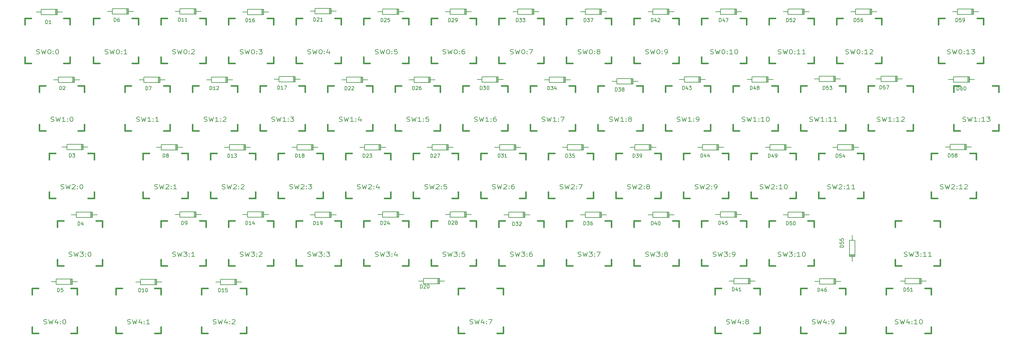
<source format=gto>
G04 #@! TF.FileFunction,Legend,Top*
%FSLAX46Y46*%
G04 Gerber Fmt 4.6, Leading zero omitted, Abs format (unit mm)*
G04 Created by KiCad (PCBNEW (2015-01-16 BZR 5376)-product) date 17/05/2015 23:28:06*
%MOMM*%
G01*
G04 APERTURE LIST*
%ADD10C,0.100000*%
%ADD11C,0.150000*%
%ADD12C,0.381000*%
%ADD13C,0.203200*%
G04 APERTURE END LIST*
D10*
D11*
X278384000Y-135178800D02*
X276987000Y-135178800D01*
X282829000Y-135178800D02*
X284353000Y-135178800D01*
X282448000Y-134416800D02*
X282448000Y-135940800D01*
X282702000Y-134416800D02*
X282702000Y-135940800D01*
X282956000Y-135178800D02*
X282956000Y-135940800D01*
X282956000Y-135940800D02*
X278384000Y-135940800D01*
X278384000Y-135940800D02*
X278384000Y-134416800D01*
X278384000Y-134416800D02*
X282956000Y-134416800D01*
X282956000Y-134416800D02*
X282956000Y-135178800D01*
D12*
X273050000Y-137160000D02*
X274828000Y-137160000D01*
X283972000Y-137160000D02*
X285750000Y-137160000D01*
X285750000Y-137160000D02*
X285750000Y-138938000D01*
X285750000Y-148082000D02*
X285750000Y-149860000D01*
X285750000Y-149860000D02*
X283972000Y-149860000D01*
X274828000Y-149860000D02*
X273050000Y-149860000D01*
X273050000Y-149860000D02*
X273050000Y-148082000D01*
X273050000Y-138938000D02*
X273050000Y-137160000D01*
D11*
X34798000Y-59182000D02*
X33401000Y-59182000D01*
X39243000Y-59182000D02*
X40767000Y-59182000D01*
X38862000Y-58420000D02*
X38862000Y-59944000D01*
X39116000Y-58420000D02*
X39116000Y-59944000D01*
X39370000Y-59182000D02*
X39370000Y-59944000D01*
X39370000Y-59944000D02*
X34798000Y-59944000D01*
X34798000Y-59944000D02*
X34798000Y-58420000D01*
X34798000Y-58420000D02*
X39370000Y-58420000D01*
X39370000Y-58420000D02*
X39370000Y-59182000D01*
X39624000Y-78333600D02*
X38227000Y-78333600D01*
X44069000Y-78333600D02*
X45593000Y-78333600D01*
X43688000Y-77571600D02*
X43688000Y-79095600D01*
X43942000Y-77571600D02*
X43942000Y-79095600D01*
X44196000Y-78333600D02*
X44196000Y-79095600D01*
X44196000Y-79095600D02*
X39624000Y-79095600D01*
X39624000Y-79095600D02*
X39624000Y-77571600D01*
X39624000Y-77571600D02*
X44196000Y-77571600D01*
X44196000Y-77571600D02*
X44196000Y-78333600D01*
X42011600Y-97332800D02*
X40614600Y-97332800D01*
X46456600Y-97332800D02*
X47980600Y-97332800D01*
X46075600Y-96570800D02*
X46075600Y-98094800D01*
X46329600Y-96570800D02*
X46329600Y-98094800D01*
X46583600Y-97332800D02*
X46583600Y-98094800D01*
X46583600Y-98094800D02*
X42011600Y-98094800D01*
X42011600Y-98094800D02*
X42011600Y-96570800D01*
X42011600Y-96570800D02*
X46583600Y-96570800D01*
X46583600Y-96570800D02*
X46583600Y-97332800D01*
X44653200Y-116433600D02*
X43256200Y-116433600D01*
X49098200Y-116433600D02*
X50622200Y-116433600D01*
X48717200Y-115671600D02*
X48717200Y-117195600D01*
X48971200Y-115671600D02*
X48971200Y-117195600D01*
X49225200Y-116433600D02*
X49225200Y-117195600D01*
X49225200Y-117195600D02*
X44653200Y-117195600D01*
X44653200Y-117195600D02*
X44653200Y-115671600D01*
X44653200Y-115671600D02*
X49225200Y-115671600D01*
X49225200Y-115671600D02*
X49225200Y-116433600D01*
X39014400Y-135331200D02*
X37617400Y-135331200D01*
X43459400Y-135331200D02*
X44983400Y-135331200D01*
X43078400Y-134569200D02*
X43078400Y-136093200D01*
X43332400Y-134569200D02*
X43332400Y-136093200D01*
X43586400Y-135331200D02*
X43586400Y-136093200D01*
X43586400Y-136093200D02*
X39014400Y-136093200D01*
X39014400Y-136093200D02*
X39014400Y-134569200D01*
X39014400Y-134569200D02*
X43586400Y-134569200D01*
X43586400Y-134569200D02*
X43586400Y-135331200D01*
X54864000Y-59080400D02*
X53467000Y-59080400D01*
X59309000Y-59080400D02*
X60833000Y-59080400D01*
X58928000Y-58318400D02*
X58928000Y-59842400D01*
X59182000Y-58318400D02*
X59182000Y-59842400D01*
X59436000Y-59080400D02*
X59436000Y-59842400D01*
X59436000Y-59842400D02*
X54864000Y-59842400D01*
X54864000Y-59842400D02*
X54864000Y-58318400D01*
X54864000Y-58318400D02*
X59436000Y-58318400D01*
X59436000Y-58318400D02*
X59436000Y-59080400D01*
X63754000Y-78384400D02*
X62357000Y-78384400D01*
X68199000Y-78384400D02*
X69723000Y-78384400D01*
X67818000Y-77622400D02*
X67818000Y-79146400D01*
X68072000Y-77622400D02*
X68072000Y-79146400D01*
X68326000Y-78384400D02*
X68326000Y-79146400D01*
X68326000Y-79146400D02*
X63754000Y-79146400D01*
X63754000Y-79146400D02*
X63754000Y-77622400D01*
X63754000Y-77622400D02*
X68326000Y-77622400D01*
X68326000Y-77622400D02*
X68326000Y-78384400D01*
X68630800Y-97383600D02*
X67233800Y-97383600D01*
X73075800Y-97383600D02*
X74599800Y-97383600D01*
X72694800Y-96621600D02*
X72694800Y-98145600D01*
X72948800Y-96621600D02*
X72948800Y-98145600D01*
X73202800Y-97383600D02*
X73202800Y-98145600D01*
X73202800Y-98145600D02*
X68630800Y-98145600D01*
X68630800Y-98145600D02*
X68630800Y-96621600D01*
X68630800Y-96621600D02*
X73202800Y-96621600D01*
X73202800Y-96621600D02*
X73202800Y-97383600D01*
X73914000Y-116382800D02*
X72517000Y-116382800D01*
X78359000Y-116382800D02*
X79883000Y-116382800D01*
X77978000Y-115620800D02*
X77978000Y-117144800D01*
X78232000Y-115620800D02*
X78232000Y-117144800D01*
X78486000Y-116382800D02*
X78486000Y-117144800D01*
X78486000Y-117144800D02*
X73914000Y-117144800D01*
X73914000Y-117144800D02*
X73914000Y-115620800D01*
X73914000Y-115620800D02*
X78486000Y-115620800D01*
X78486000Y-115620800D02*
X78486000Y-116382800D01*
X62788800Y-135382000D02*
X61391800Y-135382000D01*
X67233800Y-135382000D02*
X68757800Y-135382000D01*
X66852800Y-134620000D02*
X66852800Y-136144000D01*
X67106800Y-134620000D02*
X67106800Y-136144000D01*
X67360800Y-135382000D02*
X67360800Y-136144000D01*
X67360800Y-136144000D02*
X62788800Y-136144000D01*
X62788800Y-136144000D02*
X62788800Y-134620000D01*
X62788800Y-134620000D02*
X67360800Y-134620000D01*
X67360800Y-134620000D02*
X67360800Y-135382000D01*
X73914000Y-59029600D02*
X72517000Y-59029600D01*
X78359000Y-59029600D02*
X79883000Y-59029600D01*
X77978000Y-58267600D02*
X77978000Y-59791600D01*
X78232000Y-58267600D02*
X78232000Y-59791600D01*
X78486000Y-59029600D02*
X78486000Y-59791600D01*
X78486000Y-59791600D02*
X73914000Y-59791600D01*
X73914000Y-59791600D02*
X73914000Y-58267600D01*
X73914000Y-58267600D02*
X78486000Y-58267600D01*
X78486000Y-58267600D02*
X78486000Y-59029600D01*
X82804000Y-78333600D02*
X81407000Y-78333600D01*
X87249000Y-78333600D02*
X88773000Y-78333600D01*
X86868000Y-77571600D02*
X86868000Y-79095600D01*
X87122000Y-77571600D02*
X87122000Y-79095600D01*
X87376000Y-78333600D02*
X87376000Y-79095600D01*
X87376000Y-79095600D02*
X82804000Y-79095600D01*
X82804000Y-79095600D02*
X82804000Y-77571600D01*
X82804000Y-77571600D02*
X87376000Y-77571600D01*
X87376000Y-77571600D02*
X87376000Y-78333600D01*
X87833200Y-97434400D02*
X86436200Y-97434400D01*
X92278200Y-97434400D02*
X93802200Y-97434400D01*
X91897200Y-96672400D02*
X91897200Y-98196400D01*
X92151200Y-96672400D02*
X92151200Y-98196400D01*
X92405200Y-97434400D02*
X92405200Y-98196400D01*
X92405200Y-98196400D02*
X87833200Y-98196400D01*
X87833200Y-98196400D02*
X87833200Y-96672400D01*
X87833200Y-96672400D02*
X92405200Y-96672400D01*
X92405200Y-96672400D02*
X92405200Y-97434400D01*
X92964000Y-116382800D02*
X91567000Y-116382800D01*
X97409000Y-116382800D02*
X98933000Y-116382800D01*
X97028000Y-115620800D02*
X97028000Y-117144800D01*
X97282000Y-115620800D02*
X97282000Y-117144800D01*
X97536000Y-116382800D02*
X97536000Y-117144800D01*
X97536000Y-117144800D02*
X92964000Y-117144800D01*
X92964000Y-117144800D02*
X92964000Y-115620800D01*
X92964000Y-115620800D02*
X97536000Y-115620800D01*
X97536000Y-115620800D02*
X97536000Y-116382800D01*
X85344000Y-135382000D02*
X83947000Y-135382000D01*
X89789000Y-135382000D02*
X91313000Y-135382000D01*
X89408000Y-134620000D02*
X89408000Y-136144000D01*
X89662000Y-134620000D02*
X89662000Y-136144000D01*
X89916000Y-135382000D02*
X89916000Y-136144000D01*
X89916000Y-136144000D02*
X85344000Y-136144000D01*
X85344000Y-136144000D02*
X85344000Y-134620000D01*
X85344000Y-134620000D02*
X89916000Y-134620000D01*
X89916000Y-134620000D02*
X89916000Y-135382000D01*
X92964000Y-59182000D02*
X91567000Y-59182000D01*
X97409000Y-59182000D02*
X98933000Y-59182000D01*
X97028000Y-58420000D02*
X97028000Y-59944000D01*
X97282000Y-58420000D02*
X97282000Y-59944000D01*
X97536000Y-59182000D02*
X97536000Y-59944000D01*
X97536000Y-59944000D02*
X92964000Y-59944000D01*
X92964000Y-59944000D02*
X92964000Y-58420000D01*
X92964000Y-58420000D02*
X97536000Y-58420000D01*
X97536000Y-58420000D02*
X97536000Y-59182000D01*
X101854000Y-78181200D02*
X100457000Y-78181200D01*
X106299000Y-78181200D02*
X107823000Y-78181200D01*
X105918000Y-77419200D02*
X105918000Y-78943200D01*
X106172000Y-77419200D02*
X106172000Y-78943200D01*
X106426000Y-78181200D02*
X106426000Y-78943200D01*
X106426000Y-78943200D02*
X101854000Y-78943200D01*
X101854000Y-78943200D02*
X101854000Y-77419200D01*
X101854000Y-77419200D02*
X106426000Y-77419200D01*
X106426000Y-77419200D02*
X106426000Y-78181200D01*
X106883200Y-97383600D02*
X105486200Y-97383600D01*
X111328200Y-97383600D02*
X112852200Y-97383600D01*
X110947200Y-96621600D02*
X110947200Y-98145600D01*
X111201200Y-96621600D02*
X111201200Y-98145600D01*
X111455200Y-97383600D02*
X111455200Y-98145600D01*
X111455200Y-98145600D02*
X106883200Y-98145600D01*
X106883200Y-98145600D02*
X106883200Y-96621600D01*
X106883200Y-96621600D02*
X111455200Y-96621600D01*
X111455200Y-96621600D02*
X111455200Y-97383600D01*
X112014000Y-116433600D02*
X110617000Y-116433600D01*
X116459000Y-116433600D02*
X117983000Y-116433600D01*
X116078000Y-115671600D02*
X116078000Y-117195600D01*
X116332000Y-115671600D02*
X116332000Y-117195600D01*
X116586000Y-116433600D02*
X116586000Y-117195600D01*
X116586000Y-117195600D02*
X112014000Y-117195600D01*
X112014000Y-117195600D02*
X112014000Y-115671600D01*
X112014000Y-115671600D02*
X116586000Y-115671600D01*
X116586000Y-115671600D02*
X116586000Y-116433600D01*
X142544800Y-135178800D02*
X141147800Y-135178800D01*
X146989800Y-135178800D02*
X148513800Y-135178800D01*
X146608800Y-134416800D02*
X146608800Y-135940800D01*
X146862800Y-134416800D02*
X146862800Y-135940800D01*
X147116800Y-135178800D02*
X147116800Y-135940800D01*
X147116800Y-135940800D02*
X142544800Y-135940800D01*
X142544800Y-135940800D02*
X142544800Y-134416800D01*
X142544800Y-134416800D02*
X147116800Y-134416800D01*
X147116800Y-134416800D02*
X147116800Y-135178800D01*
X112014000Y-58928000D02*
X110617000Y-58928000D01*
X116459000Y-58928000D02*
X117983000Y-58928000D01*
X116078000Y-58166000D02*
X116078000Y-59690000D01*
X116332000Y-58166000D02*
X116332000Y-59690000D01*
X116586000Y-58928000D02*
X116586000Y-59690000D01*
X116586000Y-59690000D02*
X112014000Y-59690000D01*
X112014000Y-59690000D02*
X112014000Y-58166000D01*
X112014000Y-58166000D02*
X116586000Y-58166000D01*
X116586000Y-58166000D02*
X116586000Y-58928000D01*
X120904000Y-78384400D02*
X119507000Y-78384400D01*
X125349000Y-78384400D02*
X126873000Y-78384400D01*
X124968000Y-77622400D02*
X124968000Y-79146400D01*
X125222000Y-77622400D02*
X125222000Y-79146400D01*
X125476000Y-78384400D02*
X125476000Y-79146400D01*
X125476000Y-79146400D02*
X120904000Y-79146400D01*
X120904000Y-79146400D02*
X120904000Y-77622400D01*
X120904000Y-77622400D02*
X125476000Y-77622400D01*
X125476000Y-77622400D02*
X125476000Y-78384400D01*
X125984000Y-97434400D02*
X124587000Y-97434400D01*
X130429000Y-97434400D02*
X131953000Y-97434400D01*
X130048000Y-96672400D02*
X130048000Y-98196400D01*
X130302000Y-96672400D02*
X130302000Y-98196400D01*
X130556000Y-97434400D02*
X130556000Y-98196400D01*
X130556000Y-98196400D02*
X125984000Y-98196400D01*
X125984000Y-98196400D02*
X125984000Y-96672400D01*
X125984000Y-96672400D02*
X130556000Y-96672400D01*
X130556000Y-96672400D02*
X130556000Y-97434400D01*
X131064000Y-116382800D02*
X129667000Y-116382800D01*
X135509000Y-116382800D02*
X137033000Y-116382800D01*
X135128000Y-115620800D02*
X135128000Y-117144800D01*
X135382000Y-115620800D02*
X135382000Y-117144800D01*
X135636000Y-116382800D02*
X135636000Y-117144800D01*
X135636000Y-117144800D02*
X131064000Y-117144800D01*
X131064000Y-117144800D02*
X131064000Y-115620800D01*
X131064000Y-115620800D02*
X135636000Y-115620800D01*
X135636000Y-115620800D02*
X135636000Y-116382800D01*
X131064000Y-59131200D02*
X129667000Y-59131200D01*
X135509000Y-59131200D02*
X137033000Y-59131200D01*
X135128000Y-58369200D02*
X135128000Y-59893200D01*
X135382000Y-58369200D02*
X135382000Y-59893200D01*
X135636000Y-59131200D02*
X135636000Y-59893200D01*
X135636000Y-59893200D02*
X131064000Y-59893200D01*
X131064000Y-59893200D02*
X131064000Y-58369200D01*
X131064000Y-58369200D02*
X135636000Y-58369200D01*
X135636000Y-58369200D02*
X135636000Y-59131200D01*
X139903200Y-78333600D02*
X138506200Y-78333600D01*
X144348200Y-78333600D02*
X145872200Y-78333600D01*
X143967200Y-77571600D02*
X143967200Y-79095600D01*
X144221200Y-77571600D02*
X144221200Y-79095600D01*
X144475200Y-78333600D02*
X144475200Y-79095600D01*
X144475200Y-79095600D02*
X139903200Y-79095600D01*
X139903200Y-79095600D02*
X139903200Y-77571600D01*
X139903200Y-77571600D02*
X144475200Y-77571600D01*
X144475200Y-77571600D02*
X144475200Y-78333600D01*
X144983200Y-97434400D02*
X143586200Y-97434400D01*
X149428200Y-97434400D02*
X150952200Y-97434400D01*
X149047200Y-96672400D02*
X149047200Y-98196400D01*
X149301200Y-96672400D02*
X149301200Y-98196400D01*
X149555200Y-97434400D02*
X149555200Y-98196400D01*
X149555200Y-98196400D02*
X144983200Y-98196400D01*
X144983200Y-98196400D02*
X144983200Y-96672400D01*
X144983200Y-96672400D02*
X149555200Y-96672400D01*
X149555200Y-96672400D02*
X149555200Y-97434400D01*
X150114000Y-116332000D02*
X148717000Y-116332000D01*
X154559000Y-116332000D02*
X156083000Y-116332000D01*
X154178000Y-115570000D02*
X154178000Y-117094000D01*
X154432000Y-115570000D02*
X154432000Y-117094000D01*
X154686000Y-116332000D02*
X154686000Y-117094000D01*
X154686000Y-117094000D02*
X150114000Y-117094000D01*
X150114000Y-117094000D02*
X150114000Y-115570000D01*
X150114000Y-115570000D02*
X154686000Y-115570000D01*
X154686000Y-115570000D02*
X154686000Y-116332000D01*
X150114000Y-59131200D02*
X148717000Y-59131200D01*
X154559000Y-59131200D02*
X156083000Y-59131200D01*
X154178000Y-58369200D02*
X154178000Y-59893200D01*
X154432000Y-58369200D02*
X154432000Y-59893200D01*
X154686000Y-59131200D02*
X154686000Y-59893200D01*
X154686000Y-59893200D02*
X150114000Y-59893200D01*
X150114000Y-59893200D02*
X150114000Y-58369200D01*
X150114000Y-58369200D02*
X154686000Y-58369200D01*
X154686000Y-58369200D02*
X154686000Y-59131200D01*
X159054800Y-78282800D02*
X157657800Y-78282800D01*
X163499800Y-78282800D02*
X165023800Y-78282800D01*
X163118800Y-77520800D02*
X163118800Y-79044800D01*
X163372800Y-77520800D02*
X163372800Y-79044800D01*
X163626800Y-78282800D02*
X163626800Y-79044800D01*
X163626800Y-79044800D02*
X159054800Y-79044800D01*
X159054800Y-79044800D02*
X159054800Y-77520800D01*
X159054800Y-77520800D02*
X163626800Y-77520800D01*
X163626800Y-77520800D02*
X163626800Y-78282800D01*
X164033200Y-97383600D02*
X162636200Y-97383600D01*
X168478200Y-97383600D02*
X170002200Y-97383600D01*
X168097200Y-96621600D02*
X168097200Y-98145600D01*
X168351200Y-96621600D02*
X168351200Y-98145600D01*
X168605200Y-97383600D02*
X168605200Y-98145600D01*
X168605200Y-98145600D02*
X164033200Y-98145600D01*
X164033200Y-98145600D02*
X164033200Y-96621600D01*
X164033200Y-96621600D02*
X168605200Y-96621600D01*
X168605200Y-96621600D02*
X168605200Y-97383600D01*
X166624000Y-116484400D02*
X165227000Y-116484400D01*
X171069000Y-116484400D02*
X172593000Y-116484400D01*
X170688000Y-115722400D02*
X170688000Y-117246400D01*
X170942000Y-115722400D02*
X170942000Y-117246400D01*
X171196000Y-116484400D02*
X171196000Y-117246400D01*
X171196000Y-117246400D02*
X166624000Y-117246400D01*
X166624000Y-117246400D02*
X166624000Y-115722400D01*
X166624000Y-115722400D02*
X171196000Y-115722400D01*
X171196000Y-115722400D02*
X171196000Y-116484400D01*
X169164000Y-59131200D02*
X167767000Y-59131200D01*
X173609000Y-59131200D02*
X175133000Y-59131200D01*
X173228000Y-58369200D02*
X173228000Y-59893200D01*
X173482000Y-58369200D02*
X173482000Y-59893200D01*
X173736000Y-59131200D02*
X173736000Y-59893200D01*
X173736000Y-59893200D02*
X169164000Y-59893200D01*
X169164000Y-59893200D02*
X169164000Y-58369200D01*
X169164000Y-58369200D02*
X173736000Y-58369200D01*
X173736000Y-58369200D02*
X173736000Y-59131200D01*
X178054000Y-78333600D02*
X176657000Y-78333600D01*
X182499000Y-78333600D02*
X184023000Y-78333600D01*
X182118000Y-77571600D02*
X182118000Y-79095600D01*
X182372000Y-77571600D02*
X182372000Y-79095600D01*
X182626000Y-78333600D02*
X182626000Y-79095600D01*
X182626000Y-79095600D02*
X178054000Y-79095600D01*
X178054000Y-79095600D02*
X178054000Y-77571600D01*
X178054000Y-77571600D02*
X182626000Y-77571600D01*
X182626000Y-77571600D02*
X182626000Y-78333600D01*
X183134000Y-97434400D02*
X181737000Y-97434400D01*
X187579000Y-97434400D02*
X189103000Y-97434400D01*
X187198000Y-96672400D02*
X187198000Y-98196400D01*
X187452000Y-96672400D02*
X187452000Y-98196400D01*
X187706000Y-97434400D02*
X187706000Y-98196400D01*
X187706000Y-98196400D02*
X183134000Y-98196400D01*
X183134000Y-98196400D02*
X183134000Y-96672400D01*
X183134000Y-96672400D02*
X187706000Y-96672400D01*
X187706000Y-96672400D02*
X187706000Y-97434400D01*
X188214000Y-116484400D02*
X186817000Y-116484400D01*
X192659000Y-116484400D02*
X194183000Y-116484400D01*
X192278000Y-115722400D02*
X192278000Y-117246400D01*
X192532000Y-115722400D02*
X192532000Y-117246400D01*
X192786000Y-116484400D02*
X192786000Y-117246400D01*
X192786000Y-117246400D02*
X188214000Y-117246400D01*
X188214000Y-117246400D02*
X188214000Y-115722400D01*
X188214000Y-115722400D02*
X192786000Y-115722400D01*
X192786000Y-115722400D02*
X192786000Y-116484400D01*
X188214000Y-59131200D02*
X186817000Y-59131200D01*
X192659000Y-59131200D02*
X194183000Y-59131200D01*
X192278000Y-58369200D02*
X192278000Y-59893200D01*
X192532000Y-58369200D02*
X192532000Y-59893200D01*
X192786000Y-59131200D02*
X192786000Y-59893200D01*
X192786000Y-59893200D02*
X188214000Y-59893200D01*
X188214000Y-59893200D02*
X188214000Y-58369200D01*
X188214000Y-58369200D02*
X192786000Y-58369200D01*
X192786000Y-58369200D02*
X192786000Y-59131200D01*
X197104000Y-78740000D02*
X195707000Y-78740000D01*
X201549000Y-78740000D02*
X203073000Y-78740000D01*
X201168000Y-77978000D02*
X201168000Y-79502000D01*
X201422000Y-77978000D02*
X201422000Y-79502000D01*
X201676000Y-78740000D02*
X201676000Y-79502000D01*
X201676000Y-79502000D02*
X197104000Y-79502000D01*
X197104000Y-79502000D02*
X197104000Y-77978000D01*
X197104000Y-77978000D02*
X201676000Y-77978000D01*
X201676000Y-77978000D02*
X201676000Y-78740000D01*
X202184000Y-97434400D02*
X200787000Y-97434400D01*
X206629000Y-97434400D02*
X208153000Y-97434400D01*
X206248000Y-96672400D02*
X206248000Y-98196400D01*
X206502000Y-96672400D02*
X206502000Y-98196400D01*
X206756000Y-97434400D02*
X206756000Y-98196400D01*
X206756000Y-98196400D02*
X202184000Y-98196400D01*
X202184000Y-98196400D02*
X202184000Y-96672400D01*
X202184000Y-96672400D02*
X206756000Y-96672400D01*
X206756000Y-96672400D02*
X206756000Y-97434400D01*
X207264000Y-116484400D02*
X205867000Y-116484400D01*
X211709000Y-116484400D02*
X213233000Y-116484400D01*
X211328000Y-115722400D02*
X211328000Y-117246400D01*
X211582000Y-115722400D02*
X211582000Y-117246400D01*
X211836000Y-116484400D02*
X211836000Y-117246400D01*
X211836000Y-117246400D02*
X207264000Y-117246400D01*
X207264000Y-117246400D02*
X207264000Y-115722400D01*
X207264000Y-115722400D02*
X211836000Y-115722400D01*
X211836000Y-115722400D02*
X211836000Y-116484400D01*
X230124000Y-135128000D02*
X228727000Y-135128000D01*
X234569000Y-135128000D02*
X236093000Y-135128000D01*
X234188000Y-134366000D02*
X234188000Y-135890000D01*
X234442000Y-134366000D02*
X234442000Y-135890000D01*
X234696000Y-135128000D02*
X234696000Y-135890000D01*
X234696000Y-135890000D02*
X230124000Y-135890000D01*
X230124000Y-135890000D02*
X230124000Y-134366000D01*
X230124000Y-134366000D02*
X234696000Y-134366000D01*
X234696000Y-134366000D02*
X234696000Y-135128000D01*
X207264000Y-59131200D02*
X205867000Y-59131200D01*
X211709000Y-59131200D02*
X213233000Y-59131200D01*
X211328000Y-58369200D02*
X211328000Y-59893200D01*
X211582000Y-58369200D02*
X211582000Y-59893200D01*
X211836000Y-59131200D02*
X211836000Y-59893200D01*
X211836000Y-59893200D02*
X207264000Y-59893200D01*
X207264000Y-59893200D02*
X207264000Y-58369200D01*
X207264000Y-58369200D02*
X211836000Y-58369200D01*
X211836000Y-58369200D02*
X211836000Y-59131200D01*
X216103200Y-78282800D02*
X214706200Y-78282800D01*
X220548200Y-78282800D02*
X222072200Y-78282800D01*
X220167200Y-77520800D02*
X220167200Y-79044800D01*
X220421200Y-77520800D02*
X220421200Y-79044800D01*
X220675200Y-78282800D02*
X220675200Y-79044800D01*
X220675200Y-79044800D02*
X216103200Y-79044800D01*
X216103200Y-79044800D02*
X216103200Y-77520800D01*
X216103200Y-77520800D02*
X220675200Y-77520800D01*
X220675200Y-77520800D02*
X220675200Y-78282800D01*
X221234000Y-97383600D02*
X219837000Y-97383600D01*
X225679000Y-97383600D02*
X227203000Y-97383600D01*
X225298000Y-96621600D02*
X225298000Y-98145600D01*
X225552000Y-96621600D02*
X225552000Y-98145600D01*
X225806000Y-97383600D02*
X225806000Y-98145600D01*
X225806000Y-98145600D02*
X221234000Y-98145600D01*
X221234000Y-98145600D02*
X221234000Y-96621600D01*
X221234000Y-96621600D02*
X225806000Y-96621600D01*
X225806000Y-96621600D02*
X225806000Y-97383600D01*
X226263200Y-116382800D02*
X224866200Y-116382800D01*
X230708200Y-116382800D02*
X232232200Y-116382800D01*
X230327200Y-115620800D02*
X230327200Y-117144800D01*
X230581200Y-115620800D02*
X230581200Y-117144800D01*
X230835200Y-116382800D02*
X230835200Y-117144800D01*
X230835200Y-117144800D02*
X226263200Y-117144800D01*
X226263200Y-117144800D02*
X226263200Y-115620800D01*
X226263200Y-115620800D02*
X230835200Y-115620800D01*
X230835200Y-115620800D02*
X230835200Y-116382800D01*
X254254000Y-135280400D02*
X252857000Y-135280400D01*
X258699000Y-135280400D02*
X260223000Y-135280400D01*
X258318000Y-134518400D02*
X258318000Y-136042400D01*
X258572000Y-134518400D02*
X258572000Y-136042400D01*
X258826000Y-135280400D02*
X258826000Y-136042400D01*
X258826000Y-136042400D02*
X254254000Y-136042400D01*
X254254000Y-136042400D02*
X254254000Y-134518400D01*
X254254000Y-134518400D02*
X258826000Y-134518400D01*
X258826000Y-134518400D02*
X258826000Y-135280400D01*
X226314000Y-59131200D02*
X224917000Y-59131200D01*
X230759000Y-59131200D02*
X232283000Y-59131200D01*
X230378000Y-58369200D02*
X230378000Y-59893200D01*
X230632000Y-58369200D02*
X230632000Y-59893200D01*
X230886000Y-59131200D02*
X230886000Y-59893200D01*
X230886000Y-59893200D02*
X226314000Y-59893200D01*
X226314000Y-59893200D02*
X226314000Y-58369200D01*
X226314000Y-58369200D02*
X230886000Y-58369200D01*
X230886000Y-58369200D02*
X230886000Y-59131200D01*
X235204000Y-78282800D02*
X233807000Y-78282800D01*
X239649000Y-78282800D02*
X241173000Y-78282800D01*
X239268000Y-77520800D02*
X239268000Y-79044800D01*
X239522000Y-77520800D02*
X239522000Y-79044800D01*
X239776000Y-78282800D02*
X239776000Y-79044800D01*
X239776000Y-79044800D02*
X235204000Y-79044800D01*
X235204000Y-79044800D02*
X235204000Y-77520800D01*
X235204000Y-77520800D02*
X239776000Y-77520800D01*
X239776000Y-77520800D02*
X239776000Y-78282800D01*
X240284000Y-97434400D02*
X238887000Y-97434400D01*
X244729000Y-97434400D02*
X246253000Y-97434400D01*
X244348000Y-96672400D02*
X244348000Y-98196400D01*
X244602000Y-96672400D02*
X244602000Y-98196400D01*
X244856000Y-97434400D02*
X244856000Y-98196400D01*
X244856000Y-98196400D02*
X240284000Y-98196400D01*
X240284000Y-98196400D02*
X240284000Y-96672400D01*
X240284000Y-96672400D02*
X244856000Y-96672400D01*
X244856000Y-96672400D02*
X244856000Y-97434400D01*
X245364000Y-116484400D02*
X243967000Y-116484400D01*
X249809000Y-116484400D02*
X251333000Y-116484400D01*
X249428000Y-115722400D02*
X249428000Y-117246400D01*
X249682000Y-115722400D02*
X249682000Y-117246400D01*
X249936000Y-116484400D02*
X249936000Y-117246400D01*
X249936000Y-117246400D02*
X245364000Y-117246400D01*
X245364000Y-117246400D02*
X245364000Y-115722400D01*
X245364000Y-115722400D02*
X249936000Y-115722400D01*
X249936000Y-115722400D02*
X249936000Y-116484400D01*
X245364000Y-59131200D02*
X243967000Y-59131200D01*
X249809000Y-59131200D02*
X251333000Y-59131200D01*
X249428000Y-58369200D02*
X249428000Y-59893200D01*
X249682000Y-58369200D02*
X249682000Y-59893200D01*
X249936000Y-59131200D02*
X249936000Y-59893200D01*
X249936000Y-59893200D02*
X245364000Y-59893200D01*
X245364000Y-59893200D02*
X245364000Y-58369200D01*
X245364000Y-58369200D02*
X249936000Y-58369200D01*
X249936000Y-58369200D02*
X249936000Y-59131200D01*
X254152400Y-78130400D02*
X252755400Y-78130400D01*
X258597400Y-78130400D02*
X260121400Y-78130400D01*
X258216400Y-77368400D02*
X258216400Y-78892400D01*
X258470400Y-77368400D02*
X258470400Y-78892400D01*
X258724400Y-78130400D02*
X258724400Y-78892400D01*
X258724400Y-78892400D02*
X254152400Y-78892400D01*
X254152400Y-78892400D02*
X254152400Y-77368400D01*
X254152400Y-77368400D02*
X258724400Y-77368400D01*
X258724400Y-77368400D02*
X258724400Y-78130400D01*
X259334000Y-97434400D02*
X257937000Y-97434400D01*
X263779000Y-97434400D02*
X265303000Y-97434400D01*
X263398000Y-96672400D02*
X263398000Y-98196400D01*
X263652000Y-96672400D02*
X263652000Y-98196400D01*
X263906000Y-97434400D02*
X263906000Y-98196400D01*
X263906000Y-98196400D02*
X259334000Y-98196400D01*
X259334000Y-98196400D02*
X259334000Y-96672400D01*
X259334000Y-96672400D02*
X263906000Y-96672400D01*
X263906000Y-96672400D02*
X263906000Y-97434400D01*
X263448800Y-123647200D02*
X263448800Y-122250200D01*
X263448800Y-128092200D02*
X263448800Y-129616200D01*
X264210800Y-127711200D02*
X262686800Y-127711200D01*
X264210800Y-127965200D02*
X262686800Y-127965200D01*
X263448800Y-128219200D02*
X262686800Y-128219200D01*
X262686800Y-128219200D02*
X262686800Y-123647200D01*
X262686800Y-123647200D02*
X264210800Y-123647200D01*
X264210800Y-123647200D02*
X264210800Y-128219200D01*
X264210800Y-128219200D02*
X263448800Y-128219200D01*
X264414000Y-59131200D02*
X263017000Y-59131200D01*
X268859000Y-59131200D02*
X270383000Y-59131200D01*
X268478000Y-58369200D02*
X268478000Y-59893200D01*
X268732000Y-58369200D02*
X268732000Y-59893200D01*
X268986000Y-59131200D02*
X268986000Y-59893200D01*
X268986000Y-59893200D02*
X264414000Y-59893200D01*
X264414000Y-59893200D02*
X264414000Y-58369200D01*
X264414000Y-58369200D02*
X268986000Y-58369200D01*
X268986000Y-58369200D02*
X268986000Y-59131200D01*
X271576800Y-78130400D02*
X270179800Y-78130400D01*
X276021800Y-78130400D02*
X277545800Y-78130400D01*
X275640800Y-77368400D02*
X275640800Y-78892400D01*
X275894800Y-77368400D02*
X275894800Y-78892400D01*
X276148800Y-78130400D02*
X276148800Y-78892400D01*
X276148800Y-78892400D02*
X271576800Y-78892400D01*
X271576800Y-78892400D02*
X271576800Y-77368400D01*
X271576800Y-77368400D02*
X276148800Y-77368400D01*
X276148800Y-77368400D02*
X276148800Y-78130400D01*
X291084000Y-97332800D02*
X289687000Y-97332800D01*
X295529000Y-97332800D02*
X297053000Y-97332800D01*
X295148000Y-96570800D02*
X295148000Y-98094800D01*
X295402000Y-96570800D02*
X295402000Y-98094800D01*
X295656000Y-97332800D02*
X295656000Y-98094800D01*
X295656000Y-98094800D02*
X291084000Y-98094800D01*
X291084000Y-98094800D02*
X291084000Y-96570800D01*
X291084000Y-96570800D02*
X295656000Y-96570800D01*
X295656000Y-96570800D02*
X295656000Y-97332800D01*
X293116000Y-59131200D02*
X291719000Y-59131200D01*
X297561000Y-59131200D02*
X299085000Y-59131200D01*
X297180000Y-58369200D02*
X297180000Y-59893200D01*
X297434000Y-58369200D02*
X297434000Y-59893200D01*
X297688000Y-59131200D02*
X297688000Y-59893200D01*
X297688000Y-59893200D02*
X293116000Y-59893200D01*
X293116000Y-59893200D02*
X293116000Y-58369200D01*
X293116000Y-58369200D02*
X297688000Y-58369200D01*
X297688000Y-58369200D02*
X297688000Y-59131200D01*
X291947600Y-78282800D02*
X290550600Y-78282800D01*
X296392600Y-78282800D02*
X297916600Y-78282800D01*
X296011600Y-77520800D02*
X296011600Y-79044800D01*
X296265600Y-77520800D02*
X296265600Y-79044800D01*
X296519600Y-78282800D02*
X296519600Y-79044800D01*
X296519600Y-79044800D02*
X291947600Y-79044800D01*
X291947600Y-79044800D02*
X291947600Y-77520800D01*
X291947600Y-77520800D02*
X296519600Y-77520800D01*
X296519600Y-77520800D02*
X296519600Y-78282800D01*
D12*
X30226000Y-60960000D02*
X32004000Y-60960000D01*
X41148000Y-60960000D02*
X42926000Y-60960000D01*
X42926000Y-60960000D02*
X42926000Y-62738000D01*
X42926000Y-71882000D02*
X42926000Y-73660000D01*
X42926000Y-73660000D02*
X41148000Y-73660000D01*
X32004000Y-73660000D02*
X30226000Y-73660000D01*
X30226000Y-73660000D02*
X30226000Y-71882000D01*
X30226000Y-62738000D02*
X30226000Y-60960000D01*
X49530000Y-60960000D02*
X51308000Y-60960000D01*
X60452000Y-60960000D02*
X62230000Y-60960000D01*
X62230000Y-60960000D02*
X62230000Y-62738000D01*
X62230000Y-71882000D02*
X62230000Y-73660000D01*
X62230000Y-73660000D02*
X60452000Y-73660000D01*
X51308000Y-73660000D02*
X49530000Y-73660000D01*
X49530000Y-73660000D02*
X49530000Y-71882000D01*
X49530000Y-62738000D02*
X49530000Y-60960000D01*
X68580000Y-60960000D02*
X70358000Y-60960000D01*
X79502000Y-60960000D02*
X81280000Y-60960000D01*
X81280000Y-60960000D02*
X81280000Y-62738000D01*
X81280000Y-71882000D02*
X81280000Y-73660000D01*
X81280000Y-73660000D02*
X79502000Y-73660000D01*
X70358000Y-73660000D02*
X68580000Y-73660000D01*
X68580000Y-73660000D02*
X68580000Y-71882000D01*
X68580000Y-62738000D02*
X68580000Y-60960000D01*
X87630000Y-60960000D02*
X89408000Y-60960000D01*
X98552000Y-60960000D02*
X100330000Y-60960000D01*
X100330000Y-60960000D02*
X100330000Y-62738000D01*
X100330000Y-71882000D02*
X100330000Y-73660000D01*
X100330000Y-73660000D02*
X98552000Y-73660000D01*
X89408000Y-73660000D02*
X87630000Y-73660000D01*
X87630000Y-73660000D02*
X87630000Y-71882000D01*
X87630000Y-62738000D02*
X87630000Y-60960000D01*
X106680000Y-60960000D02*
X108458000Y-60960000D01*
X117602000Y-60960000D02*
X119380000Y-60960000D01*
X119380000Y-60960000D02*
X119380000Y-62738000D01*
X119380000Y-71882000D02*
X119380000Y-73660000D01*
X119380000Y-73660000D02*
X117602000Y-73660000D01*
X108458000Y-73660000D02*
X106680000Y-73660000D01*
X106680000Y-73660000D02*
X106680000Y-71882000D01*
X106680000Y-62738000D02*
X106680000Y-60960000D01*
X125730000Y-60960000D02*
X127508000Y-60960000D01*
X136652000Y-60960000D02*
X138430000Y-60960000D01*
X138430000Y-60960000D02*
X138430000Y-62738000D01*
X138430000Y-71882000D02*
X138430000Y-73660000D01*
X138430000Y-73660000D02*
X136652000Y-73660000D01*
X127508000Y-73660000D02*
X125730000Y-73660000D01*
X125730000Y-73660000D02*
X125730000Y-71882000D01*
X125730000Y-62738000D02*
X125730000Y-60960000D01*
X144780000Y-60960000D02*
X146558000Y-60960000D01*
X155702000Y-60960000D02*
X157480000Y-60960000D01*
X157480000Y-60960000D02*
X157480000Y-62738000D01*
X157480000Y-71882000D02*
X157480000Y-73660000D01*
X157480000Y-73660000D02*
X155702000Y-73660000D01*
X146558000Y-73660000D02*
X144780000Y-73660000D01*
X144780000Y-73660000D02*
X144780000Y-71882000D01*
X144780000Y-62738000D02*
X144780000Y-60960000D01*
X163830000Y-60960000D02*
X165608000Y-60960000D01*
X174752000Y-60960000D02*
X176530000Y-60960000D01*
X176530000Y-60960000D02*
X176530000Y-62738000D01*
X176530000Y-71882000D02*
X176530000Y-73660000D01*
X176530000Y-73660000D02*
X174752000Y-73660000D01*
X165608000Y-73660000D02*
X163830000Y-73660000D01*
X163830000Y-73660000D02*
X163830000Y-71882000D01*
X163830000Y-62738000D02*
X163830000Y-60960000D01*
X182880000Y-60960000D02*
X184658000Y-60960000D01*
X193802000Y-60960000D02*
X195580000Y-60960000D01*
X195580000Y-60960000D02*
X195580000Y-62738000D01*
X195580000Y-71882000D02*
X195580000Y-73660000D01*
X195580000Y-73660000D02*
X193802000Y-73660000D01*
X184658000Y-73660000D02*
X182880000Y-73660000D01*
X182880000Y-73660000D02*
X182880000Y-71882000D01*
X182880000Y-62738000D02*
X182880000Y-60960000D01*
X201930000Y-60960000D02*
X203708000Y-60960000D01*
X212852000Y-60960000D02*
X214630000Y-60960000D01*
X214630000Y-60960000D02*
X214630000Y-62738000D01*
X214630000Y-71882000D02*
X214630000Y-73660000D01*
X214630000Y-73660000D02*
X212852000Y-73660000D01*
X203708000Y-73660000D02*
X201930000Y-73660000D01*
X201930000Y-73660000D02*
X201930000Y-71882000D01*
X201930000Y-62738000D02*
X201930000Y-60960000D01*
X220980000Y-60960000D02*
X222758000Y-60960000D01*
X231902000Y-60960000D02*
X233680000Y-60960000D01*
X233680000Y-60960000D02*
X233680000Y-62738000D01*
X233680000Y-71882000D02*
X233680000Y-73660000D01*
X233680000Y-73660000D02*
X231902000Y-73660000D01*
X222758000Y-73660000D02*
X220980000Y-73660000D01*
X220980000Y-73660000D02*
X220980000Y-71882000D01*
X220980000Y-62738000D02*
X220980000Y-60960000D01*
X240030000Y-60960000D02*
X241808000Y-60960000D01*
X250952000Y-60960000D02*
X252730000Y-60960000D01*
X252730000Y-60960000D02*
X252730000Y-62738000D01*
X252730000Y-71882000D02*
X252730000Y-73660000D01*
X252730000Y-73660000D02*
X250952000Y-73660000D01*
X241808000Y-73660000D02*
X240030000Y-73660000D01*
X240030000Y-73660000D02*
X240030000Y-71882000D01*
X240030000Y-62738000D02*
X240030000Y-60960000D01*
X259080000Y-60960000D02*
X260858000Y-60960000D01*
X270002000Y-60960000D02*
X271780000Y-60960000D01*
X271780000Y-60960000D02*
X271780000Y-62738000D01*
X271780000Y-71882000D02*
X271780000Y-73660000D01*
X271780000Y-73660000D02*
X270002000Y-73660000D01*
X260858000Y-73660000D02*
X259080000Y-73660000D01*
X259080000Y-73660000D02*
X259080000Y-71882000D01*
X259080000Y-62738000D02*
X259080000Y-60960000D01*
X287782000Y-60960000D02*
X289560000Y-60960000D01*
X298704000Y-60960000D02*
X300482000Y-60960000D01*
X300482000Y-60960000D02*
X300482000Y-62738000D01*
X300482000Y-71882000D02*
X300482000Y-73660000D01*
X300482000Y-73660000D02*
X298704000Y-73660000D01*
X289560000Y-73660000D02*
X287782000Y-73660000D01*
X287782000Y-73660000D02*
X287782000Y-71882000D01*
X287782000Y-62738000D02*
X287782000Y-60960000D01*
X34290000Y-80010000D02*
X36068000Y-80010000D01*
X45212000Y-80010000D02*
X46990000Y-80010000D01*
X46990000Y-80010000D02*
X46990000Y-81788000D01*
X46990000Y-90932000D02*
X46990000Y-92710000D01*
X46990000Y-92710000D02*
X45212000Y-92710000D01*
X36068000Y-92710000D02*
X34290000Y-92710000D01*
X34290000Y-92710000D02*
X34290000Y-90932000D01*
X34290000Y-81788000D02*
X34290000Y-80010000D01*
X58420000Y-80010000D02*
X60198000Y-80010000D01*
X69342000Y-80010000D02*
X71120000Y-80010000D01*
X71120000Y-80010000D02*
X71120000Y-81788000D01*
X71120000Y-90932000D02*
X71120000Y-92710000D01*
X71120000Y-92710000D02*
X69342000Y-92710000D01*
X60198000Y-92710000D02*
X58420000Y-92710000D01*
X58420000Y-92710000D02*
X58420000Y-90932000D01*
X58420000Y-81788000D02*
X58420000Y-80010000D01*
X77470000Y-80010000D02*
X79248000Y-80010000D01*
X88392000Y-80010000D02*
X90170000Y-80010000D01*
X90170000Y-80010000D02*
X90170000Y-81788000D01*
X90170000Y-90932000D02*
X90170000Y-92710000D01*
X90170000Y-92710000D02*
X88392000Y-92710000D01*
X79248000Y-92710000D02*
X77470000Y-92710000D01*
X77470000Y-92710000D02*
X77470000Y-90932000D01*
X77470000Y-81788000D02*
X77470000Y-80010000D01*
X96520000Y-80010000D02*
X98298000Y-80010000D01*
X107442000Y-80010000D02*
X109220000Y-80010000D01*
X109220000Y-80010000D02*
X109220000Y-81788000D01*
X109220000Y-90932000D02*
X109220000Y-92710000D01*
X109220000Y-92710000D02*
X107442000Y-92710000D01*
X98298000Y-92710000D02*
X96520000Y-92710000D01*
X96520000Y-92710000D02*
X96520000Y-90932000D01*
X96520000Y-81788000D02*
X96520000Y-80010000D01*
X115570000Y-80010000D02*
X117348000Y-80010000D01*
X126492000Y-80010000D02*
X128270000Y-80010000D01*
X128270000Y-80010000D02*
X128270000Y-81788000D01*
X128270000Y-90932000D02*
X128270000Y-92710000D01*
X128270000Y-92710000D02*
X126492000Y-92710000D01*
X117348000Y-92710000D02*
X115570000Y-92710000D01*
X115570000Y-92710000D02*
X115570000Y-90932000D01*
X115570000Y-81788000D02*
X115570000Y-80010000D01*
X134620000Y-80010000D02*
X136398000Y-80010000D01*
X145542000Y-80010000D02*
X147320000Y-80010000D01*
X147320000Y-80010000D02*
X147320000Y-81788000D01*
X147320000Y-90932000D02*
X147320000Y-92710000D01*
X147320000Y-92710000D02*
X145542000Y-92710000D01*
X136398000Y-92710000D02*
X134620000Y-92710000D01*
X134620000Y-92710000D02*
X134620000Y-90932000D01*
X134620000Y-81788000D02*
X134620000Y-80010000D01*
X153670000Y-80010000D02*
X155448000Y-80010000D01*
X164592000Y-80010000D02*
X166370000Y-80010000D01*
X166370000Y-80010000D02*
X166370000Y-81788000D01*
X166370000Y-90932000D02*
X166370000Y-92710000D01*
X166370000Y-92710000D02*
X164592000Y-92710000D01*
X155448000Y-92710000D02*
X153670000Y-92710000D01*
X153670000Y-92710000D02*
X153670000Y-90932000D01*
X153670000Y-81788000D02*
X153670000Y-80010000D01*
X172720000Y-80010000D02*
X174498000Y-80010000D01*
X183642000Y-80010000D02*
X185420000Y-80010000D01*
X185420000Y-80010000D02*
X185420000Y-81788000D01*
X185420000Y-90932000D02*
X185420000Y-92710000D01*
X185420000Y-92710000D02*
X183642000Y-92710000D01*
X174498000Y-92710000D02*
X172720000Y-92710000D01*
X172720000Y-92710000D02*
X172720000Y-90932000D01*
X172720000Y-81788000D02*
X172720000Y-80010000D01*
X191770000Y-80010000D02*
X193548000Y-80010000D01*
X202692000Y-80010000D02*
X204470000Y-80010000D01*
X204470000Y-80010000D02*
X204470000Y-81788000D01*
X204470000Y-90932000D02*
X204470000Y-92710000D01*
X204470000Y-92710000D02*
X202692000Y-92710000D01*
X193548000Y-92710000D02*
X191770000Y-92710000D01*
X191770000Y-92710000D02*
X191770000Y-90932000D01*
X191770000Y-81788000D02*
X191770000Y-80010000D01*
X210820000Y-80010000D02*
X212598000Y-80010000D01*
X221742000Y-80010000D02*
X223520000Y-80010000D01*
X223520000Y-80010000D02*
X223520000Y-81788000D01*
X223520000Y-90932000D02*
X223520000Y-92710000D01*
X223520000Y-92710000D02*
X221742000Y-92710000D01*
X212598000Y-92710000D02*
X210820000Y-92710000D01*
X210820000Y-92710000D02*
X210820000Y-90932000D01*
X210820000Y-81788000D02*
X210820000Y-80010000D01*
X229870000Y-80010000D02*
X231648000Y-80010000D01*
X240792000Y-80010000D02*
X242570000Y-80010000D01*
X242570000Y-80010000D02*
X242570000Y-81788000D01*
X242570000Y-90932000D02*
X242570000Y-92710000D01*
X242570000Y-92710000D02*
X240792000Y-92710000D01*
X231648000Y-92710000D02*
X229870000Y-92710000D01*
X229870000Y-92710000D02*
X229870000Y-90932000D01*
X229870000Y-81788000D02*
X229870000Y-80010000D01*
X248920000Y-80010000D02*
X250698000Y-80010000D01*
X259842000Y-80010000D02*
X261620000Y-80010000D01*
X261620000Y-80010000D02*
X261620000Y-81788000D01*
X261620000Y-90932000D02*
X261620000Y-92710000D01*
X261620000Y-92710000D02*
X259842000Y-92710000D01*
X250698000Y-92710000D02*
X248920000Y-92710000D01*
X248920000Y-92710000D02*
X248920000Y-90932000D01*
X248920000Y-81788000D02*
X248920000Y-80010000D01*
X267970000Y-80010000D02*
X269748000Y-80010000D01*
X278892000Y-80010000D02*
X280670000Y-80010000D01*
X280670000Y-80010000D02*
X280670000Y-81788000D01*
X280670000Y-90932000D02*
X280670000Y-92710000D01*
X280670000Y-92710000D02*
X278892000Y-92710000D01*
X269748000Y-92710000D02*
X267970000Y-92710000D01*
X267970000Y-92710000D02*
X267970000Y-90932000D01*
X267970000Y-81788000D02*
X267970000Y-80010000D01*
X37084000Y-99060000D02*
X38862000Y-99060000D01*
X48006000Y-99060000D02*
X49784000Y-99060000D01*
X49784000Y-99060000D02*
X49784000Y-100838000D01*
X49784000Y-109982000D02*
X49784000Y-111760000D01*
X49784000Y-111760000D02*
X48006000Y-111760000D01*
X38862000Y-111760000D02*
X37084000Y-111760000D01*
X37084000Y-111760000D02*
X37084000Y-109982000D01*
X37084000Y-100838000D02*
X37084000Y-99060000D01*
X63500000Y-99060000D02*
X65278000Y-99060000D01*
X74422000Y-99060000D02*
X76200000Y-99060000D01*
X76200000Y-99060000D02*
X76200000Y-100838000D01*
X76200000Y-109982000D02*
X76200000Y-111760000D01*
X76200000Y-111760000D02*
X74422000Y-111760000D01*
X65278000Y-111760000D02*
X63500000Y-111760000D01*
X63500000Y-111760000D02*
X63500000Y-109982000D01*
X63500000Y-100838000D02*
X63500000Y-99060000D01*
X82550000Y-99060000D02*
X84328000Y-99060000D01*
X93472000Y-99060000D02*
X95250000Y-99060000D01*
X95250000Y-99060000D02*
X95250000Y-100838000D01*
X95250000Y-109982000D02*
X95250000Y-111760000D01*
X95250000Y-111760000D02*
X93472000Y-111760000D01*
X84328000Y-111760000D02*
X82550000Y-111760000D01*
X82550000Y-111760000D02*
X82550000Y-109982000D01*
X82550000Y-100838000D02*
X82550000Y-99060000D01*
X101600000Y-99060000D02*
X103378000Y-99060000D01*
X112522000Y-99060000D02*
X114300000Y-99060000D01*
X114300000Y-99060000D02*
X114300000Y-100838000D01*
X114300000Y-109982000D02*
X114300000Y-111760000D01*
X114300000Y-111760000D02*
X112522000Y-111760000D01*
X103378000Y-111760000D02*
X101600000Y-111760000D01*
X101600000Y-111760000D02*
X101600000Y-109982000D01*
X101600000Y-100838000D02*
X101600000Y-99060000D01*
X120650000Y-99060000D02*
X122428000Y-99060000D01*
X131572000Y-99060000D02*
X133350000Y-99060000D01*
X133350000Y-99060000D02*
X133350000Y-100838000D01*
X133350000Y-109982000D02*
X133350000Y-111760000D01*
X133350000Y-111760000D02*
X131572000Y-111760000D01*
X122428000Y-111760000D02*
X120650000Y-111760000D01*
X120650000Y-111760000D02*
X120650000Y-109982000D01*
X120650000Y-100838000D02*
X120650000Y-99060000D01*
X139700000Y-99060000D02*
X141478000Y-99060000D01*
X150622000Y-99060000D02*
X152400000Y-99060000D01*
X152400000Y-99060000D02*
X152400000Y-100838000D01*
X152400000Y-109982000D02*
X152400000Y-111760000D01*
X152400000Y-111760000D02*
X150622000Y-111760000D01*
X141478000Y-111760000D02*
X139700000Y-111760000D01*
X139700000Y-111760000D02*
X139700000Y-109982000D01*
X139700000Y-100838000D02*
X139700000Y-99060000D01*
X158750000Y-99060000D02*
X160528000Y-99060000D01*
X169672000Y-99060000D02*
X171450000Y-99060000D01*
X171450000Y-99060000D02*
X171450000Y-100838000D01*
X171450000Y-109982000D02*
X171450000Y-111760000D01*
X171450000Y-111760000D02*
X169672000Y-111760000D01*
X160528000Y-111760000D02*
X158750000Y-111760000D01*
X158750000Y-111760000D02*
X158750000Y-109982000D01*
X158750000Y-100838000D02*
X158750000Y-99060000D01*
X177800000Y-99060000D02*
X179578000Y-99060000D01*
X188722000Y-99060000D02*
X190500000Y-99060000D01*
X190500000Y-99060000D02*
X190500000Y-100838000D01*
X190500000Y-109982000D02*
X190500000Y-111760000D01*
X190500000Y-111760000D02*
X188722000Y-111760000D01*
X179578000Y-111760000D02*
X177800000Y-111760000D01*
X177800000Y-111760000D02*
X177800000Y-109982000D01*
X177800000Y-100838000D02*
X177800000Y-99060000D01*
X196850000Y-99060000D02*
X198628000Y-99060000D01*
X207772000Y-99060000D02*
X209550000Y-99060000D01*
X209550000Y-99060000D02*
X209550000Y-100838000D01*
X209550000Y-109982000D02*
X209550000Y-111760000D01*
X209550000Y-111760000D02*
X207772000Y-111760000D01*
X198628000Y-111760000D02*
X196850000Y-111760000D01*
X196850000Y-111760000D02*
X196850000Y-109982000D01*
X196850000Y-100838000D02*
X196850000Y-99060000D01*
X215900000Y-99060000D02*
X217678000Y-99060000D01*
X226822000Y-99060000D02*
X228600000Y-99060000D01*
X228600000Y-99060000D02*
X228600000Y-100838000D01*
X228600000Y-109982000D02*
X228600000Y-111760000D01*
X228600000Y-111760000D02*
X226822000Y-111760000D01*
X217678000Y-111760000D02*
X215900000Y-111760000D01*
X215900000Y-111760000D02*
X215900000Y-109982000D01*
X215900000Y-100838000D02*
X215900000Y-99060000D01*
X234950000Y-99060000D02*
X236728000Y-99060000D01*
X245872000Y-99060000D02*
X247650000Y-99060000D01*
X247650000Y-99060000D02*
X247650000Y-100838000D01*
X247650000Y-109982000D02*
X247650000Y-111760000D01*
X247650000Y-111760000D02*
X245872000Y-111760000D01*
X236728000Y-111760000D02*
X234950000Y-111760000D01*
X234950000Y-111760000D02*
X234950000Y-109982000D01*
X234950000Y-100838000D02*
X234950000Y-99060000D01*
X254000000Y-99060000D02*
X255778000Y-99060000D01*
X264922000Y-99060000D02*
X266700000Y-99060000D01*
X266700000Y-99060000D02*
X266700000Y-100838000D01*
X266700000Y-109982000D02*
X266700000Y-111760000D01*
X266700000Y-111760000D02*
X264922000Y-111760000D01*
X255778000Y-111760000D02*
X254000000Y-111760000D01*
X254000000Y-111760000D02*
X254000000Y-109982000D01*
X254000000Y-100838000D02*
X254000000Y-99060000D01*
X285750000Y-99060000D02*
X287528000Y-99060000D01*
X296672000Y-99060000D02*
X298450000Y-99060000D01*
X298450000Y-99060000D02*
X298450000Y-100838000D01*
X298450000Y-109982000D02*
X298450000Y-111760000D01*
X298450000Y-111760000D02*
X296672000Y-111760000D01*
X287528000Y-111760000D02*
X285750000Y-111760000D01*
X285750000Y-111760000D02*
X285750000Y-109982000D01*
X285750000Y-100838000D02*
X285750000Y-99060000D01*
X39370000Y-118110000D02*
X41148000Y-118110000D01*
X50292000Y-118110000D02*
X52070000Y-118110000D01*
X52070000Y-118110000D02*
X52070000Y-119888000D01*
X52070000Y-129032000D02*
X52070000Y-130810000D01*
X52070000Y-130810000D02*
X50292000Y-130810000D01*
X41148000Y-130810000D02*
X39370000Y-130810000D01*
X39370000Y-130810000D02*
X39370000Y-129032000D01*
X39370000Y-119888000D02*
X39370000Y-118110000D01*
X68580000Y-118110000D02*
X70358000Y-118110000D01*
X79502000Y-118110000D02*
X81280000Y-118110000D01*
X81280000Y-118110000D02*
X81280000Y-119888000D01*
X81280000Y-129032000D02*
X81280000Y-130810000D01*
X81280000Y-130810000D02*
X79502000Y-130810000D01*
X70358000Y-130810000D02*
X68580000Y-130810000D01*
X68580000Y-130810000D02*
X68580000Y-129032000D01*
X68580000Y-119888000D02*
X68580000Y-118110000D01*
X87630000Y-118110000D02*
X89408000Y-118110000D01*
X98552000Y-118110000D02*
X100330000Y-118110000D01*
X100330000Y-118110000D02*
X100330000Y-119888000D01*
X100330000Y-129032000D02*
X100330000Y-130810000D01*
X100330000Y-130810000D02*
X98552000Y-130810000D01*
X89408000Y-130810000D02*
X87630000Y-130810000D01*
X87630000Y-130810000D02*
X87630000Y-129032000D01*
X87630000Y-119888000D02*
X87630000Y-118110000D01*
X106680000Y-118110000D02*
X108458000Y-118110000D01*
X117602000Y-118110000D02*
X119380000Y-118110000D01*
X119380000Y-118110000D02*
X119380000Y-119888000D01*
X119380000Y-129032000D02*
X119380000Y-130810000D01*
X119380000Y-130810000D02*
X117602000Y-130810000D01*
X108458000Y-130810000D02*
X106680000Y-130810000D01*
X106680000Y-130810000D02*
X106680000Y-129032000D01*
X106680000Y-119888000D02*
X106680000Y-118110000D01*
X125730000Y-118110000D02*
X127508000Y-118110000D01*
X136652000Y-118110000D02*
X138430000Y-118110000D01*
X138430000Y-118110000D02*
X138430000Y-119888000D01*
X138430000Y-129032000D02*
X138430000Y-130810000D01*
X138430000Y-130810000D02*
X136652000Y-130810000D01*
X127508000Y-130810000D02*
X125730000Y-130810000D01*
X125730000Y-130810000D02*
X125730000Y-129032000D01*
X125730000Y-119888000D02*
X125730000Y-118110000D01*
X144780000Y-118110000D02*
X146558000Y-118110000D01*
X155702000Y-118110000D02*
X157480000Y-118110000D01*
X157480000Y-118110000D02*
X157480000Y-119888000D01*
X157480000Y-129032000D02*
X157480000Y-130810000D01*
X157480000Y-130810000D02*
X155702000Y-130810000D01*
X146558000Y-130810000D02*
X144780000Y-130810000D01*
X144780000Y-130810000D02*
X144780000Y-129032000D01*
X144780000Y-119888000D02*
X144780000Y-118110000D01*
X163830000Y-118110000D02*
X165608000Y-118110000D01*
X174752000Y-118110000D02*
X176530000Y-118110000D01*
X176530000Y-118110000D02*
X176530000Y-119888000D01*
X176530000Y-129032000D02*
X176530000Y-130810000D01*
X176530000Y-130810000D02*
X174752000Y-130810000D01*
X165608000Y-130810000D02*
X163830000Y-130810000D01*
X163830000Y-130810000D02*
X163830000Y-129032000D01*
X163830000Y-119888000D02*
X163830000Y-118110000D01*
X182880000Y-118110000D02*
X184658000Y-118110000D01*
X193802000Y-118110000D02*
X195580000Y-118110000D01*
X195580000Y-118110000D02*
X195580000Y-119888000D01*
X195580000Y-129032000D02*
X195580000Y-130810000D01*
X195580000Y-130810000D02*
X193802000Y-130810000D01*
X184658000Y-130810000D02*
X182880000Y-130810000D01*
X182880000Y-130810000D02*
X182880000Y-129032000D01*
X182880000Y-119888000D02*
X182880000Y-118110000D01*
X201930000Y-118110000D02*
X203708000Y-118110000D01*
X212852000Y-118110000D02*
X214630000Y-118110000D01*
X214630000Y-118110000D02*
X214630000Y-119888000D01*
X214630000Y-129032000D02*
X214630000Y-130810000D01*
X214630000Y-130810000D02*
X212852000Y-130810000D01*
X203708000Y-130810000D02*
X201930000Y-130810000D01*
X201930000Y-130810000D02*
X201930000Y-129032000D01*
X201930000Y-119888000D02*
X201930000Y-118110000D01*
X220980000Y-118110000D02*
X222758000Y-118110000D01*
X231902000Y-118110000D02*
X233680000Y-118110000D01*
X233680000Y-118110000D02*
X233680000Y-119888000D01*
X233680000Y-129032000D02*
X233680000Y-130810000D01*
X233680000Y-130810000D02*
X231902000Y-130810000D01*
X222758000Y-130810000D02*
X220980000Y-130810000D01*
X220980000Y-130810000D02*
X220980000Y-129032000D01*
X220980000Y-119888000D02*
X220980000Y-118110000D01*
X240030000Y-118110000D02*
X241808000Y-118110000D01*
X250952000Y-118110000D02*
X252730000Y-118110000D01*
X252730000Y-118110000D02*
X252730000Y-119888000D01*
X252730000Y-129032000D02*
X252730000Y-130810000D01*
X252730000Y-130810000D02*
X250952000Y-130810000D01*
X241808000Y-130810000D02*
X240030000Y-130810000D01*
X240030000Y-130810000D02*
X240030000Y-129032000D01*
X240030000Y-119888000D02*
X240030000Y-118110000D01*
X275590000Y-118110000D02*
X277368000Y-118110000D01*
X286512000Y-118110000D02*
X288290000Y-118110000D01*
X288290000Y-118110000D02*
X288290000Y-119888000D01*
X288290000Y-129032000D02*
X288290000Y-130810000D01*
X288290000Y-130810000D02*
X286512000Y-130810000D01*
X277368000Y-130810000D02*
X275590000Y-130810000D01*
X275590000Y-130810000D02*
X275590000Y-129032000D01*
X275590000Y-119888000D02*
X275590000Y-118110000D01*
X32258000Y-137160000D02*
X34036000Y-137160000D01*
X43180000Y-137160000D02*
X44958000Y-137160000D01*
X44958000Y-137160000D02*
X44958000Y-138938000D01*
X44958000Y-148082000D02*
X44958000Y-149860000D01*
X44958000Y-149860000D02*
X43180000Y-149860000D01*
X34036000Y-149860000D02*
X32258000Y-149860000D01*
X32258000Y-149860000D02*
X32258000Y-148082000D01*
X32258000Y-138938000D02*
X32258000Y-137160000D01*
X55880000Y-137160000D02*
X57658000Y-137160000D01*
X66802000Y-137160000D02*
X68580000Y-137160000D01*
X68580000Y-137160000D02*
X68580000Y-138938000D01*
X68580000Y-148082000D02*
X68580000Y-149860000D01*
X68580000Y-149860000D02*
X66802000Y-149860000D01*
X57658000Y-149860000D02*
X55880000Y-149860000D01*
X55880000Y-149860000D02*
X55880000Y-148082000D01*
X55880000Y-138938000D02*
X55880000Y-137160000D01*
X80010000Y-137160000D02*
X81788000Y-137160000D01*
X90932000Y-137160000D02*
X92710000Y-137160000D01*
X92710000Y-137160000D02*
X92710000Y-138938000D01*
X92710000Y-148082000D02*
X92710000Y-149860000D01*
X92710000Y-149860000D02*
X90932000Y-149860000D01*
X81788000Y-149860000D02*
X80010000Y-149860000D01*
X80010000Y-149860000D02*
X80010000Y-148082000D01*
X80010000Y-138938000D02*
X80010000Y-137160000D01*
X152400000Y-137160000D02*
X154178000Y-137160000D01*
X163322000Y-137160000D02*
X165100000Y-137160000D01*
X165100000Y-137160000D02*
X165100000Y-138938000D01*
X165100000Y-148082000D02*
X165100000Y-149860000D01*
X165100000Y-149860000D02*
X163322000Y-149860000D01*
X154178000Y-149860000D02*
X152400000Y-149860000D01*
X152400000Y-149860000D02*
X152400000Y-148082000D01*
X152400000Y-138938000D02*
X152400000Y-137160000D01*
X224790000Y-137160000D02*
X226568000Y-137160000D01*
X235712000Y-137160000D02*
X237490000Y-137160000D01*
X237490000Y-137160000D02*
X237490000Y-138938000D01*
X237490000Y-148082000D02*
X237490000Y-149860000D01*
X237490000Y-149860000D02*
X235712000Y-149860000D01*
X226568000Y-149860000D02*
X224790000Y-149860000D01*
X224790000Y-149860000D02*
X224790000Y-148082000D01*
X224790000Y-138938000D02*
X224790000Y-137160000D01*
X248920000Y-137160000D02*
X250698000Y-137160000D01*
X259842000Y-137160000D02*
X261620000Y-137160000D01*
X261620000Y-137160000D02*
X261620000Y-138938000D01*
X261620000Y-148082000D02*
X261620000Y-149860000D01*
X261620000Y-149860000D02*
X259842000Y-149860000D01*
X250698000Y-149860000D02*
X248920000Y-149860000D01*
X248920000Y-149860000D02*
X248920000Y-148082000D01*
X248920000Y-138938000D02*
X248920000Y-137160000D01*
X292100000Y-80010000D02*
X293878000Y-80010000D01*
X303022000Y-80010000D02*
X304800000Y-80010000D01*
X304800000Y-80010000D02*
X304800000Y-81788000D01*
X304800000Y-90932000D02*
X304800000Y-92710000D01*
X304800000Y-92710000D02*
X303022000Y-92710000D01*
X293878000Y-92710000D02*
X292100000Y-92710000D01*
X292100000Y-92710000D02*
X292100000Y-90932000D01*
X292100000Y-81788000D02*
X292100000Y-80010000D01*
D11*
X277982514Y-138018781D02*
X277982514Y-137018781D01*
X278220609Y-137018781D01*
X278363467Y-137066400D01*
X278458705Y-137161638D01*
X278506324Y-137256876D01*
X278553943Y-137447352D01*
X278553943Y-137590210D01*
X278506324Y-137780686D01*
X278458705Y-137875924D01*
X278363467Y-137971162D01*
X278220609Y-138018781D01*
X277982514Y-138018781D01*
X279458705Y-137018781D02*
X278982514Y-137018781D01*
X278934895Y-137494971D01*
X278982514Y-137447352D01*
X279077752Y-137399733D01*
X279315848Y-137399733D01*
X279411086Y-137447352D01*
X279458705Y-137494971D01*
X279506324Y-137590210D01*
X279506324Y-137828305D01*
X279458705Y-137923543D01*
X279411086Y-137971162D01*
X279315848Y-138018781D01*
X279077752Y-138018781D01*
X278982514Y-137971162D01*
X278934895Y-137923543D01*
X280458705Y-138018781D02*
X279887276Y-138018781D01*
X280172990Y-138018781D02*
X280172990Y-137018781D01*
X280077752Y-137161638D01*
X279982514Y-137256876D01*
X279887276Y-137304495D01*
D13*
X275553714Y-147199048D02*
X275771428Y-147259524D01*
X276134285Y-147259524D01*
X276279428Y-147199048D01*
X276351999Y-147138571D01*
X276424571Y-147017619D01*
X276424571Y-146896667D01*
X276351999Y-146775714D01*
X276279428Y-146715238D01*
X276134285Y-146654762D01*
X275843999Y-146594286D01*
X275698857Y-146533810D01*
X275626285Y-146473333D01*
X275553714Y-146352381D01*
X275553714Y-146231429D01*
X275626285Y-146110476D01*
X275698857Y-146050000D01*
X275843999Y-145989524D01*
X276206857Y-145989524D01*
X276424571Y-146050000D01*
X276932571Y-145989524D02*
X277295428Y-147259524D01*
X277585714Y-146352381D01*
X277876000Y-147259524D01*
X278238857Y-145989524D01*
X279472571Y-146412857D02*
X279472571Y-147259524D01*
X279109714Y-145929048D02*
X278746857Y-146836190D01*
X279690285Y-146836190D01*
X280270857Y-147138571D02*
X280343429Y-147199048D01*
X280270857Y-147259524D01*
X280198286Y-147199048D01*
X280270857Y-147138571D01*
X280270857Y-147259524D01*
X280270857Y-146473333D02*
X280343429Y-146533810D01*
X280270857Y-146594286D01*
X280198286Y-146533810D01*
X280270857Y-146473333D01*
X280270857Y-146594286D01*
X281794857Y-147259524D02*
X280924000Y-147259524D01*
X281359428Y-147259524D02*
X281359428Y-145989524D01*
X281214285Y-146170952D01*
X281069143Y-146291905D01*
X280924000Y-146352381D01*
X282738286Y-145989524D02*
X282883429Y-145989524D01*
X283028572Y-146050000D01*
X283101143Y-146110476D01*
X283173714Y-146231429D01*
X283246286Y-146473333D01*
X283246286Y-146775714D01*
X283173714Y-147017619D01*
X283101143Y-147138571D01*
X283028572Y-147199048D01*
X282883429Y-147259524D01*
X282738286Y-147259524D01*
X282593143Y-147199048D01*
X282520572Y-147138571D01*
X282448000Y-147017619D01*
X282375429Y-146775714D01*
X282375429Y-146473333D01*
X282448000Y-146231429D01*
X282520572Y-146110476D01*
X282593143Y-146050000D01*
X282738286Y-145989524D01*
D11*
X36041105Y-62529981D02*
X36041105Y-61529981D01*
X36279200Y-61529981D01*
X36422058Y-61577600D01*
X36517296Y-61672838D01*
X36564915Y-61768076D01*
X36612534Y-61958552D01*
X36612534Y-62101410D01*
X36564915Y-62291886D01*
X36517296Y-62387124D01*
X36422058Y-62482362D01*
X36279200Y-62529981D01*
X36041105Y-62529981D01*
X37564915Y-62529981D02*
X36993486Y-62529981D01*
X37279200Y-62529981D02*
X37279200Y-61529981D01*
X37183962Y-61672838D01*
X37088724Y-61768076D01*
X36993486Y-61815695D01*
X40003505Y-81173581D02*
X40003505Y-80173581D01*
X40241600Y-80173581D01*
X40384458Y-80221200D01*
X40479696Y-80316438D01*
X40527315Y-80411676D01*
X40574934Y-80602152D01*
X40574934Y-80745010D01*
X40527315Y-80935486D01*
X40479696Y-81030724D01*
X40384458Y-81125962D01*
X40241600Y-81173581D01*
X40003505Y-81173581D01*
X40955886Y-80268819D02*
X41003505Y-80221200D01*
X41098743Y-80173581D01*
X41336839Y-80173581D01*
X41432077Y-80221200D01*
X41479696Y-80268819D01*
X41527315Y-80364057D01*
X41527315Y-80459295D01*
X41479696Y-80602152D01*
X40908267Y-81173581D01*
X41527315Y-81173581D01*
X42746705Y-100172781D02*
X42746705Y-99172781D01*
X42984800Y-99172781D01*
X43127658Y-99220400D01*
X43222896Y-99315638D01*
X43270515Y-99410876D01*
X43318134Y-99601352D01*
X43318134Y-99744210D01*
X43270515Y-99934686D01*
X43222896Y-100029924D01*
X43127658Y-100125162D01*
X42984800Y-100172781D01*
X42746705Y-100172781D01*
X43651467Y-99172781D02*
X44270515Y-99172781D01*
X43937181Y-99553733D01*
X44080039Y-99553733D01*
X44175277Y-99601352D01*
X44222896Y-99648971D01*
X44270515Y-99744210D01*
X44270515Y-99982305D01*
X44222896Y-100077543D01*
X44175277Y-100125162D01*
X44080039Y-100172781D01*
X43794324Y-100172781D01*
X43699086Y-100125162D01*
X43651467Y-100077543D01*
X45134305Y-119425981D02*
X45134305Y-118425981D01*
X45372400Y-118425981D01*
X45515258Y-118473600D01*
X45610496Y-118568838D01*
X45658115Y-118664076D01*
X45705734Y-118854552D01*
X45705734Y-118997410D01*
X45658115Y-119187886D01*
X45610496Y-119283124D01*
X45515258Y-119378362D01*
X45372400Y-119425981D01*
X45134305Y-119425981D01*
X46562877Y-118759314D02*
X46562877Y-119425981D01*
X46324781Y-118378362D02*
X46086686Y-119092648D01*
X46705734Y-119092648D01*
X39393905Y-138171181D02*
X39393905Y-137171181D01*
X39632000Y-137171181D01*
X39774858Y-137218800D01*
X39870096Y-137314038D01*
X39917715Y-137409276D01*
X39965334Y-137599752D01*
X39965334Y-137742610D01*
X39917715Y-137933086D01*
X39870096Y-138028324D01*
X39774858Y-138123562D01*
X39632000Y-138171181D01*
X39393905Y-138171181D01*
X40870096Y-137171181D02*
X40393905Y-137171181D01*
X40346286Y-137647371D01*
X40393905Y-137599752D01*
X40489143Y-137552133D01*
X40727239Y-137552133D01*
X40822477Y-137599752D01*
X40870096Y-137647371D01*
X40917715Y-137742610D01*
X40917715Y-137980705D01*
X40870096Y-138075943D01*
X40822477Y-138123562D01*
X40727239Y-138171181D01*
X40489143Y-138171181D01*
X40393905Y-138123562D01*
X40346286Y-138075943D01*
X55345105Y-61920381D02*
X55345105Y-60920381D01*
X55583200Y-60920381D01*
X55726058Y-60968000D01*
X55821296Y-61063238D01*
X55868915Y-61158476D01*
X55916534Y-61348952D01*
X55916534Y-61491810D01*
X55868915Y-61682286D01*
X55821296Y-61777524D01*
X55726058Y-61872762D01*
X55583200Y-61920381D01*
X55345105Y-61920381D01*
X56773677Y-60920381D02*
X56583200Y-60920381D01*
X56487962Y-60968000D01*
X56440343Y-61015619D01*
X56345105Y-61158476D01*
X56297486Y-61348952D01*
X56297486Y-61729905D01*
X56345105Y-61825143D01*
X56392724Y-61872762D01*
X56487962Y-61920381D01*
X56678439Y-61920381D01*
X56773677Y-61872762D01*
X56821296Y-61825143D01*
X56868915Y-61729905D01*
X56868915Y-61491810D01*
X56821296Y-61396571D01*
X56773677Y-61348952D01*
X56678439Y-61301333D01*
X56487962Y-61301333D01*
X56392724Y-61348952D01*
X56345105Y-61396571D01*
X56297486Y-61491810D01*
X64285905Y-81224381D02*
X64285905Y-80224381D01*
X64524000Y-80224381D01*
X64666858Y-80272000D01*
X64762096Y-80367238D01*
X64809715Y-80462476D01*
X64857334Y-80652952D01*
X64857334Y-80795810D01*
X64809715Y-80986286D01*
X64762096Y-81081524D01*
X64666858Y-81176762D01*
X64524000Y-81224381D01*
X64285905Y-81224381D01*
X65190667Y-80224381D02*
X65857334Y-80224381D01*
X65428762Y-81224381D01*
X69111905Y-100223581D02*
X69111905Y-99223581D01*
X69350000Y-99223581D01*
X69492858Y-99271200D01*
X69588096Y-99366438D01*
X69635715Y-99461676D01*
X69683334Y-99652152D01*
X69683334Y-99795010D01*
X69635715Y-99985486D01*
X69588096Y-100080724D01*
X69492858Y-100175962D01*
X69350000Y-100223581D01*
X69111905Y-100223581D01*
X70254762Y-99652152D02*
X70159524Y-99604533D01*
X70111905Y-99556914D01*
X70064286Y-99461676D01*
X70064286Y-99414057D01*
X70111905Y-99318819D01*
X70159524Y-99271200D01*
X70254762Y-99223581D01*
X70445239Y-99223581D01*
X70540477Y-99271200D01*
X70588096Y-99318819D01*
X70635715Y-99414057D01*
X70635715Y-99461676D01*
X70588096Y-99556914D01*
X70540477Y-99604533D01*
X70445239Y-99652152D01*
X70254762Y-99652152D01*
X70159524Y-99699771D01*
X70111905Y-99747390D01*
X70064286Y-99842629D01*
X70064286Y-100033105D01*
X70111905Y-100128343D01*
X70159524Y-100175962D01*
X70254762Y-100223581D01*
X70445239Y-100223581D01*
X70540477Y-100175962D01*
X70588096Y-100128343D01*
X70635715Y-100033105D01*
X70635715Y-99842629D01*
X70588096Y-99747390D01*
X70540477Y-99699771D01*
X70445239Y-99652152D01*
X74395105Y-119222781D02*
X74395105Y-118222781D01*
X74633200Y-118222781D01*
X74776058Y-118270400D01*
X74871296Y-118365638D01*
X74918915Y-118460876D01*
X74966534Y-118651352D01*
X74966534Y-118794210D01*
X74918915Y-118984686D01*
X74871296Y-119079924D01*
X74776058Y-119175162D01*
X74633200Y-119222781D01*
X74395105Y-119222781D01*
X75442724Y-119222781D02*
X75633200Y-119222781D01*
X75728439Y-119175162D01*
X75776058Y-119127543D01*
X75871296Y-118984686D01*
X75918915Y-118794210D01*
X75918915Y-118413257D01*
X75871296Y-118318019D01*
X75823677Y-118270400D01*
X75728439Y-118222781D01*
X75537962Y-118222781D01*
X75442724Y-118270400D01*
X75395105Y-118318019D01*
X75347486Y-118413257D01*
X75347486Y-118651352D01*
X75395105Y-118746590D01*
X75442724Y-118794210D01*
X75537962Y-118841829D01*
X75728439Y-118841829D01*
X75823677Y-118794210D01*
X75871296Y-118746590D01*
X75918915Y-118651352D01*
X62285714Y-138221981D02*
X62285714Y-137221981D01*
X62523809Y-137221981D01*
X62666667Y-137269600D01*
X62761905Y-137364838D01*
X62809524Y-137460076D01*
X62857143Y-137650552D01*
X62857143Y-137793410D01*
X62809524Y-137983886D01*
X62761905Y-138079124D01*
X62666667Y-138174362D01*
X62523809Y-138221981D01*
X62285714Y-138221981D01*
X63809524Y-138221981D02*
X63238095Y-138221981D01*
X63523809Y-138221981D02*
X63523809Y-137221981D01*
X63428571Y-137364838D01*
X63333333Y-137460076D01*
X63238095Y-137507695D01*
X64428571Y-137221981D02*
X64523810Y-137221981D01*
X64619048Y-137269600D01*
X64666667Y-137317219D01*
X64714286Y-137412457D01*
X64761905Y-137602933D01*
X64761905Y-137841029D01*
X64714286Y-138031505D01*
X64666667Y-138126743D01*
X64619048Y-138174362D01*
X64523810Y-138221981D01*
X64428571Y-138221981D01*
X64333333Y-138174362D01*
X64285714Y-138126743D01*
X64238095Y-138031505D01*
X64190476Y-137841029D01*
X64190476Y-137602933D01*
X64238095Y-137412457D01*
X64285714Y-137317219D01*
X64333333Y-137269600D01*
X64428571Y-137221981D01*
X73461714Y-61869581D02*
X73461714Y-60869581D01*
X73699809Y-60869581D01*
X73842667Y-60917200D01*
X73937905Y-61012438D01*
X73985524Y-61107676D01*
X74033143Y-61298152D01*
X74033143Y-61441010D01*
X73985524Y-61631486D01*
X73937905Y-61726724D01*
X73842667Y-61821962D01*
X73699809Y-61869581D01*
X73461714Y-61869581D01*
X74985524Y-61869581D02*
X74414095Y-61869581D01*
X74699809Y-61869581D02*
X74699809Y-60869581D01*
X74604571Y-61012438D01*
X74509333Y-61107676D01*
X74414095Y-61155295D01*
X75937905Y-61869581D02*
X75366476Y-61869581D01*
X75652190Y-61869581D02*
X75652190Y-60869581D01*
X75556952Y-61012438D01*
X75461714Y-61107676D01*
X75366476Y-61155295D01*
X82351714Y-81173581D02*
X82351714Y-80173581D01*
X82589809Y-80173581D01*
X82732667Y-80221200D01*
X82827905Y-80316438D01*
X82875524Y-80411676D01*
X82923143Y-80602152D01*
X82923143Y-80745010D01*
X82875524Y-80935486D01*
X82827905Y-81030724D01*
X82732667Y-81125962D01*
X82589809Y-81173581D01*
X82351714Y-81173581D01*
X83875524Y-81173581D02*
X83304095Y-81173581D01*
X83589809Y-81173581D02*
X83589809Y-80173581D01*
X83494571Y-80316438D01*
X83399333Y-80411676D01*
X83304095Y-80459295D01*
X84256476Y-80268819D02*
X84304095Y-80221200D01*
X84399333Y-80173581D01*
X84637429Y-80173581D01*
X84732667Y-80221200D01*
X84780286Y-80268819D01*
X84827905Y-80364057D01*
X84827905Y-80459295D01*
X84780286Y-80602152D01*
X84208857Y-81173581D01*
X84827905Y-81173581D01*
X87380914Y-100274381D02*
X87380914Y-99274381D01*
X87619009Y-99274381D01*
X87761867Y-99322000D01*
X87857105Y-99417238D01*
X87904724Y-99512476D01*
X87952343Y-99702952D01*
X87952343Y-99845810D01*
X87904724Y-100036286D01*
X87857105Y-100131524D01*
X87761867Y-100226762D01*
X87619009Y-100274381D01*
X87380914Y-100274381D01*
X88904724Y-100274381D02*
X88333295Y-100274381D01*
X88619009Y-100274381D02*
X88619009Y-99274381D01*
X88523771Y-99417238D01*
X88428533Y-99512476D01*
X88333295Y-99560095D01*
X89238057Y-99274381D02*
X89857105Y-99274381D01*
X89523771Y-99655333D01*
X89666629Y-99655333D01*
X89761867Y-99702952D01*
X89809486Y-99750571D01*
X89857105Y-99845810D01*
X89857105Y-100083905D01*
X89809486Y-100179143D01*
X89761867Y-100226762D01*
X89666629Y-100274381D01*
X89380914Y-100274381D01*
X89285676Y-100226762D01*
X89238057Y-100179143D01*
X92460914Y-119222781D02*
X92460914Y-118222781D01*
X92699009Y-118222781D01*
X92841867Y-118270400D01*
X92937105Y-118365638D01*
X92984724Y-118460876D01*
X93032343Y-118651352D01*
X93032343Y-118794210D01*
X92984724Y-118984686D01*
X92937105Y-119079924D01*
X92841867Y-119175162D01*
X92699009Y-119222781D01*
X92460914Y-119222781D01*
X93984724Y-119222781D02*
X93413295Y-119222781D01*
X93699009Y-119222781D02*
X93699009Y-118222781D01*
X93603771Y-118365638D01*
X93508533Y-118460876D01*
X93413295Y-118508495D01*
X94841867Y-118556114D02*
X94841867Y-119222781D01*
X94603771Y-118175162D02*
X94365676Y-118889448D01*
X94984724Y-118889448D01*
X84790114Y-138221981D02*
X84790114Y-137221981D01*
X85028209Y-137221981D01*
X85171067Y-137269600D01*
X85266305Y-137364838D01*
X85313924Y-137460076D01*
X85361543Y-137650552D01*
X85361543Y-137793410D01*
X85313924Y-137983886D01*
X85266305Y-138079124D01*
X85171067Y-138174362D01*
X85028209Y-138221981D01*
X84790114Y-138221981D01*
X86313924Y-138221981D02*
X85742495Y-138221981D01*
X86028209Y-138221981D02*
X86028209Y-137221981D01*
X85932971Y-137364838D01*
X85837733Y-137460076D01*
X85742495Y-137507695D01*
X87218686Y-137221981D02*
X86742495Y-137221981D01*
X86694876Y-137698171D01*
X86742495Y-137650552D01*
X86837733Y-137602933D01*
X87075829Y-137602933D01*
X87171067Y-137650552D01*
X87218686Y-137698171D01*
X87266305Y-137793410D01*
X87266305Y-138031505D01*
X87218686Y-138126743D01*
X87171067Y-138174362D01*
X87075829Y-138221981D01*
X86837733Y-138221981D01*
X86742495Y-138174362D01*
X86694876Y-138126743D01*
X92460914Y-62021981D02*
X92460914Y-61021981D01*
X92699009Y-61021981D01*
X92841867Y-61069600D01*
X92937105Y-61164838D01*
X92984724Y-61260076D01*
X93032343Y-61450552D01*
X93032343Y-61593410D01*
X92984724Y-61783886D01*
X92937105Y-61879124D01*
X92841867Y-61974362D01*
X92699009Y-62021981D01*
X92460914Y-62021981D01*
X93984724Y-62021981D02*
X93413295Y-62021981D01*
X93699009Y-62021981D02*
X93699009Y-61021981D01*
X93603771Y-61164838D01*
X93508533Y-61260076D01*
X93413295Y-61307695D01*
X94841867Y-61021981D02*
X94651390Y-61021981D01*
X94556152Y-61069600D01*
X94508533Y-61117219D01*
X94413295Y-61260076D01*
X94365676Y-61450552D01*
X94365676Y-61831505D01*
X94413295Y-61926743D01*
X94460914Y-61974362D01*
X94556152Y-62021981D01*
X94746629Y-62021981D01*
X94841867Y-61974362D01*
X94889486Y-61926743D01*
X94937105Y-61831505D01*
X94937105Y-61593410D01*
X94889486Y-61498171D01*
X94841867Y-61450552D01*
X94746629Y-61402933D01*
X94556152Y-61402933D01*
X94460914Y-61450552D01*
X94413295Y-61498171D01*
X94365676Y-61593410D01*
X101452514Y-81021181D02*
X101452514Y-80021181D01*
X101690609Y-80021181D01*
X101833467Y-80068800D01*
X101928705Y-80164038D01*
X101976324Y-80259276D01*
X102023943Y-80449752D01*
X102023943Y-80592610D01*
X101976324Y-80783086D01*
X101928705Y-80878324D01*
X101833467Y-80973562D01*
X101690609Y-81021181D01*
X101452514Y-81021181D01*
X102976324Y-81021181D02*
X102404895Y-81021181D01*
X102690609Y-81021181D02*
X102690609Y-80021181D01*
X102595371Y-80164038D01*
X102500133Y-80259276D01*
X102404895Y-80306895D01*
X103309657Y-80021181D02*
X103976324Y-80021181D01*
X103547752Y-81021181D01*
X106430914Y-100223581D02*
X106430914Y-99223581D01*
X106669009Y-99223581D01*
X106811867Y-99271200D01*
X106907105Y-99366438D01*
X106954724Y-99461676D01*
X107002343Y-99652152D01*
X107002343Y-99795010D01*
X106954724Y-99985486D01*
X106907105Y-100080724D01*
X106811867Y-100175962D01*
X106669009Y-100223581D01*
X106430914Y-100223581D01*
X107954724Y-100223581D02*
X107383295Y-100223581D01*
X107669009Y-100223581D02*
X107669009Y-99223581D01*
X107573771Y-99366438D01*
X107478533Y-99461676D01*
X107383295Y-99509295D01*
X108526152Y-99652152D02*
X108430914Y-99604533D01*
X108383295Y-99556914D01*
X108335676Y-99461676D01*
X108335676Y-99414057D01*
X108383295Y-99318819D01*
X108430914Y-99271200D01*
X108526152Y-99223581D01*
X108716629Y-99223581D01*
X108811867Y-99271200D01*
X108859486Y-99318819D01*
X108907105Y-99414057D01*
X108907105Y-99461676D01*
X108859486Y-99556914D01*
X108811867Y-99604533D01*
X108716629Y-99652152D01*
X108526152Y-99652152D01*
X108430914Y-99699771D01*
X108383295Y-99747390D01*
X108335676Y-99842629D01*
X108335676Y-100033105D01*
X108383295Y-100128343D01*
X108430914Y-100175962D01*
X108526152Y-100223581D01*
X108716629Y-100223581D01*
X108811867Y-100175962D01*
X108859486Y-100128343D01*
X108907105Y-100033105D01*
X108907105Y-99842629D01*
X108859486Y-99747390D01*
X108811867Y-99699771D01*
X108716629Y-99652152D01*
X111561714Y-119273581D02*
X111561714Y-118273581D01*
X111799809Y-118273581D01*
X111942667Y-118321200D01*
X112037905Y-118416438D01*
X112085524Y-118511676D01*
X112133143Y-118702152D01*
X112133143Y-118845010D01*
X112085524Y-119035486D01*
X112037905Y-119130724D01*
X111942667Y-119225962D01*
X111799809Y-119273581D01*
X111561714Y-119273581D01*
X113085524Y-119273581D02*
X112514095Y-119273581D01*
X112799809Y-119273581D02*
X112799809Y-118273581D01*
X112704571Y-118416438D01*
X112609333Y-118511676D01*
X112514095Y-118559295D01*
X113561714Y-119273581D02*
X113752190Y-119273581D01*
X113847429Y-119225962D01*
X113895048Y-119178343D01*
X113990286Y-119035486D01*
X114037905Y-118845010D01*
X114037905Y-118464057D01*
X113990286Y-118368819D01*
X113942667Y-118321200D01*
X113847429Y-118273581D01*
X113656952Y-118273581D01*
X113561714Y-118321200D01*
X113514095Y-118368819D01*
X113466476Y-118464057D01*
X113466476Y-118702152D01*
X113514095Y-118797390D01*
X113561714Y-118845010D01*
X113656952Y-118892629D01*
X113847429Y-118892629D01*
X113942667Y-118845010D01*
X113990286Y-118797390D01*
X114037905Y-118702152D01*
X141686114Y-137155181D02*
X141686114Y-136155181D01*
X141924209Y-136155181D01*
X142067067Y-136202800D01*
X142162305Y-136298038D01*
X142209924Y-136393276D01*
X142257543Y-136583752D01*
X142257543Y-136726610D01*
X142209924Y-136917086D01*
X142162305Y-137012324D01*
X142067067Y-137107562D01*
X141924209Y-137155181D01*
X141686114Y-137155181D01*
X142638495Y-136250419D02*
X142686114Y-136202800D01*
X142781352Y-136155181D01*
X143019448Y-136155181D01*
X143114686Y-136202800D01*
X143162305Y-136250419D01*
X143209924Y-136345657D01*
X143209924Y-136440895D01*
X143162305Y-136583752D01*
X142590876Y-137155181D01*
X143209924Y-137155181D01*
X143828971Y-136155181D02*
X143924210Y-136155181D01*
X144019448Y-136202800D01*
X144067067Y-136250419D01*
X144114686Y-136345657D01*
X144162305Y-136536133D01*
X144162305Y-136774229D01*
X144114686Y-136964705D01*
X144067067Y-137059943D01*
X144019448Y-137107562D01*
X143924210Y-137155181D01*
X143828971Y-137155181D01*
X143733733Y-137107562D01*
X143686114Y-137059943D01*
X143638495Y-136964705D01*
X143590876Y-136774229D01*
X143590876Y-136536133D01*
X143638495Y-136345657D01*
X143686114Y-136250419D01*
X143733733Y-136202800D01*
X143828971Y-136155181D01*
X111612514Y-61818781D02*
X111612514Y-60818781D01*
X111850609Y-60818781D01*
X111993467Y-60866400D01*
X112088705Y-60961638D01*
X112136324Y-61056876D01*
X112183943Y-61247352D01*
X112183943Y-61390210D01*
X112136324Y-61580686D01*
X112088705Y-61675924D01*
X111993467Y-61771162D01*
X111850609Y-61818781D01*
X111612514Y-61818781D01*
X112564895Y-60914019D02*
X112612514Y-60866400D01*
X112707752Y-60818781D01*
X112945848Y-60818781D01*
X113041086Y-60866400D01*
X113088705Y-60914019D01*
X113136324Y-61009257D01*
X113136324Y-61104495D01*
X113088705Y-61247352D01*
X112517276Y-61818781D01*
X113136324Y-61818781D01*
X114088705Y-61818781D02*
X113517276Y-61818781D01*
X113802990Y-61818781D02*
X113802990Y-60818781D01*
X113707752Y-60961638D01*
X113612514Y-61056876D01*
X113517276Y-61104495D01*
X120451714Y-81224381D02*
X120451714Y-80224381D01*
X120689809Y-80224381D01*
X120832667Y-80272000D01*
X120927905Y-80367238D01*
X120975524Y-80462476D01*
X121023143Y-80652952D01*
X121023143Y-80795810D01*
X120975524Y-80986286D01*
X120927905Y-81081524D01*
X120832667Y-81176762D01*
X120689809Y-81224381D01*
X120451714Y-81224381D01*
X121404095Y-80319619D02*
X121451714Y-80272000D01*
X121546952Y-80224381D01*
X121785048Y-80224381D01*
X121880286Y-80272000D01*
X121927905Y-80319619D01*
X121975524Y-80414857D01*
X121975524Y-80510095D01*
X121927905Y-80652952D01*
X121356476Y-81224381D01*
X121975524Y-81224381D01*
X122356476Y-80319619D02*
X122404095Y-80272000D01*
X122499333Y-80224381D01*
X122737429Y-80224381D01*
X122832667Y-80272000D01*
X122880286Y-80319619D01*
X122927905Y-80414857D01*
X122927905Y-80510095D01*
X122880286Y-80652952D01*
X122308857Y-81224381D01*
X122927905Y-81224381D01*
X125531714Y-100274381D02*
X125531714Y-99274381D01*
X125769809Y-99274381D01*
X125912667Y-99322000D01*
X126007905Y-99417238D01*
X126055524Y-99512476D01*
X126103143Y-99702952D01*
X126103143Y-99845810D01*
X126055524Y-100036286D01*
X126007905Y-100131524D01*
X125912667Y-100226762D01*
X125769809Y-100274381D01*
X125531714Y-100274381D01*
X126484095Y-99369619D02*
X126531714Y-99322000D01*
X126626952Y-99274381D01*
X126865048Y-99274381D01*
X126960286Y-99322000D01*
X127007905Y-99369619D01*
X127055524Y-99464857D01*
X127055524Y-99560095D01*
X127007905Y-99702952D01*
X126436476Y-100274381D01*
X127055524Y-100274381D01*
X127388857Y-99274381D02*
X128007905Y-99274381D01*
X127674571Y-99655333D01*
X127817429Y-99655333D01*
X127912667Y-99702952D01*
X127960286Y-99750571D01*
X128007905Y-99845810D01*
X128007905Y-100083905D01*
X127960286Y-100179143D01*
X127912667Y-100226762D01*
X127817429Y-100274381D01*
X127531714Y-100274381D01*
X127436476Y-100226762D01*
X127388857Y-100179143D01*
X130510114Y-119222781D02*
X130510114Y-118222781D01*
X130748209Y-118222781D01*
X130891067Y-118270400D01*
X130986305Y-118365638D01*
X131033924Y-118460876D01*
X131081543Y-118651352D01*
X131081543Y-118794210D01*
X131033924Y-118984686D01*
X130986305Y-119079924D01*
X130891067Y-119175162D01*
X130748209Y-119222781D01*
X130510114Y-119222781D01*
X131462495Y-118318019D02*
X131510114Y-118270400D01*
X131605352Y-118222781D01*
X131843448Y-118222781D01*
X131938686Y-118270400D01*
X131986305Y-118318019D01*
X132033924Y-118413257D01*
X132033924Y-118508495D01*
X131986305Y-118651352D01*
X131414876Y-119222781D01*
X132033924Y-119222781D01*
X132891067Y-118556114D02*
X132891067Y-119222781D01*
X132652971Y-118175162D02*
X132414876Y-118889448D01*
X133033924Y-118889448D01*
X130560914Y-61971181D02*
X130560914Y-60971181D01*
X130799009Y-60971181D01*
X130941867Y-61018800D01*
X131037105Y-61114038D01*
X131084724Y-61209276D01*
X131132343Y-61399752D01*
X131132343Y-61542610D01*
X131084724Y-61733086D01*
X131037105Y-61828324D01*
X130941867Y-61923562D01*
X130799009Y-61971181D01*
X130560914Y-61971181D01*
X131513295Y-61066419D02*
X131560914Y-61018800D01*
X131656152Y-60971181D01*
X131894248Y-60971181D01*
X131989486Y-61018800D01*
X132037105Y-61066419D01*
X132084724Y-61161657D01*
X132084724Y-61256895D01*
X132037105Y-61399752D01*
X131465676Y-61971181D01*
X132084724Y-61971181D01*
X132989486Y-60971181D02*
X132513295Y-60971181D01*
X132465676Y-61447371D01*
X132513295Y-61399752D01*
X132608533Y-61352133D01*
X132846629Y-61352133D01*
X132941867Y-61399752D01*
X132989486Y-61447371D01*
X133037105Y-61542610D01*
X133037105Y-61780705D01*
X132989486Y-61875943D01*
X132941867Y-61923562D01*
X132846629Y-61971181D01*
X132608533Y-61971181D01*
X132513295Y-61923562D01*
X132465676Y-61875943D01*
X139450914Y-81173581D02*
X139450914Y-80173581D01*
X139689009Y-80173581D01*
X139831867Y-80221200D01*
X139927105Y-80316438D01*
X139974724Y-80411676D01*
X140022343Y-80602152D01*
X140022343Y-80745010D01*
X139974724Y-80935486D01*
X139927105Y-81030724D01*
X139831867Y-81125962D01*
X139689009Y-81173581D01*
X139450914Y-81173581D01*
X140403295Y-80268819D02*
X140450914Y-80221200D01*
X140546152Y-80173581D01*
X140784248Y-80173581D01*
X140879486Y-80221200D01*
X140927105Y-80268819D01*
X140974724Y-80364057D01*
X140974724Y-80459295D01*
X140927105Y-80602152D01*
X140355676Y-81173581D01*
X140974724Y-81173581D01*
X141831867Y-80173581D02*
X141641390Y-80173581D01*
X141546152Y-80221200D01*
X141498533Y-80268819D01*
X141403295Y-80411676D01*
X141355676Y-80602152D01*
X141355676Y-80983105D01*
X141403295Y-81078343D01*
X141450914Y-81125962D01*
X141546152Y-81173581D01*
X141736629Y-81173581D01*
X141831867Y-81125962D01*
X141879486Y-81078343D01*
X141927105Y-80983105D01*
X141927105Y-80745010D01*
X141879486Y-80649771D01*
X141831867Y-80602152D01*
X141736629Y-80554533D01*
X141546152Y-80554533D01*
X141450914Y-80602152D01*
X141403295Y-80649771D01*
X141355676Y-80745010D01*
X144632514Y-100274381D02*
X144632514Y-99274381D01*
X144870609Y-99274381D01*
X145013467Y-99322000D01*
X145108705Y-99417238D01*
X145156324Y-99512476D01*
X145203943Y-99702952D01*
X145203943Y-99845810D01*
X145156324Y-100036286D01*
X145108705Y-100131524D01*
X145013467Y-100226762D01*
X144870609Y-100274381D01*
X144632514Y-100274381D01*
X145584895Y-99369619D02*
X145632514Y-99322000D01*
X145727752Y-99274381D01*
X145965848Y-99274381D01*
X146061086Y-99322000D01*
X146108705Y-99369619D01*
X146156324Y-99464857D01*
X146156324Y-99560095D01*
X146108705Y-99702952D01*
X145537276Y-100274381D01*
X146156324Y-100274381D01*
X146489657Y-99274381D02*
X147156324Y-99274381D01*
X146727752Y-100274381D01*
X149610914Y-119171981D02*
X149610914Y-118171981D01*
X149849009Y-118171981D01*
X149991867Y-118219600D01*
X150087105Y-118314838D01*
X150134724Y-118410076D01*
X150182343Y-118600552D01*
X150182343Y-118743410D01*
X150134724Y-118933886D01*
X150087105Y-119029124D01*
X149991867Y-119124362D01*
X149849009Y-119171981D01*
X149610914Y-119171981D01*
X150563295Y-118267219D02*
X150610914Y-118219600D01*
X150706152Y-118171981D01*
X150944248Y-118171981D01*
X151039486Y-118219600D01*
X151087105Y-118267219D01*
X151134724Y-118362457D01*
X151134724Y-118457695D01*
X151087105Y-118600552D01*
X150515676Y-119171981D01*
X151134724Y-119171981D01*
X151706152Y-118600552D02*
X151610914Y-118552933D01*
X151563295Y-118505314D01*
X151515676Y-118410076D01*
X151515676Y-118362457D01*
X151563295Y-118267219D01*
X151610914Y-118219600D01*
X151706152Y-118171981D01*
X151896629Y-118171981D01*
X151991867Y-118219600D01*
X152039486Y-118267219D01*
X152087105Y-118362457D01*
X152087105Y-118410076D01*
X152039486Y-118505314D01*
X151991867Y-118552933D01*
X151896629Y-118600552D01*
X151706152Y-118600552D01*
X151610914Y-118648171D01*
X151563295Y-118695790D01*
X151515676Y-118791029D01*
X151515676Y-118981505D01*
X151563295Y-119076743D01*
X151610914Y-119124362D01*
X151706152Y-119171981D01*
X151896629Y-119171981D01*
X151991867Y-119124362D01*
X152039486Y-119076743D01*
X152087105Y-118981505D01*
X152087105Y-118791029D01*
X152039486Y-118695790D01*
X151991867Y-118648171D01*
X151896629Y-118600552D01*
X149610914Y-61971181D02*
X149610914Y-60971181D01*
X149849009Y-60971181D01*
X149991867Y-61018800D01*
X150087105Y-61114038D01*
X150134724Y-61209276D01*
X150182343Y-61399752D01*
X150182343Y-61542610D01*
X150134724Y-61733086D01*
X150087105Y-61828324D01*
X149991867Y-61923562D01*
X149849009Y-61971181D01*
X149610914Y-61971181D01*
X150563295Y-61066419D02*
X150610914Y-61018800D01*
X150706152Y-60971181D01*
X150944248Y-60971181D01*
X151039486Y-61018800D01*
X151087105Y-61066419D01*
X151134724Y-61161657D01*
X151134724Y-61256895D01*
X151087105Y-61399752D01*
X150515676Y-61971181D01*
X151134724Y-61971181D01*
X151610914Y-61971181D02*
X151801390Y-61971181D01*
X151896629Y-61923562D01*
X151944248Y-61875943D01*
X152039486Y-61733086D01*
X152087105Y-61542610D01*
X152087105Y-61161657D01*
X152039486Y-61066419D01*
X151991867Y-61018800D01*
X151896629Y-60971181D01*
X151706152Y-60971181D01*
X151610914Y-61018800D01*
X151563295Y-61066419D01*
X151515676Y-61161657D01*
X151515676Y-61399752D01*
X151563295Y-61494990D01*
X151610914Y-61542610D01*
X151706152Y-61590229D01*
X151896629Y-61590229D01*
X151991867Y-61542610D01*
X152039486Y-61494990D01*
X152087105Y-61399752D01*
X158551714Y-81122781D02*
X158551714Y-80122781D01*
X158789809Y-80122781D01*
X158932667Y-80170400D01*
X159027905Y-80265638D01*
X159075524Y-80360876D01*
X159123143Y-80551352D01*
X159123143Y-80694210D01*
X159075524Y-80884686D01*
X159027905Y-80979924D01*
X158932667Y-81075162D01*
X158789809Y-81122781D01*
X158551714Y-81122781D01*
X159456476Y-80122781D02*
X160075524Y-80122781D01*
X159742190Y-80503733D01*
X159885048Y-80503733D01*
X159980286Y-80551352D01*
X160027905Y-80598971D01*
X160075524Y-80694210D01*
X160075524Y-80932305D01*
X160027905Y-81027543D01*
X159980286Y-81075162D01*
X159885048Y-81122781D01*
X159599333Y-81122781D01*
X159504095Y-81075162D01*
X159456476Y-81027543D01*
X160694571Y-80122781D02*
X160789810Y-80122781D01*
X160885048Y-80170400D01*
X160932667Y-80218019D01*
X160980286Y-80313257D01*
X161027905Y-80503733D01*
X161027905Y-80741829D01*
X160980286Y-80932305D01*
X160932667Y-81027543D01*
X160885048Y-81075162D01*
X160789810Y-81122781D01*
X160694571Y-81122781D01*
X160599333Y-81075162D01*
X160551714Y-81027543D01*
X160504095Y-80932305D01*
X160456476Y-80741829D01*
X160456476Y-80503733D01*
X160504095Y-80313257D01*
X160551714Y-80218019D01*
X160599333Y-80170400D01*
X160694571Y-80122781D01*
X163580914Y-100223581D02*
X163580914Y-99223581D01*
X163819009Y-99223581D01*
X163961867Y-99271200D01*
X164057105Y-99366438D01*
X164104724Y-99461676D01*
X164152343Y-99652152D01*
X164152343Y-99795010D01*
X164104724Y-99985486D01*
X164057105Y-100080724D01*
X163961867Y-100175962D01*
X163819009Y-100223581D01*
X163580914Y-100223581D01*
X164485676Y-99223581D02*
X165104724Y-99223581D01*
X164771390Y-99604533D01*
X164914248Y-99604533D01*
X165009486Y-99652152D01*
X165057105Y-99699771D01*
X165104724Y-99795010D01*
X165104724Y-100033105D01*
X165057105Y-100128343D01*
X165009486Y-100175962D01*
X164914248Y-100223581D01*
X164628533Y-100223581D01*
X164533295Y-100175962D01*
X164485676Y-100128343D01*
X166057105Y-100223581D02*
X165485676Y-100223581D01*
X165771390Y-100223581D02*
X165771390Y-99223581D01*
X165676152Y-99366438D01*
X165580914Y-99461676D01*
X165485676Y-99509295D01*
X167695714Y-119476781D02*
X167695714Y-118476781D01*
X167933809Y-118476781D01*
X168076667Y-118524400D01*
X168171905Y-118619638D01*
X168219524Y-118714876D01*
X168267143Y-118905352D01*
X168267143Y-119048210D01*
X168219524Y-119238686D01*
X168171905Y-119333924D01*
X168076667Y-119429162D01*
X167933809Y-119476781D01*
X167695714Y-119476781D01*
X168600476Y-118476781D02*
X169219524Y-118476781D01*
X168886190Y-118857733D01*
X169029048Y-118857733D01*
X169124286Y-118905352D01*
X169171905Y-118952971D01*
X169219524Y-119048210D01*
X169219524Y-119286305D01*
X169171905Y-119381543D01*
X169124286Y-119429162D01*
X169029048Y-119476781D01*
X168743333Y-119476781D01*
X168648095Y-119429162D01*
X168600476Y-119381543D01*
X169600476Y-118572019D02*
X169648095Y-118524400D01*
X169743333Y-118476781D01*
X169981429Y-118476781D01*
X170076667Y-118524400D01*
X170124286Y-118572019D01*
X170171905Y-118667257D01*
X170171905Y-118762495D01*
X170124286Y-118905352D01*
X169552857Y-119476781D01*
X170171905Y-119476781D01*
X168711714Y-61971181D02*
X168711714Y-60971181D01*
X168949809Y-60971181D01*
X169092667Y-61018800D01*
X169187905Y-61114038D01*
X169235524Y-61209276D01*
X169283143Y-61399752D01*
X169283143Y-61542610D01*
X169235524Y-61733086D01*
X169187905Y-61828324D01*
X169092667Y-61923562D01*
X168949809Y-61971181D01*
X168711714Y-61971181D01*
X169616476Y-60971181D02*
X170235524Y-60971181D01*
X169902190Y-61352133D01*
X170045048Y-61352133D01*
X170140286Y-61399752D01*
X170187905Y-61447371D01*
X170235524Y-61542610D01*
X170235524Y-61780705D01*
X170187905Y-61875943D01*
X170140286Y-61923562D01*
X170045048Y-61971181D01*
X169759333Y-61971181D01*
X169664095Y-61923562D01*
X169616476Y-61875943D01*
X170568857Y-60971181D02*
X171187905Y-60971181D01*
X170854571Y-61352133D01*
X170997429Y-61352133D01*
X171092667Y-61399752D01*
X171140286Y-61447371D01*
X171187905Y-61542610D01*
X171187905Y-61780705D01*
X171140286Y-61875943D01*
X171092667Y-61923562D01*
X170997429Y-61971181D01*
X170711714Y-61971181D01*
X170616476Y-61923562D01*
X170568857Y-61875943D01*
X177550914Y-81173581D02*
X177550914Y-80173581D01*
X177789009Y-80173581D01*
X177931867Y-80221200D01*
X178027105Y-80316438D01*
X178074724Y-80411676D01*
X178122343Y-80602152D01*
X178122343Y-80745010D01*
X178074724Y-80935486D01*
X178027105Y-81030724D01*
X177931867Y-81125962D01*
X177789009Y-81173581D01*
X177550914Y-81173581D01*
X178455676Y-80173581D02*
X179074724Y-80173581D01*
X178741390Y-80554533D01*
X178884248Y-80554533D01*
X178979486Y-80602152D01*
X179027105Y-80649771D01*
X179074724Y-80745010D01*
X179074724Y-80983105D01*
X179027105Y-81078343D01*
X178979486Y-81125962D01*
X178884248Y-81173581D01*
X178598533Y-81173581D01*
X178503295Y-81125962D01*
X178455676Y-81078343D01*
X179931867Y-80506914D02*
X179931867Y-81173581D01*
X179693771Y-80125962D02*
X179455676Y-80840248D01*
X180074724Y-80840248D01*
X182681714Y-100274381D02*
X182681714Y-99274381D01*
X182919809Y-99274381D01*
X183062667Y-99322000D01*
X183157905Y-99417238D01*
X183205524Y-99512476D01*
X183253143Y-99702952D01*
X183253143Y-99845810D01*
X183205524Y-100036286D01*
X183157905Y-100131524D01*
X183062667Y-100226762D01*
X182919809Y-100274381D01*
X182681714Y-100274381D01*
X183586476Y-99274381D02*
X184205524Y-99274381D01*
X183872190Y-99655333D01*
X184015048Y-99655333D01*
X184110286Y-99702952D01*
X184157905Y-99750571D01*
X184205524Y-99845810D01*
X184205524Y-100083905D01*
X184157905Y-100179143D01*
X184110286Y-100226762D01*
X184015048Y-100274381D01*
X183729333Y-100274381D01*
X183634095Y-100226762D01*
X183586476Y-100179143D01*
X185110286Y-99274381D02*
X184634095Y-99274381D01*
X184586476Y-99750571D01*
X184634095Y-99702952D01*
X184729333Y-99655333D01*
X184967429Y-99655333D01*
X185062667Y-99702952D01*
X185110286Y-99750571D01*
X185157905Y-99845810D01*
X185157905Y-100083905D01*
X185110286Y-100179143D01*
X185062667Y-100226762D01*
X184967429Y-100274381D01*
X184729333Y-100274381D01*
X184634095Y-100226762D01*
X184586476Y-100179143D01*
X187761714Y-119324381D02*
X187761714Y-118324381D01*
X187999809Y-118324381D01*
X188142667Y-118372000D01*
X188237905Y-118467238D01*
X188285524Y-118562476D01*
X188333143Y-118752952D01*
X188333143Y-118895810D01*
X188285524Y-119086286D01*
X188237905Y-119181524D01*
X188142667Y-119276762D01*
X187999809Y-119324381D01*
X187761714Y-119324381D01*
X188666476Y-118324381D02*
X189285524Y-118324381D01*
X188952190Y-118705333D01*
X189095048Y-118705333D01*
X189190286Y-118752952D01*
X189237905Y-118800571D01*
X189285524Y-118895810D01*
X189285524Y-119133905D01*
X189237905Y-119229143D01*
X189190286Y-119276762D01*
X189095048Y-119324381D01*
X188809333Y-119324381D01*
X188714095Y-119276762D01*
X188666476Y-119229143D01*
X190142667Y-118324381D02*
X189952190Y-118324381D01*
X189856952Y-118372000D01*
X189809333Y-118419619D01*
X189714095Y-118562476D01*
X189666476Y-118752952D01*
X189666476Y-119133905D01*
X189714095Y-119229143D01*
X189761714Y-119276762D01*
X189856952Y-119324381D01*
X190047429Y-119324381D01*
X190142667Y-119276762D01*
X190190286Y-119229143D01*
X190237905Y-119133905D01*
X190237905Y-118895810D01*
X190190286Y-118800571D01*
X190142667Y-118752952D01*
X190047429Y-118705333D01*
X189856952Y-118705333D01*
X189761714Y-118752952D01*
X189714095Y-118800571D01*
X189666476Y-118895810D01*
X187863314Y-61971181D02*
X187863314Y-60971181D01*
X188101409Y-60971181D01*
X188244267Y-61018800D01*
X188339505Y-61114038D01*
X188387124Y-61209276D01*
X188434743Y-61399752D01*
X188434743Y-61542610D01*
X188387124Y-61733086D01*
X188339505Y-61828324D01*
X188244267Y-61923562D01*
X188101409Y-61971181D01*
X187863314Y-61971181D01*
X188768076Y-60971181D02*
X189387124Y-60971181D01*
X189053790Y-61352133D01*
X189196648Y-61352133D01*
X189291886Y-61399752D01*
X189339505Y-61447371D01*
X189387124Y-61542610D01*
X189387124Y-61780705D01*
X189339505Y-61875943D01*
X189291886Y-61923562D01*
X189196648Y-61971181D01*
X188910933Y-61971181D01*
X188815695Y-61923562D01*
X188768076Y-61875943D01*
X189720457Y-60971181D02*
X190387124Y-60971181D01*
X189958552Y-61971181D01*
X196651714Y-81579981D02*
X196651714Y-80579981D01*
X196889809Y-80579981D01*
X197032667Y-80627600D01*
X197127905Y-80722838D01*
X197175524Y-80818076D01*
X197223143Y-81008552D01*
X197223143Y-81151410D01*
X197175524Y-81341886D01*
X197127905Y-81437124D01*
X197032667Y-81532362D01*
X196889809Y-81579981D01*
X196651714Y-81579981D01*
X197556476Y-80579981D02*
X198175524Y-80579981D01*
X197842190Y-80960933D01*
X197985048Y-80960933D01*
X198080286Y-81008552D01*
X198127905Y-81056171D01*
X198175524Y-81151410D01*
X198175524Y-81389505D01*
X198127905Y-81484743D01*
X198080286Y-81532362D01*
X197985048Y-81579981D01*
X197699333Y-81579981D01*
X197604095Y-81532362D01*
X197556476Y-81484743D01*
X198746952Y-81008552D02*
X198651714Y-80960933D01*
X198604095Y-80913314D01*
X198556476Y-80818076D01*
X198556476Y-80770457D01*
X198604095Y-80675219D01*
X198651714Y-80627600D01*
X198746952Y-80579981D01*
X198937429Y-80579981D01*
X199032667Y-80627600D01*
X199080286Y-80675219D01*
X199127905Y-80770457D01*
X199127905Y-80818076D01*
X199080286Y-80913314D01*
X199032667Y-80960933D01*
X198937429Y-81008552D01*
X198746952Y-81008552D01*
X198651714Y-81056171D01*
X198604095Y-81103790D01*
X198556476Y-81199029D01*
X198556476Y-81389505D01*
X198604095Y-81484743D01*
X198651714Y-81532362D01*
X198746952Y-81579981D01*
X198937429Y-81579981D01*
X199032667Y-81532362D01*
X199080286Y-81484743D01*
X199127905Y-81389505D01*
X199127905Y-81199029D01*
X199080286Y-81103790D01*
X199032667Y-81056171D01*
X198937429Y-81008552D01*
X201630114Y-100274381D02*
X201630114Y-99274381D01*
X201868209Y-99274381D01*
X202011067Y-99322000D01*
X202106305Y-99417238D01*
X202153924Y-99512476D01*
X202201543Y-99702952D01*
X202201543Y-99845810D01*
X202153924Y-100036286D01*
X202106305Y-100131524D01*
X202011067Y-100226762D01*
X201868209Y-100274381D01*
X201630114Y-100274381D01*
X202534876Y-99274381D02*
X203153924Y-99274381D01*
X202820590Y-99655333D01*
X202963448Y-99655333D01*
X203058686Y-99702952D01*
X203106305Y-99750571D01*
X203153924Y-99845810D01*
X203153924Y-100083905D01*
X203106305Y-100179143D01*
X203058686Y-100226762D01*
X202963448Y-100274381D01*
X202677733Y-100274381D01*
X202582495Y-100226762D01*
X202534876Y-100179143D01*
X203630114Y-100274381D02*
X203820590Y-100274381D01*
X203915829Y-100226762D01*
X203963448Y-100179143D01*
X204058686Y-100036286D01*
X204106305Y-99845810D01*
X204106305Y-99464857D01*
X204058686Y-99369619D01*
X204011067Y-99322000D01*
X203915829Y-99274381D01*
X203725352Y-99274381D01*
X203630114Y-99322000D01*
X203582495Y-99369619D01*
X203534876Y-99464857D01*
X203534876Y-99702952D01*
X203582495Y-99798190D01*
X203630114Y-99845810D01*
X203725352Y-99893429D01*
X203915829Y-99893429D01*
X204011067Y-99845810D01*
X204058686Y-99798190D01*
X204106305Y-99702952D01*
X206811714Y-119324381D02*
X206811714Y-118324381D01*
X207049809Y-118324381D01*
X207192667Y-118372000D01*
X207287905Y-118467238D01*
X207335524Y-118562476D01*
X207383143Y-118752952D01*
X207383143Y-118895810D01*
X207335524Y-119086286D01*
X207287905Y-119181524D01*
X207192667Y-119276762D01*
X207049809Y-119324381D01*
X206811714Y-119324381D01*
X208240286Y-118657714D02*
X208240286Y-119324381D01*
X208002190Y-118276762D02*
X207764095Y-118991048D01*
X208383143Y-118991048D01*
X208954571Y-118324381D02*
X209049810Y-118324381D01*
X209145048Y-118372000D01*
X209192667Y-118419619D01*
X209240286Y-118514857D01*
X209287905Y-118705333D01*
X209287905Y-118943429D01*
X209240286Y-119133905D01*
X209192667Y-119229143D01*
X209145048Y-119276762D01*
X209049810Y-119324381D01*
X208954571Y-119324381D01*
X208859333Y-119276762D01*
X208811714Y-119229143D01*
X208764095Y-119133905D01*
X208716476Y-118943429D01*
X208716476Y-118705333D01*
X208764095Y-118514857D01*
X208811714Y-118419619D01*
X208859333Y-118372000D01*
X208954571Y-118324381D01*
X229620914Y-137967981D02*
X229620914Y-136967981D01*
X229859009Y-136967981D01*
X230001867Y-137015600D01*
X230097105Y-137110838D01*
X230144724Y-137206076D01*
X230192343Y-137396552D01*
X230192343Y-137539410D01*
X230144724Y-137729886D01*
X230097105Y-137825124D01*
X230001867Y-137920362D01*
X229859009Y-137967981D01*
X229620914Y-137967981D01*
X231049486Y-137301314D02*
X231049486Y-137967981D01*
X230811390Y-136920362D02*
X230573295Y-137634648D01*
X231192343Y-137634648D01*
X232097105Y-137967981D02*
X231525676Y-137967981D01*
X231811390Y-137967981D02*
X231811390Y-136967981D01*
X231716152Y-137110838D01*
X231620914Y-137206076D01*
X231525676Y-137253695D01*
X206760914Y-61971181D02*
X206760914Y-60971181D01*
X206999009Y-60971181D01*
X207141867Y-61018800D01*
X207237105Y-61114038D01*
X207284724Y-61209276D01*
X207332343Y-61399752D01*
X207332343Y-61542610D01*
X207284724Y-61733086D01*
X207237105Y-61828324D01*
X207141867Y-61923562D01*
X206999009Y-61971181D01*
X206760914Y-61971181D01*
X208189486Y-61304514D02*
X208189486Y-61971181D01*
X207951390Y-60923562D02*
X207713295Y-61637848D01*
X208332343Y-61637848D01*
X208665676Y-61066419D02*
X208713295Y-61018800D01*
X208808533Y-60971181D01*
X209046629Y-60971181D01*
X209141867Y-61018800D01*
X209189486Y-61066419D01*
X209237105Y-61161657D01*
X209237105Y-61256895D01*
X209189486Y-61399752D01*
X208618057Y-61971181D01*
X209237105Y-61971181D01*
X215600114Y-81122781D02*
X215600114Y-80122781D01*
X215838209Y-80122781D01*
X215981067Y-80170400D01*
X216076305Y-80265638D01*
X216123924Y-80360876D01*
X216171543Y-80551352D01*
X216171543Y-80694210D01*
X216123924Y-80884686D01*
X216076305Y-80979924D01*
X215981067Y-81075162D01*
X215838209Y-81122781D01*
X215600114Y-81122781D01*
X217028686Y-80456114D02*
X217028686Y-81122781D01*
X216790590Y-80075162D02*
X216552495Y-80789448D01*
X217171543Y-80789448D01*
X217457257Y-80122781D02*
X218076305Y-80122781D01*
X217742971Y-80503733D01*
X217885829Y-80503733D01*
X217981067Y-80551352D01*
X218028686Y-80598971D01*
X218076305Y-80694210D01*
X218076305Y-80932305D01*
X218028686Y-81027543D01*
X217981067Y-81075162D01*
X217885829Y-81122781D01*
X217600114Y-81122781D01*
X217504876Y-81075162D01*
X217457257Y-81027543D01*
X220730914Y-100223581D02*
X220730914Y-99223581D01*
X220969009Y-99223581D01*
X221111867Y-99271200D01*
X221207105Y-99366438D01*
X221254724Y-99461676D01*
X221302343Y-99652152D01*
X221302343Y-99795010D01*
X221254724Y-99985486D01*
X221207105Y-100080724D01*
X221111867Y-100175962D01*
X220969009Y-100223581D01*
X220730914Y-100223581D01*
X222159486Y-99556914D02*
X222159486Y-100223581D01*
X221921390Y-99175962D02*
X221683295Y-99890248D01*
X222302343Y-99890248D01*
X223111867Y-99556914D02*
X223111867Y-100223581D01*
X222873771Y-99175962D02*
X222635676Y-99890248D01*
X223254724Y-99890248D01*
X225810914Y-119222781D02*
X225810914Y-118222781D01*
X226049009Y-118222781D01*
X226191867Y-118270400D01*
X226287105Y-118365638D01*
X226334724Y-118460876D01*
X226382343Y-118651352D01*
X226382343Y-118794210D01*
X226334724Y-118984686D01*
X226287105Y-119079924D01*
X226191867Y-119175162D01*
X226049009Y-119222781D01*
X225810914Y-119222781D01*
X227239486Y-118556114D02*
X227239486Y-119222781D01*
X227001390Y-118175162D02*
X226763295Y-118889448D01*
X227382343Y-118889448D01*
X228239486Y-118222781D02*
X227763295Y-118222781D01*
X227715676Y-118698971D01*
X227763295Y-118651352D01*
X227858533Y-118603733D01*
X228096629Y-118603733D01*
X228191867Y-118651352D01*
X228239486Y-118698971D01*
X228287105Y-118794210D01*
X228287105Y-119032305D01*
X228239486Y-119127543D01*
X228191867Y-119175162D01*
X228096629Y-119222781D01*
X227858533Y-119222781D01*
X227763295Y-119175162D01*
X227715676Y-119127543D01*
X253750914Y-138120381D02*
X253750914Y-137120381D01*
X253989009Y-137120381D01*
X254131867Y-137168000D01*
X254227105Y-137263238D01*
X254274724Y-137358476D01*
X254322343Y-137548952D01*
X254322343Y-137691810D01*
X254274724Y-137882286D01*
X254227105Y-137977524D01*
X254131867Y-138072762D01*
X253989009Y-138120381D01*
X253750914Y-138120381D01*
X255179486Y-137453714D02*
X255179486Y-138120381D01*
X254941390Y-137072762D02*
X254703295Y-137787048D01*
X255322343Y-137787048D01*
X256131867Y-137120381D02*
X255941390Y-137120381D01*
X255846152Y-137168000D01*
X255798533Y-137215619D01*
X255703295Y-137358476D01*
X255655676Y-137548952D01*
X255655676Y-137929905D01*
X255703295Y-138025143D01*
X255750914Y-138072762D01*
X255846152Y-138120381D01*
X256036629Y-138120381D01*
X256131867Y-138072762D01*
X256179486Y-138025143D01*
X256227105Y-137929905D01*
X256227105Y-137691810D01*
X256179486Y-137596571D01*
X256131867Y-137548952D01*
X256036629Y-137501333D01*
X255846152Y-137501333D01*
X255750914Y-137548952D01*
X255703295Y-137596571D01*
X255655676Y-137691810D01*
X225963314Y-61971181D02*
X225963314Y-60971181D01*
X226201409Y-60971181D01*
X226344267Y-61018800D01*
X226439505Y-61114038D01*
X226487124Y-61209276D01*
X226534743Y-61399752D01*
X226534743Y-61542610D01*
X226487124Y-61733086D01*
X226439505Y-61828324D01*
X226344267Y-61923562D01*
X226201409Y-61971181D01*
X225963314Y-61971181D01*
X227391886Y-61304514D02*
X227391886Y-61971181D01*
X227153790Y-60923562D02*
X226915695Y-61637848D01*
X227534743Y-61637848D01*
X227820457Y-60971181D02*
X228487124Y-60971181D01*
X228058552Y-61971181D01*
X234700914Y-81122781D02*
X234700914Y-80122781D01*
X234939009Y-80122781D01*
X235081867Y-80170400D01*
X235177105Y-80265638D01*
X235224724Y-80360876D01*
X235272343Y-80551352D01*
X235272343Y-80694210D01*
X235224724Y-80884686D01*
X235177105Y-80979924D01*
X235081867Y-81075162D01*
X234939009Y-81122781D01*
X234700914Y-81122781D01*
X236129486Y-80456114D02*
X236129486Y-81122781D01*
X235891390Y-80075162D02*
X235653295Y-80789448D01*
X236272343Y-80789448D01*
X236796152Y-80551352D02*
X236700914Y-80503733D01*
X236653295Y-80456114D01*
X236605676Y-80360876D01*
X236605676Y-80313257D01*
X236653295Y-80218019D01*
X236700914Y-80170400D01*
X236796152Y-80122781D01*
X236986629Y-80122781D01*
X237081867Y-80170400D01*
X237129486Y-80218019D01*
X237177105Y-80313257D01*
X237177105Y-80360876D01*
X237129486Y-80456114D01*
X237081867Y-80503733D01*
X236986629Y-80551352D01*
X236796152Y-80551352D01*
X236700914Y-80598971D01*
X236653295Y-80646590D01*
X236605676Y-80741829D01*
X236605676Y-80932305D01*
X236653295Y-81027543D01*
X236700914Y-81075162D01*
X236796152Y-81122781D01*
X236986629Y-81122781D01*
X237081867Y-81075162D01*
X237129486Y-81027543D01*
X237177105Y-80932305D01*
X237177105Y-80741829D01*
X237129486Y-80646590D01*
X237081867Y-80598971D01*
X236986629Y-80551352D01*
X239780914Y-100274381D02*
X239780914Y-99274381D01*
X240019009Y-99274381D01*
X240161867Y-99322000D01*
X240257105Y-99417238D01*
X240304724Y-99512476D01*
X240352343Y-99702952D01*
X240352343Y-99845810D01*
X240304724Y-100036286D01*
X240257105Y-100131524D01*
X240161867Y-100226762D01*
X240019009Y-100274381D01*
X239780914Y-100274381D01*
X241209486Y-99607714D02*
X241209486Y-100274381D01*
X240971390Y-99226762D02*
X240733295Y-99941048D01*
X241352343Y-99941048D01*
X241780914Y-100274381D02*
X241971390Y-100274381D01*
X242066629Y-100226762D01*
X242114248Y-100179143D01*
X242209486Y-100036286D01*
X242257105Y-99845810D01*
X242257105Y-99464857D01*
X242209486Y-99369619D01*
X242161867Y-99322000D01*
X242066629Y-99274381D01*
X241876152Y-99274381D01*
X241780914Y-99322000D01*
X241733295Y-99369619D01*
X241685676Y-99464857D01*
X241685676Y-99702952D01*
X241733295Y-99798190D01*
X241780914Y-99845810D01*
X241876152Y-99893429D01*
X242066629Y-99893429D01*
X242161867Y-99845810D01*
X242209486Y-99798190D01*
X242257105Y-99702952D01*
X244911714Y-119324381D02*
X244911714Y-118324381D01*
X245149809Y-118324381D01*
X245292667Y-118372000D01*
X245387905Y-118467238D01*
X245435524Y-118562476D01*
X245483143Y-118752952D01*
X245483143Y-118895810D01*
X245435524Y-119086286D01*
X245387905Y-119181524D01*
X245292667Y-119276762D01*
X245149809Y-119324381D01*
X244911714Y-119324381D01*
X246387905Y-118324381D02*
X245911714Y-118324381D01*
X245864095Y-118800571D01*
X245911714Y-118752952D01*
X246006952Y-118705333D01*
X246245048Y-118705333D01*
X246340286Y-118752952D01*
X246387905Y-118800571D01*
X246435524Y-118895810D01*
X246435524Y-119133905D01*
X246387905Y-119229143D01*
X246340286Y-119276762D01*
X246245048Y-119324381D01*
X246006952Y-119324381D01*
X245911714Y-119276762D01*
X245864095Y-119229143D01*
X247054571Y-118324381D02*
X247149810Y-118324381D01*
X247245048Y-118372000D01*
X247292667Y-118419619D01*
X247340286Y-118514857D01*
X247387905Y-118705333D01*
X247387905Y-118943429D01*
X247340286Y-119133905D01*
X247292667Y-119229143D01*
X247245048Y-119276762D01*
X247149810Y-119324381D01*
X247054571Y-119324381D01*
X246959333Y-119276762D01*
X246911714Y-119229143D01*
X246864095Y-119133905D01*
X246816476Y-118943429D01*
X246816476Y-118705333D01*
X246864095Y-118514857D01*
X246911714Y-118419619D01*
X246959333Y-118372000D01*
X247054571Y-118324381D01*
X244911714Y-61971181D02*
X244911714Y-60971181D01*
X245149809Y-60971181D01*
X245292667Y-61018800D01*
X245387905Y-61114038D01*
X245435524Y-61209276D01*
X245483143Y-61399752D01*
X245483143Y-61542610D01*
X245435524Y-61733086D01*
X245387905Y-61828324D01*
X245292667Y-61923562D01*
X245149809Y-61971181D01*
X244911714Y-61971181D01*
X246387905Y-60971181D02*
X245911714Y-60971181D01*
X245864095Y-61447371D01*
X245911714Y-61399752D01*
X246006952Y-61352133D01*
X246245048Y-61352133D01*
X246340286Y-61399752D01*
X246387905Y-61447371D01*
X246435524Y-61542610D01*
X246435524Y-61780705D01*
X246387905Y-61875943D01*
X246340286Y-61923562D01*
X246245048Y-61971181D01*
X246006952Y-61971181D01*
X245911714Y-61923562D01*
X245864095Y-61875943D01*
X246816476Y-61066419D02*
X246864095Y-61018800D01*
X246959333Y-60971181D01*
X247197429Y-60971181D01*
X247292667Y-61018800D01*
X247340286Y-61066419D01*
X247387905Y-61161657D01*
X247387905Y-61256895D01*
X247340286Y-61399752D01*
X246768857Y-61971181D01*
X247387905Y-61971181D01*
X255224114Y-81122781D02*
X255224114Y-80122781D01*
X255462209Y-80122781D01*
X255605067Y-80170400D01*
X255700305Y-80265638D01*
X255747924Y-80360876D01*
X255795543Y-80551352D01*
X255795543Y-80694210D01*
X255747924Y-80884686D01*
X255700305Y-80979924D01*
X255605067Y-81075162D01*
X255462209Y-81122781D01*
X255224114Y-81122781D01*
X256700305Y-80122781D02*
X256224114Y-80122781D01*
X256176495Y-80598971D01*
X256224114Y-80551352D01*
X256319352Y-80503733D01*
X256557448Y-80503733D01*
X256652686Y-80551352D01*
X256700305Y-80598971D01*
X256747924Y-80694210D01*
X256747924Y-80932305D01*
X256700305Y-81027543D01*
X256652686Y-81075162D01*
X256557448Y-81122781D01*
X256319352Y-81122781D01*
X256224114Y-81075162D01*
X256176495Y-81027543D01*
X257081257Y-80122781D02*
X257700305Y-80122781D01*
X257366971Y-80503733D01*
X257509829Y-80503733D01*
X257605067Y-80551352D01*
X257652686Y-80598971D01*
X257700305Y-80694210D01*
X257700305Y-80932305D01*
X257652686Y-81027543D01*
X257605067Y-81075162D01*
X257509829Y-81122781D01*
X257224114Y-81122781D01*
X257128876Y-81075162D01*
X257081257Y-81027543D01*
X258881714Y-100274381D02*
X258881714Y-99274381D01*
X259119809Y-99274381D01*
X259262667Y-99322000D01*
X259357905Y-99417238D01*
X259405524Y-99512476D01*
X259453143Y-99702952D01*
X259453143Y-99845810D01*
X259405524Y-100036286D01*
X259357905Y-100131524D01*
X259262667Y-100226762D01*
X259119809Y-100274381D01*
X258881714Y-100274381D01*
X260357905Y-99274381D02*
X259881714Y-99274381D01*
X259834095Y-99750571D01*
X259881714Y-99702952D01*
X259976952Y-99655333D01*
X260215048Y-99655333D01*
X260310286Y-99702952D01*
X260357905Y-99750571D01*
X260405524Y-99845810D01*
X260405524Y-100083905D01*
X260357905Y-100179143D01*
X260310286Y-100226762D01*
X260215048Y-100274381D01*
X259976952Y-100274381D01*
X259881714Y-100226762D01*
X259834095Y-100179143D01*
X261262667Y-99607714D02*
X261262667Y-100274381D01*
X261024571Y-99226762D02*
X260786476Y-99941048D01*
X261405524Y-99941048D01*
X261005581Y-125623486D02*
X260005581Y-125623486D01*
X260005581Y-125385391D01*
X260053200Y-125242533D01*
X260148438Y-125147295D01*
X260243676Y-125099676D01*
X260434152Y-125052057D01*
X260577010Y-125052057D01*
X260767486Y-125099676D01*
X260862724Y-125147295D01*
X260957962Y-125242533D01*
X261005581Y-125385391D01*
X261005581Y-125623486D01*
X260005581Y-124147295D02*
X260005581Y-124623486D01*
X260481771Y-124671105D01*
X260434152Y-124623486D01*
X260386533Y-124528248D01*
X260386533Y-124290152D01*
X260434152Y-124194914D01*
X260481771Y-124147295D01*
X260577010Y-124099676D01*
X260815105Y-124099676D01*
X260910343Y-124147295D01*
X260957962Y-124194914D01*
X261005581Y-124290152D01*
X261005581Y-124528248D01*
X260957962Y-124623486D01*
X260910343Y-124671105D01*
X260005581Y-123194914D02*
X260005581Y-123671105D01*
X260481771Y-123718724D01*
X260434152Y-123671105D01*
X260386533Y-123575867D01*
X260386533Y-123337771D01*
X260434152Y-123242533D01*
X260481771Y-123194914D01*
X260577010Y-123147295D01*
X260815105Y-123147295D01*
X260910343Y-123194914D01*
X260957962Y-123242533D01*
X261005581Y-123337771D01*
X261005581Y-123575867D01*
X260957962Y-123671105D01*
X260910343Y-123718724D01*
X263961714Y-61971181D02*
X263961714Y-60971181D01*
X264199809Y-60971181D01*
X264342667Y-61018800D01*
X264437905Y-61114038D01*
X264485524Y-61209276D01*
X264533143Y-61399752D01*
X264533143Y-61542610D01*
X264485524Y-61733086D01*
X264437905Y-61828324D01*
X264342667Y-61923562D01*
X264199809Y-61971181D01*
X263961714Y-61971181D01*
X265437905Y-60971181D02*
X264961714Y-60971181D01*
X264914095Y-61447371D01*
X264961714Y-61399752D01*
X265056952Y-61352133D01*
X265295048Y-61352133D01*
X265390286Y-61399752D01*
X265437905Y-61447371D01*
X265485524Y-61542610D01*
X265485524Y-61780705D01*
X265437905Y-61875943D01*
X265390286Y-61923562D01*
X265295048Y-61971181D01*
X265056952Y-61971181D01*
X264961714Y-61923562D01*
X264914095Y-61875943D01*
X266342667Y-60971181D02*
X266152190Y-60971181D01*
X266056952Y-61018800D01*
X266009333Y-61066419D01*
X265914095Y-61209276D01*
X265866476Y-61399752D01*
X265866476Y-61780705D01*
X265914095Y-61875943D01*
X265961714Y-61923562D01*
X266056952Y-61971181D01*
X266247429Y-61971181D01*
X266342667Y-61923562D01*
X266390286Y-61875943D01*
X266437905Y-61780705D01*
X266437905Y-61542610D01*
X266390286Y-61447371D01*
X266342667Y-61399752D01*
X266247429Y-61352133D01*
X266056952Y-61352133D01*
X265961714Y-61399752D01*
X265914095Y-61447371D01*
X265866476Y-61542610D01*
X271226114Y-80970381D02*
X271226114Y-79970381D01*
X271464209Y-79970381D01*
X271607067Y-80018000D01*
X271702305Y-80113238D01*
X271749924Y-80208476D01*
X271797543Y-80398952D01*
X271797543Y-80541810D01*
X271749924Y-80732286D01*
X271702305Y-80827524D01*
X271607067Y-80922762D01*
X271464209Y-80970381D01*
X271226114Y-80970381D01*
X272702305Y-79970381D02*
X272226114Y-79970381D01*
X272178495Y-80446571D01*
X272226114Y-80398952D01*
X272321352Y-80351333D01*
X272559448Y-80351333D01*
X272654686Y-80398952D01*
X272702305Y-80446571D01*
X272749924Y-80541810D01*
X272749924Y-80779905D01*
X272702305Y-80875143D01*
X272654686Y-80922762D01*
X272559448Y-80970381D01*
X272321352Y-80970381D01*
X272226114Y-80922762D01*
X272178495Y-80875143D01*
X273083257Y-79970381D02*
X273749924Y-79970381D01*
X273321352Y-80970381D01*
X290530114Y-100172781D02*
X290530114Y-99172781D01*
X290768209Y-99172781D01*
X290911067Y-99220400D01*
X291006305Y-99315638D01*
X291053924Y-99410876D01*
X291101543Y-99601352D01*
X291101543Y-99744210D01*
X291053924Y-99934686D01*
X291006305Y-100029924D01*
X290911067Y-100125162D01*
X290768209Y-100172781D01*
X290530114Y-100172781D01*
X292006305Y-99172781D02*
X291530114Y-99172781D01*
X291482495Y-99648971D01*
X291530114Y-99601352D01*
X291625352Y-99553733D01*
X291863448Y-99553733D01*
X291958686Y-99601352D01*
X292006305Y-99648971D01*
X292053924Y-99744210D01*
X292053924Y-99982305D01*
X292006305Y-100077543D01*
X291958686Y-100125162D01*
X291863448Y-100172781D01*
X291625352Y-100172781D01*
X291530114Y-100125162D01*
X291482495Y-100077543D01*
X292625352Y-99601352D02*
X292530114Y-99553733D01*
X292482495Y-99506114D01*
X292434876Y-99410876D01*
X292434876Y-99363257D01*
X292482495Y-99268019D01*
X292530114Y-99220400D01*
X292625352Y-99172781D01*
X292815829Y-99172781D01*
X292911067Y-99220400D01*
X292958686Y-99268019D01*
X293006305Y-99363257D01*
X293006305Y-99410876D01*
X292958686Y-99506114D01*
X292911067Y-99553733D01*
X292815829Y-99601352D01*
X292625352Y-99601352D01*
X292530114Y-99648971D01*
X292482495Y-99696590D01*
X292434876Y-99791829D01*
X292434876Y-99982305D01*
X292482495Y-100077543D01*
X292530114Y-100125162D01*
X292625352Y-100172781D01*
X292815829Y-100172781D01*
X292911067Y-100125162D01*
X292958686Y-100077543D01*
X293006305Y-99982305D01*
X293006305Y-99791829D01*
X292958686Y-99696590D01*
X292911067Y-99648971D01*
X292815829Y-99601352D01*
X292663714Y-61971181D02*
X292663714Y-60971181D01*
X292901809Y-60971181D01*
X293044667Y-61018800D01*
X293139905Y-61114038D01*
X293187524Y-61209276D01*
X293235143Y-61399752D01*
X293235143Y-61542610D01*
X293187524Y-61733086D01*
X293139905Y-61828324D01*
X293044667Y-61923562D01*
X292901809Y-61971181D01*
X292663714Y-61971181D01*
X294139905Y-60971181D02*
X293663714Y-60971181D01*
X293616095Y-61447371D01*
X293663714Y-61399752D01*
X293758952Y-61352133D01*
X293997048Y-61352133D01*
X294092286Y-61399752D01*
X294139905Y-61447371D01*
X294187524Y-61542610D01*
X294187524Y-61780705D01*
X294139905Y-61875943D01*
X294092286Y-61923562D01*
X293997048Y-61971181D01*
X293758952Y-61971181D01*
X293663714Y-61923562D01*
X293616095Y-61875943D01*
X294663714Y-61971181D02*
X294854190Y-61971181D01*
X294949429Y-61923562D01*
X294997048Y-61875943D01*
X295092286Y-61733086D01*
X295139905Y-61542610D01*
X295139905Y-61161657D01*
X295092286Y-61066419D01*
X295044667Y-61018800D01*
X294949429Y-60971181D01*
X294758952Y-60971181D01*
X294663714Y-61018800D01*
X294616095Y-61066419D01*
X294568476Y-61161657D01*
X294568476Y-61399752D01*
X294616095Y-61494990D01*
X294663714Y-61542610D01*
X294758952Y-61590229D01*
X294949429Y-61590229D01*
X295044667Y-61542610D01*
X295092286Y-61494990D01*
X295139905Y-61399752D01*
X293019314Y-81275181D02*
X293019314Y-80275181D01*
X293257409Y-80275181D01*
X293400267Y-80322800D01*
X293495505Y-80418038D01*
X293543124Y-80513276D01*
X293590743Y-80703752D01*
X293590743Y-80846610D01*
X293543124Y-81037086D01*
X293495505Y-81132324D01*
X293400267Y-81227562D01*
X293257409Y-81275181D01*
X293019314Y-81275181D01*
X294447886Y-80275181D02*
X294257409Y-80275181D01*
X294162171Y-80322800D01*
X294114552Y-80370419D01*
X294019314Y-80513276D01*
X293971695Y-80703752D01*
X293971695Y-81084705D01*
X294019314Y-81179943D01*
X294066933Y-81227562D01*
X294162171Y-81275181D01*
X294352648Y-81275181D01*
X294447886Y-81227562D01*
X294495505Y-81179943D01*
X294543124Y-81084705D01*
X294543124Y-80846610D01*
X294495505Y-80751371D01*
X294447886Y-80703752D01*
X294352648Y-80656133D01*
X294162171Y-80656133D01*
X294066933Y-80703752D01*
X294019314Y-80751371D01*
X293971695Y-80846610D01*
X295162171Y-80275181D02*
X295257410Y-80275181D01*
X295352648Y-80322800D01*
X295400267Y-80370419D01*
X295447886Y-80465657D01*
X295495505Y-80656133D01*
X295495505Y-80894229D01*
X295447886Y-81084705D01*
X295400267Y-81179943D01*
X295352648Y-81227562D01*
X295257410Y-81275181D01*
X295162171Y-81275181D01*
X295066933Y-81227562D01*
X295019314Y-81179943D01*
X294971695Y-81084705D01*
X294924076Y-80894229D01*
X294924076Y-80656133D01*
X294971695Y-80465657D01*
X295019314Y-80370419D01*
X295066933Y-80322800D01*
X295162171Y-80275181D01*
D13*
X33455429Y-70999048D02*
X33673143Y-71059524D01*
X34036000Y-71059524D01*
X34181143Y-70999048D01*
X34253714Y-70938571D01*
X34326286Y-70817619D01*
X34326286Y-70696667D01*
X34253714Y-70575714D01*
X34181143Y-70515238D01*
X34036000Y-70454762D01*
X33745714Y-70394286D01*
X33600572Y-70333810D01*
X33528000Y-70273333D01*
X33455429Y-70152381D01*
X33455429Y-70031429D01*
X33528000Y-69910476D01*
X33600572Y-69850000D01*
X33745714Y-69789524D01*
X34108572Y-69789524D01*
X34326286Y-69850000D01*
X34834286Y-69789524D02*
X35197143Y-71059524D01*
X35487429Y-70152381D01*
X35777715Y-71059524D01*
X36140572Y-69789524D01*
X37011429Y-69789524D02*
X37156572Y-69789524D01*
X37301715Y-69850000D01*
X37374286Y-69910476D01*
X37446857Y-70031429D01*
X37519429Y-70273333D01*
X37519429Y-70575714D01*
X37446857Y-70817619D01*
X37374286Y-70938571D01*
X37301715Y-70999048D01*
X37156572Y-71059524D01*
X37011429Y-71059524D01*
X36866286Y-70999048D01*
X36793715Y-70938571D01*
X36721143Y-70817619D01*
X36648572Y-70575714D01*
X36648572Y-70273333D01*
X36721143Y-70031429D01*
X36793715Y-69910476D01*
X36866286Y-69850000D01*
X37011429Y-69789524D01*
X38172572Y-70938571D02*
X38245144Y-70999048D01*
X38172572Y-71059524D01*
X38100001Y-70999048D01*
X38172572Y-70938571D01*
X38172572Y-71059524D01*
X38172572Y-70273333D02*
X38245144Y-70333810D01*
X38172572Y-70394286D01*
X38100001Y-70333810D01*
X38172572Y-70273333D01*
X38172572Y-70394286D01*
X39188572Y-69789524D02*
X39333715Y-69789524D01*
X39478858Y-69850000D01*
X39551429Y-69910476D01*
X39624000Y-70031429D01*
X39696572Y-70273333D01*
X39696572Y-70575714D01*
X39624000Y-70817619D01*
X39551429Y-70938571D01*
X39478858Y-70999048D01*
X39333715Y-71059524D01*
X39188572Y-71059524D01*
X39043429Y-70999048D01*
X38970858Y-70938571D01*
X38898286Y-70817619D01*
X38825715Y-70575714D01*
X38825715Y-70273333D01*
X38898286Y-70031429D01*
X38970858Y-69910476D01*
X39043429Y-69850000D01*
X39188572Y-69789524D01*
X52759429Y-70999048D02*
X52977143Y-71059524D01*
X53340000Y-71059524D01*
X53485143Y-70999048D01*
X53557714Y-70938571D01*
X53630286Y-70817619D01*
X53630286Y-70696667D01*
X53557714Y-70575714D01*
X53485143Y-70515238D01*
X53340000Y-70454762D01*
X53049714Y-70394286D01*
X52904572Y-70333810D01*
X52832000Y-70273333D01*
X52759429Y-70152381D01*
X52759429Y-70031429D01*
X52832000Y-69910476D01*
X52904572Y-69850000D01*
X53049714Y-69789524D01*
X53412572Y-69789524D01*
X53630286Y-69850000D01*
X54138286Y-69789524D02*
X54501143Y-71059524D01*
X54791429Y-70152381D01*
X55081715Y-71059524D01*
X55444572Y-69789524D01*
X56315429Y-69789524D02*
X56460572Y-69789524D01*
X56605715Y-69850000D01*
X56678286Y-69910476D01*
X56750857Y-70031429D01*
X56823429Y-70273333D01*
X56823429Y-70575714D01*
X56750857Y-70817619D01*
X56678286Y-70938571D01*
X56605715Y-70999048D01*
X56460572Y-71059524D01*
X56315429Y-71059524D01*
X56170286Y-70999048D01*
X56097715Y-70938571D01*
X56025143Y-70817619D01*
X55952572Y-70575714D01*
X55952572Y-70273333D01*
X56025143Y-70031429D01*
X56097715Y-69910476D01*
X56170286Y-69850000D01*
X56315429Y-69789524D01*
X57476572Y-70938571D02*
X57549144Y-70999048D01*
X57476572Y-71059524D01*
X57404001Y-70999048D01*
X57476572Y-70938571D01*
X57476572Y-71059524D01*
X57476572Y-70273333D02*
X57549144Y-70333810D01*
X57476572Y-70394286D01*
X57404001Y-70333810D01*
X57476572Y-70273333D01*
X57476572Y-70394286D01*
X59000572Y-71059524D02*
X58129715Y-71059524D01*
X58565143Y-71059524D02*
X58565143Y-69789524D01*
X58420000Y-69970952D01*
X58274858Y-70091905D01*
X58129715Y-70152381D01*
X71809429Y-70999048D02*
X72027143Y-71059524D01*
X72390000Y-71059524D01*
X72535143Y-70999048D01*
X72607714Y-70938571D01*
X72680286Y-70817619D01*
X72680286Y-70696667D01*
X72607714Y-70575714D01*
X72535143Y-70515238D01*
X72390000Y-70454762D01*
X72099714Y-70394286D01*
X71954572Y-70333810D01*
X71882000Y-70273333D01*
X71809429Y-70152381D01*
X71809429Y-70031429D01*
X71882000Y-69910476D01*
X71954572Y-69850000D01*
X72099714Y-69789524D01*
X72462572Y-69789524D01*
X72680286Y-69850000D01*
X73188286Y-69789524D02*
X73551143Y-71059524D01*
X73841429Y-70152381D01*
X74131715Y-71059524D01*
X74494572Y-69789524D01*
X75365429Y-69789524D02*
X75510572Y-69789524D01*
X75655715Y-69850000D01*
X75728286Y-69910476D01*
X75800857Y-70031429D01*
X75873429Y-70273333D01*
X75873429Y-70575714D01*
X75800857Y-70817619D01*
X75728286Y-70938571D01*
X75655715Y-70999048D01*
X75510572Y-71059524D01*
X75365429Y-71059524D01*
X75220286Y-70999048D01*
X75147715Y-70938571D01*
X75075143Y-70817619D01*
X75002572Y-70575714D01*
X75002572Y-70273333D01*
X75075143Y-70031429D01*
X75147715Y-69910476D01*
X75220286Y-69850000D01*
X75365429Y-69789524D01*
X76526572Y-70938571D02*
X76599144Y-70999048D01*
X76526572Y-71059524D01*
X76454001Y-70999048D01*
X76526572Y-70938571D01*
X76526572Y-71059524D01*
X76526572Y-70273333D02*
X76599144Y-70333810D01*
X76526572Y-70394286D01*
X76454001Y-70333810D01*
X76526572Y-70273333D01*
X76526572Y-70394286D01*
X77179715Y-69910476D02*
X77252286Y-69850000D01*
X77397429Y-69789524D01*
X77760286Y-69789524D01*
X77905429Y-69850000D01*
X77978000Y-69910476D01*
X78050572Y-70031429D01*
X78050572Y-70152381D01*
X77978000Y-70333810D01*
X77107143Y-71059524D01*
X78050572Y-71059524D01*
X90859429Y-70999048D02*
X91077143Y-71059524D01*
X91440000Y-71059524D01*
X91585143Y-70999048D01*
X91657714Y-70938571D01*
X91730286Y-70817619D01*
X91730286Y-70696667D01*
X91657714Y-70575714D01*
X91585143Y-70515238D01*
X91440000Y-70454762D01*
X91149714Y-70394286D01*
X91004572Y-70333810D01*
X90932000Y-70273333D01*
X90859429Y-70152381D01*
X90859429Y-70031429D01*
X90932000Y-69910476D01*
X91004572Y-69850000D01*
X91149714Y-69789524D01*
X91512572Y-69789524D01*
X91730286Y-69850000D01*
X92238286Y-69789524D02*
X92601143Y-71059524D01*
X92891429Y-70152381D01*
X93181715Y-71059524D01*
X93544572Y-69789524D01*
X94415429Y-69789524D02*
X94560572Y-69789524D01*
X94705715Y-69850000D01*
X94778286Y-69910476D01*
X94850857Y-70031429D01*
X94923429Y-70273333D01*
X94923429Y-70575714D01*
X94850857Y-70817619D01*
X94778286Y-70938571D01*
X94705715Y-70999048D01*
X94560572Y-71059524D01*
X94415429Y-71059524D01*
X94270286Y-70999048D01*
X94197715Y-70938571D01*
X94125143Y-70817619D01*
X94052572Y-70575714D01*
X94052572Y-70273333D01*
X94125143Y-70031429D01*
X94197715Y-69910476D01*
X94270286Y-69850000D01*
X94415429Y-69789524D01*
X95576572Y-70938571D02*
X95649144Y-70999048D01*
X95576572Y-71059524D01*
X95504001Y-70999048D01*
X95576572Y-70938571D01*
X95576572Y-71059524D01*
X95576572Y-70273333D02*
X95649144Y-70333810D01*
X95576572Y-70394286D01*
X95504001Y-70333810D01*
X95576572Y-70273333D01*
X95576572Y-70394286D01*
X96157143Y-69789524D02*
X97100572Y-69789524D01*
X96592572Y-70273333D01*
X96810286Y-70273333D01*
X96955429Y-70333810D01*
X97028000Y-70394286D01*
X97100572Y-70515238D01*
X97100572Y-70817619D01*
X97028000Y-70938571D01*
X96955429Y-70999048D01*
X96810286Y-71059524D01*
X96374858Y-71059524D01*
X96229715Y-70999048D01*
X96157143Y-70938571D01*
X109909429Y-70999048D02*
X110127143Y-71059524D01*
X110490000Y-71059524D01*
X110635143Y-70999048D01*
X110707714Y-70938571D01*
X110780286Y-70817619D01*
X110780286Y-70696667D01*
X110707714Y-70575714D01*
X110635143Y-70515238D01*
X110490000Y-70454762D01*
X110199714Y-70394286D01*
X110054572Y-70333810D01*
X109982000Y-70273333D01*
X109909429Y-70152381D01*
X109909429Y-70031429D01*
X109982000Y-69910476D01*
X110054572Y-69850000D01*
X110199714Y-69789524D01*
X110562572Y-69789524D01*
X110780286Y-69850000D01*
X111288286Y-69789524D02*
X111651143Y-71059524D01*
X111941429Y-70152381D01*
X112231715Y-71059524D01*
X112594572Y-69789524D01*
X113465429Y-69789524D02*
X113610572Y-69789524D01*
X113755715Y-69850000D01*
X113828286Y-69910476D01*
X113900857Y-70031429D01*
X113973429Y-70273333D01*
X113973429Y-70575714D01*
X113900857Y-70817619D01*
X113828286Y-70938571D01*
X113755715Y-70999048D01*
X113610572Y-71059524D01*
X113465429Y-71059524D01*
X113320286Y-70999048D01*
X113247715Y-70938571D01*
X113175143Y-70817619D01*
X113102572Y-70575714D01*
X113102572Y-70273333D01*
X113175143Y-70031429D01*
X113247715Y-69910476D01*
X113320286Y-69850000D01*
X113465429Y-69789524D01*
X114626572Y-70938571D02*
X114699144Y-70999048D01*
X114626572Y-71059524D01*
X114554001Y-70999048D01*
X114626572Y-70938571D01*
X114626572Y-71059524D01*
X114626572Y-70273333D02*
X114699144Y-70333810D01*
X114626572Y-70394286D01*
X114554001Y-70333810D01*
X114626572Y-70273333D01*
X114626572Y-70394286D01*
X116005429Y-70212857D02*
X116005429Y-71059524D01*
X115642572Y-69729048D02*
X115279715Y-70636190D01*
X116223143Y-70636190D01*
X128959429Y-70999048D02*
X129177143Y-71059524D01*
X129540000Y-71059524D01*
X129685143Y-70999048D01*
X129757714Y-70938571D01*
X129830286Y-70817619D01*
X129830286Y-70696667D01*
X129757714Y-70575714D01*
X129685143Y-70515238D01*
X129540000Y-70454762D01*
X129249714Y-70394286D01*
X129104572Y-70333810D01*
X129032000Y-70273333D01*
X128959429Y-70152381D01*
X128959429Y-70031429D01*
X129032000Y-69910476D01*
X129104572Y-69850000D01*
X129249714Y-69789524D01*
X129612572Y-69789524D01*
X129830286Y-69850000D01*
X130338286Y-69789524D02*
X130701143Y-71059524D01*
X130991429Y-70152381D01*
X131281715Y-71059524D01*
X131644572Y-69789524D01*
X132515429Y-69789524D02*
X132660572Y-69789524D01*
X132805715Y-69850000D01*
X132878286Y-69910476D01*
X132950857Y-70031429D01*
X133023429Y-70273333D01*
X133023429Y-70575714D01*
X132950857Y-70817619D01*
X132878286Y-70938571D01*
X132805715Y-70999048D01*
X132660572Y-71059524D01*
X132515429Y-71059524D01*
X132370286Y-70999048D01*
X132297715Y-70938571D01*
X132225143Y-70817619D01*
X132152572Y-70575714D01*
X132152572Y-70273333D01*
X132225143Y-70031429D01*
X132297715Y-69910476D01*
X132370286Y-69850000D01*
X132515429Y-69789524D01*
X133676572Y-70938571D02*
X133749144Y-70999048D01*
X133676572Y-71059524D01*
X133604001Y-70999048D01*
X133676572Y-70938571D01*
X133676572Y-71059524D01*
X133676572Y-70273333D02*
X133749144Y-70333810D01*
X133676572Y-70394286D01*
X133604001Y-70333810D01*
X133676572Y-70273333D01*
X133676572Y-70394286D01*
X135128000Y-69789524D02*
X134402286Y-69789524D01*
X134329715Y-70394286D01*
X134402286Y-70333810D01*
X134547429Y-70273333D01*
X134910286Y-70273333D01*
X135055429Y-70333810D01*
X135128000Y-70394286D01*
X135200572Y-70515238D01*
X135200572Y-70817619D01*
X135128000Y-70938571D01*
X135055429Y-70999048D01*
X134910286Y-71059524D01*
X134547429Y-71059524D01*
X134402286Y-70999048D01*
X134329715Y-70938571D01*
X148009429Y-70999048D02*
X148227143Y-71059524D01*
X148590000Y-71059524D01*
X148735143Y-70999048D01*
X148807714Y-70938571D01*
X148880286Y-70817619D01*
X148880286Y-70696667D01*
X148807714Y-70575714D01*
X148735143Y-70515238D01*
X148590000Y-70454762D01*
X148299714Y-70394286D01*
X148154572Y-70333810D01*
X148082000Y-70273333D01*
X148009429Y-70152381D01*
X148009429Y-70031429D01*
X148082000Y-69910476D01*
X148154572Y-69850000D01*
X148299714Y-69789524D01*
X148662572Y-69789524D01*
X148880286Y-69850000D01*
X149388286Y-69789524D02*
X149751143Y-71059524D01*
X150041429Y-70152381D01*
X150331715Y-71059524D01*
X150694572Y-69789524D01*
X151565429Y-69789524D02*
X151710572Y-69789524D01*
X151855715Y-69850000D01*
X151928286Y-69910476D01*
X152000857Y-70031429D01*
X152073429Y-70273333D01*
X152073429Y-70575714D01*
X152000857Y-70817619D01*
X151928286Y-70938571D01*
X151855715Y-70999048D01*
X151710572Y-71059524D01*
X151565429Y-71059524D01*
X151420286Y-70999048D01*
X151347715Y-70938571D01*
X151275143Y-70817619D01*
X151202572Y-70575714D01*
X151202572Y-70273333D01*
X151275143Y-70031429D01*
X151347715Y-69910476D01*
X151420286Y-69850000D01*
X151565429Y-69789524D01*
X152726572Y-70938571D02*
X152799144Y-70999048D01*
X152726572Y-71059524D01*
X152654001Y-70999048D01*
X152726572Y-70938571D01*
X152726572Y-71059524D01*
X152726572Y-70273333D02*
X152799144Y-70333810D01*
X152726572Y-70394286D01*
X152654001Y-70333810D01*
X152726572Y-70273333D01*
X152726572Y-70394286D01*
X154105429Y-69789524D02*
X153815143Y-69789524D01*
X153670000Y-69850000D01*
X153597429Y-69910476D01*
X153452286Y-70091905D01*
X153379715Y-70333810D01*
X153379715Y-70817619D01*
X153452286Y-70938571D01*
X153524858Y-70999048D01*
X153670000Y-71059524D01*
X153960286Y-71059524D01*
X154105429Y-70999048D01*
X154178000Y-70938571D01*
X154250572Y-70817619D01*
X154250572Y-70515238D01*
X154178000Y-70394286D01*
X154105429Y-70333810D01*
X153960286Y-70273333D01*
X153670000Y-70273333D01*
X153524858Y-70333810D01*
X153452286Y-70394286D01*
X153379715Y-70515238D01*
X167059429Y-70999048D02*
X167277143Y-71059524D01*
X167640000Y-71059524D01*
X167785143Y-70999048D01*
X167857714Y-70938571D01*
X167930286Y-70817619D01*
X167930286Y-70696667D01*
X167857714Y-70575714D01*
X167785143Y-70515238D01*
X167640000Y-70454762D01*
X167349714Y-70394286D01*
X167204572Y-70333810D01*
X167132000Y-70273333D01*
X167059429Y-70152381D01*
X167059429Y-70031429D01*
X167132000Y-69910476D01*
X167204572Y-69850000D01*
X167349714Y-69789524D01*
X167712572Y-69789524D01*
X167930286Y-69850000D01*
X168438286Y-69789524D02*
X168801143Y-71059524D01*
X169091429Y-70152381D01*
X169381715Y-71059524D01*
X169744572Y-69789524D01*
X170615429Y-69789524D02*
X170760572Y-69789524D01*
X170905715Y-69850000D01*
X170978286Y-69910476D01*
X171050857Y-70031429D01*
X171123429Y-70273333D01*
X171123429Y-70575714D01*
X171050857Y-70817619D01*
X170978286Y-70938571D01*
X170905715Y-70999048D01*
X170760572Y-71059524D01*
X170615429Y-71059524D01*
X170470286Y-70999048D01*
X170397715Y-70938571D01*
X170325143Y-70817619D01*
X170252572Y-70575714D01*
X170252572Y-70273333D01*
X170325143Y-70031429D01*
X170397715Y-69910476D01*
X170470286Y-69850000D01*
X170615429Y-69789524D01*
X171776572Y-70938571D02*
X171849144Y-70999048D01*
X171776572Y-71059524D01*
X171704001Y-70999048D01*
X171776572Y-70938571D01*
X171776572Y-71059524D01*
X171776572Y-70273333D02*
X171849144Y-70333810D01*
X171776572Y-70394286D01*
X171704001Y-70333810D01*
X171776572Y-70273333D01*
X171776572Y-70394286D01*
X172357143Y-69789524D02*
X173373143Y-69789524D01*
X172720000Y-71059524D01*
X186109429Y-70999048D02*
X186327143Y-71059524D01*
X186690000Y-71059524D01*
X186835143Y-70999048D01*
X186907714Y-70938571D01*
X186980286Y-70817619D01*
X186980286Y-70696667D01*
X186907714Y-70575714D01*
X186835143Y-70515238D01*
X186690000Y-70454762D01*
X186399714Y-70394286D01*
X186254572Y-70333810D01*
X186182000Y-70273333D01*
X186109429Y-70152381D01*
X186109429Y-70031429D01*
X186182000Y-69910476D01*
X186254572Y-69850000D01*
X186399714Y-69789524D01*
X186762572Y-69789524D01*
X186980286Y-69850000D01*
X187488286Y-69789524D02*
X187851143Y-71059524D01*
X188141429Y-70152381D01*
X188431715Y-71059524D01*
X188794572Y-69789524D01*
X189665429Y-69789524D02*
X189810572Y-69789524D01*
X189955715Y-69850000D01*
X190028286Y-69910476D01*
X190100857Y-70031429D01*
X190173429Y-70273333D01*
X190173429Y-70575714D01*
X190100857Y-70817619D01*
X190028286Y-70938571D01*
X189955715Y-70999048D01*
X189810572Y-71059524D01*
X189665429Y-71059524D01*
X189520286Y-70999048D01*
X189447715Y-70938571D01*
X189375143Y-70817619D01*
X189302572Y-70575714D01*
X189302572Y-70273333D01*
X189375143Y-70031429D01*
X189447715Y-69910476D01*
X189520286Y-69850000D01*
X189665429Y-69789524D01*
X190826572Y-70938571D02*
X190899144Y-70999048D01*
X190826572Y-71059524D01*
X190754001Y-70999048D01*
X190826572Y-70938571D01*
X190826572Y-71059524D01*
X190826572Y-70273333D02*
X190899144Y-70333810D01*
X190826572Y-70394286D01*
X190754001Y-70333810D01*
X190826572Y-70273333D01*
X190826572Y-70394286D01*
X191770000Y-70333810D02*
X191624858Y-70273333D01*
X191552286Y-70212857D01*
X191479715Y-70091905D01*
X191479715Y-70031429D01*
X191552286Y-69910476D01*
X191624858Y-69850000D01*
X191770000Y-69789524D01*
X192060286Y-69789524D01*
X192205429Y-69850000D01*
X192278000Y-69910476D01*
X192350572Y-70031429D01*
X192350572Y-70091905D01*
X192278000Y-70212857D01*
X192205429Y-70273333D01*
X192060286Y-70333810D01*
X191770000Y-70333810D01*
X191624858Y-70394286D01*
X191552286Y-70454762D01*
X191479715Y-70575714D01*
X191479715Y-70817619D01*
X191552286Y-70938571D01*
X191624858Y-70999048D01*
X191770000Y-71059524D01*
X192060286Y-71059524D01*
X192205429Y-70999048D01*
X192278000Y-70938571D01*
X192350572Y-70817619D01*
X192350572Y-70575714D01*
X192278000Y-70454762D01*
X192205429Y-70394286D01*
X192060286Y-70333810D01*
X205159429Y-70999048D02*
X205377143Y-71059524D01*
X205740000Y-71059524D01*
X205885143Y-70999048D01*
X205957714Y-70938571D01*
X206030286Y-70817619D01*
X206030286Y-70696667D01*
X205957714Y-70575714D01*
X205885143Y-70515238D01*
X205740000Y-70454762D01*
X205449714Y-70394286D01*
X205304572Y-70333810D01*
X205232000Y-70273333D01*
X205159429Y-70152381D01*
X205159429Y-70031429D01*
X205232000Y-69910476D01*
X205304572Y-69850000D01*
X205449714Y-69789524D01*
X205812572Y-69789524D01*
X206030286Y-69850000D01*
X206538286Y-69789524D02*
X206901143Y-71059524D01*
X207191429Y-70152381D01*
X207481715Y-71059524D01*
X207844572Y-69789524D01*
X208715429Y-69789524D02*
X208860572Y-69789524D01*
X209005715Y-69850000D01*
X209078286Y-69910476D01*
X209150857Y-70031429D01*
X209223429Y-70273333D01*
X209223429Y-70575714D01*
X209150857Y-70817619D01*
X209078286Y-70938571D01*
X209005715Y-70999048D01*
X208860572Y-71059524D01*
X208715429Y-71059524D01*
X208570286Y-70999048D01*
X208497715Y-70938571D01*
X208425143Y-70817619D01*
X208352572Y-70575714D01*
X208352572Y-70273333D01*
X208425143Y-70031429D01*
X208497715Y-69910476D01*
X208570286Y-69850000D01*
X208715429Y-69789524D01*
X209876572Y-70938571D02*
X209949144Y-70999048D01*
X209876572Y-71059524D01*
X209804001Y-70999048D01*
X209876572Y-70938571D01*
X209876572Y-71059524D01*
X209876572Y-70273333D02*
X209949144Y-70333810D01*
X209876572Y-70394286D01*
X209804001Y-70333810D01*
X209876572Y-70273333D01*
X209876572Y-70394286D01*
X210674858Y-71059524D02*
X210965143Y-71059524D01*
X211110286Y-70999048D01*
X211182858Y-70938571D01*
X211328000Y-70757143D01*
X211400572Y-70515238D01*
X211400572Y-70031429D01*
X211328000Y-69910476D01*
X211255429Y-69850000D01*
X211110286Y-69789524D01*
X210820000Y-69789524D01*
X210674858Y-69850000D01*
X210602286Y-69910476D01*
X210529715Y-70031429D01*
X210529715Y-70333810D01*
X210602286Y-70454762D01*
X210674858Y-70515238D01*
X210820000Y-70575714D01*
X211110286Y-70575714D01*
X211255429Y-70515238D01*
X211328000Y-70454762D01*
X211400572Y-70333810D01*
X223483714Y-70999048D02*
X223701428Y-71059524D01*
X224064285Y-71059524D01*
X224209428Y-70999048D01*
X224281999Y-70938571D01*
X224354571Y-70817619D01*
X224354571Y-70696667D01*
X224281999Y-70575714D01*
X224209428Y-70515238D01*
X224064285Y-70454762D01*
X223773999Y-70394286D01*
X223628857Y-70333810D01*
X223556285Y-70273333D01*
X223483714Y-70152381D01*
X223483714Y-70031429D01*
X223556285Y-69910476D01*
X223628857Y-69850000D01*
X223773999Y-69789524D01*
X224136857Y-69789524D01*
X224354571Y-69850000D01*
X224862571Y-69789524D02*
X225225428Y-71059524D01*
X225515714Y-70152381D01*
X225806000Y-71059524D01*
X226168857Y-69789524D01*
X227039714Y-69789524D02*
X227184857Y-69789524D01*
X227330000Y-69850000D01*
X227402571Y-69910476D01*
X227475142Y-70031429D01*
X227547714Y-70273333D01*
X227547714Y-70575714D01*
X227475142Y-70817619D01*
X227402571Y-70938571D01*
X227330000Y-70999048D01*
X227184857Y-71059524D01*
X227039714Y-71059524D01*
X226894571Y-70999048D01*
X226822000Y-70938571D01*
X226749428Y-70817619D01*
X226676857Y-70575714D01*
X226676857Y-70273333D01*
X226749428Y-70031429D01*
X226822000Y-69910476D01*
X226894571Y-69850000D01*
X227039714Y-69789524D01*
X228200857Y-70938571D02*
X228273429Y-70999048D01*
X228200857Y-71059524D01*
X228128286Y-70999048D01*
X228200857Y-70938571D01*
X228200857Y-71059524D01*
X228200857Y-70273333D02*
X228273429Y-70333810D01*
X228200857Y-70394286D01*
X228128286Y-70333810D01*
X228200857Y-70273333D01*
X228200857Y-70394286D01*
X229724857Y-71059524D02*
X228854000Y-71059524D01*
X229289428Y-71059524D02*
X229289428Y-69789524D01*
X229144285Y-69970952D01*
X228999143Y-70091905D01*
X228854000Y-70152381D01*
X230668286Y-69789524D02*
X230813429Y-69789524D01*
X230958572Y-69850000D01*
X231031143Y-69910476D01*
X231103714Y-70031429D01*
X231176286Y-70273333D01*
X231176286Y-70575714D01*
X231103714Y-70817619D01*
X231031143Y-70938571D01*
X230958572Y-70999048D01*
X230813429Y-71059524D01*
X230668286Y-71059524D01*
X230523143Y-70999048D01*
X230450572Y-70938571D01*
X230378000Y-70817619D01*
X230305429Y-70575714D01*
X230305429Y-70273333D01*
X230378000Y-70031429D01*
X230450572Y-69910476D01*
X230523143Y-69850000D01*
X230668286Y-69789524D01*
X242533714Y-70999048D02*
X242751428Y-71059524D01*
X243114285Y-71059524D01*
X243259428Y-70999048D01*
X243331999Y-70938571D01*
X243404571Y-70817619D01*
X243404571Y-70696667D01*
X243331999Y-70575714D01*
X243259428Y-70515238D01*
X243114285Y-70454762D01*
X242823999Y-70394286D01*
X242678857Y-70333810D01*
X242606285Y-70273333D01*
X242533714Y-70152381D01*
X242533714Y-70031429D01*
X242606285Y-69910476D01*
X242678857Y-69850000D01*
X242823999Y-69789524D01*
X243186857Y-69789524D01*
X243404571Y-69850000D01*
X243912571Y-69789524D02*
X244275428Y-71059524D01*
X244565714Y-70152381D01*
X244856000Y-71059524D01*
X245218857Y-69789524D01*
X246089714Y-69789524D02*
X246234857Y-69789524D01*
X246380000Y-69850000D01*
X246452571Y-69910476D01*
X246525142Y-70031429D01*
X246597714Y-70273333D01*
X246597714Y-70575714D01*
X246525142Y-70817619D01*
X246452571Y-70938571D01*
X246380000Y-70999048D01*
X246234857Y-71059524D01*
X246089714Y-71059524D01*
X245944571Y-70999048D01*
X245872000Y-70938571D01*
X245799428Y-70817619D01*
X245726857Y-70575714D01*
X245726857Y-70273333D01*
X245799428Y-70031429D01*
X245872000Y-69910476D01*
X245944571Y-69850000D01*
X246089714Y-69789524D01*
X247250857Y-70938571D02*
X247323429Y-70999048D01*
X247250857Y-71059524D01*
X247178286Y-70999048D01*
X247250857Y-70938571D01*
X247250857Y-71059524D01*
X247250857Y-70273333D02*
X247323429Y-70333810D01*
X247250857Y-70394286D01*
X247178286Y-70333810D01*
X247250857Y-70273333D01*
X247250857Y-70394286D01*
X248774857Y-71059524D02*
X247904000Y-71059524D01*
X248339428Y-71059524D02*
X248339428Y-69789524D01*
X248194285Y-69970952D01*
X248049143Y-70091905D01*
X247904000Y-70152381D01*
X250226286Y-71059524D02*
X249355429Y-71059524D01*
X249790857Y-71059524D02*
X249790857Y-69789524D01*
X249645714Y-69970952D01*
X249500572Y-70091905D01*
X249355429Y-70152381D01*
X261583714Y-70999048D02*
X261801428Y-71059524D01*
X262164285Y-71059524D01*
X262309428Y-70999048D01*
X262381999Y-70938571D01*
X262454571Y-70817619D01*
X262454571Y-70696667D01*
X262381999Y-70575714D01*
X262309428Y-70515238D01*
X262164285Y-70454762D01*
X261873999Y-70394286D01*
X261728857Y-70333810D01*
X261656285Y-70273333D01*
X261583714Y-70152381D01*
X261583714Y-70031429D01*
X261656285Y-69910476D01*
X261728857Y-69850000D01*
X261873999Y-69789524D01*
X262236857Y-69789524D01*
X262454571Y-69850000D01*
X262962571Y-69789524D02*
X263325428Y-71059524D01*
X263615714Y-70152381D01*
X263906000Y-71059524D01*
X264268857Y-69789524D01*
X265139714Y-69789524D02*
X265284857Y-69789524D01*
X265430000Y-69850000D01*
X265502571Y-69910476D01*
X265575142Y-70031429D01*
X265647714Y-70273333D01*
X265647714Y-70575714D01*
X265575142Y-70817619D01*
X265502571Y-70938571D01*
X265430000Y-70999048D01*
X265284857Y-71059524D01*
X265139714Y-71059524D01*
X264994571Y-70999048D01*
X264922000Y-70938571D01*
X264849428Y-70817619D01*
X264776857Y-70575714D01*
X264776857Y-70273333D01*
X264849428Y-70031429D01*
X264922000Y-69910476D01*
X264994571Y-69850000D01*
X265139714Y-69789524D01*
X266300857Y-70938571D02*
X266373429Y-70999048D01*
X266300857Y-71059524D01*
X266228286Y-70999048D01*
X266300857Y-70938571D01*
X266300857Y-71059524D01*
X266300857Y-70273333D02*
X266373429Y-70333810D01*
X266300857Y-70394286D01*
X266228286Y-70333810D01*
X266300857Y-70273333D01*
X266300857Y-70394286D01*
X267824857Y-71059524D02*
X266954000Y-71059524D01*
X267389428Y-71059524D02*
X267389428Y-69789524D01*
X267244285Y-69970952D01*
X267099143Y-70091905D01*
X266954000Y-70152381D01*
X268405429Y-69910476D02*
X268478000Y-69850000D01*
X268623143Y-69789524D01*
X268986000Y-69789524D01*
X269131143Y-69850000D01*
X269203714Y-69910476D01*
X269276286Y-70031429D01*
X269276286Y-70152381D01*
X269203714Y-70333810D01*
X268332857Y-71059524D01*
X269276286Y-71059524D01*
X290285714Y-70999048D02*
X290503428Y-71059524D01*
X290866285Y-71059524D01*
X291011428Y-70999048D01*
X291083999Y-70938571D01*
X291156571Y-70817619D01*
X291156571Y-70696667D01*
X291083999Y-70575714D01*
X291011428Y-70515238D01*
X290866285Y-70454762D01*
X290575999Y-70394286D01*
X290430857Y-70333810D01*
X290358285Y-70273333D01*
X290285714Y-70152381D01*
X290285714Y-70031429D01*
X290358285Y-69910476D01*
X290430857Y-69850000D01*
X290575999Y-69789524D01*
X290938857Y-69789524D01*
X291156571Y-69850000D01*
X291664571Y-69789524D02*
X292027428Y-71059524D01*
X292317714Y-70152381D01*
X292608000Y-71059524D01*
X292970857Y-69789524D01*
X293841714Y-69789524D02*
X293986857Y-69789524D01*
X294132000Y-69850000D01*
X294204571Y-69910476D01*
X294277142Y-70031429D01*
X294349714Y-70273333D01*
X294349714Y-70575714D01*
X294277142Y-70817619D01*
X294204571Y-70938571D01*
X294132000Y-70999048D01*
X293986857Y-71059524D01*
X293841714Y-71059524D01*
X293696571Y-70999048D01*
X293624000Y-70938571D01*
X293551428Y-70817619D01*
X293478857Y-70575714D01*
X293478857Y-70273333D01*
X293551428Y-70031429D01*
X293624000Y-69910476D01*
X293696571Y-69850000D01*
X293841714Y-69789524D01*
X295002857Y-70938571D02*
X295075429Y-70999048D01*
X295002857Y-71059524D01*
X294930286Y-70999048D01*
X295002857Y-70938571D01*
X295002857Y-71059524D01*
X295002857Y-70273333D02*
X295075429Y-70333810D01*
X295002857Y-70394286D01*
X294930286Y-70333810D01*
X295002857Y-70273333D01*
X295002857Y-70394286D01*
X296526857Y-71059524D02*
X295656000Y-71059524D01*
X296091428Y-71059524D02*
X296091428Y-69789524D01*
X295946285Y-69970952D01*
X295801143Y-70091905D01*
X295656000Y-70152381D01*
X297034857Y-69789524D02*
X297978286Y-69789524D01*
X297470286Y-70273333D01*
X297688000Y-70273333D01*
X297833143Y-70333810D01*
X297905714Y-70394286D01*
X297978286Y-70515238D01*
X297978286Y-70817619D01*
X297905714Y-70938571D01*
X297833143Y-70999048D01*
X297688000Y-71059524D01*
X297252572Y-71059524D01*
X297107429Y-70999048D01*
X297034857Y-70938571D01*
X37519429Y-90049048D02*
X37737143Y-90109524D01*
X38100000Y-90109524D01*
X38245143Y-90049048D01*
X38317714Y-89988571D01*
X38390286Y-89867619D01*
X38390286Y-89746667D01*
X38317714Y-89625714D01*
X38245143Y-89565238D01*
X38100000Y-89504762D01*
X37809714Y-89444286D01*
X37664572Y-89383810D01*
X37592000Y-89323333D01*
X37519429Y-89202381D01*
X37519429Y-89081429D01*
X37592000Y-88960476D01*
X37664572Y-88900000D01*
X37809714Y-88839524D01*
X38172572Y-88839524D01*
X38390286Y-88900000D01*
X38898286Y-88839524D02*
X39261143Y-90109524D01*
X39551429Y-89202381D01*
X39841715Y-90109524D01*
X40204572Y-88839524D01*
X41583429Y-90109524D02*
X40712572Y-90109524D01*
X41148000Y-90109524D02*
X41148000Y-88839524D01*
X41002857Y-89020952D01*
X40857715Y-89141905D01*
X40712572Y-89202381D01*
X42236572Y-89988571D02*
X42309144Y-90049048D01*
X42236572Y-90109524D01*
X42164001Y-90049048D01*
X42236572Y-89988571D01*
X42236572Y-90109524D01*
X42236572Y-89323333D02*
X42309144Y-89383810D01*
X42236572Y-89444286D01*
X42164001Y-89383810D01*
X42236572Y-89323333D01*
X42236572Y-89444286D01*
X43252572Y-88839524D02*
X43397715Y-88839524D01*
X43542858Y-88900000D01*
X43615429Y-88960476D01*
X43688000Y-89081429D01*
X43760572Y-89323333D01*
X43760572Y-89625714D01*
X43688000Y-89867619D01*
X43615429Y-89988571D01*
X43542858Y-90049048D01*
X43397715Y-90109524D01*
X43252572Y-90109524D01*
X43107429Y-90049048D01*
X43034858Y-89988571D01*
X42962286Y-89867619D01*
X42889715Y-89625714D01*
X42889715Y-89323333D01*
X42962286Y-89081429D01*
X43034858Y-88960476D01*
X43107429Y-88900000D01*
X43252572Y-88839524D01*
X61649429Y-90049048D02*
X61867143Y-90109524D01*
X62230000Y-90109524D01*
X62375143Y-90049048D01*
X62447714Y-89988571D01*
X62520286Y-89867619D01*
X62520286Y-89746667D01*
X62447714Y-89625714D01*
X62375143Y-89565238D01*
X62230000Y-89504762D01*
X61939714Y-89444286D01*
X61794572Y-89383810D01*
X61722000Y-89323333D01*
X61649429Y-89202381D01*
X61649429Y-89081429D01*
X61722000Y-88960476D01*
X61794572Y-88900000D01*
X61939714Y-88839524D01*
X62302572Y-88839524D01*
X62520286Y-88900000D01*
X63028286Y-88839524D02*
X63391143Y-90109524D01*
X63681429Y-89202381D01*
X63971715Y-90109524D01*
X64334572Y-88839524D01*
X65713429Y-90109524D02*
X64842572Y-90109524D01*
X65278000Y-90109524D02*
X65278000Y-88839524D01*
X65132857Y-89020952D01*
X64987715Y-89141905D01*
X64842572Y-89202381D01*
X66366572Y-89988571D02*
X66439144Y-90049048D01*
X66366572Y-90109524D01*
X66294001Y-90049048D01*
X66366572Y-89988571D01*
X66366572Y-90109524D01*
X66366572Y-89323333D02*
X66439144Y-89383810D01*
X66366572Y-89444286D01*
X66294001Y-89383810D01*
X66366572Y-89323333D01*
X66366572Y-89444286D01*
X67890572Y-90109524D02*
X67019715Y-90109524D01*
X67455143Y-90109524D02*
X67455143Y-88839524D01*
X67310000Y-89020952D01*
X67164858Y-89141905D01*
X67019715Y-89202381D01*
X80699429Y-90049048D02*
X80917143Y-90109524D01*
X81280000Y-90109524D01*
X81425143Y-90049048D01*
X81497714Y-89988571D01*
X81570286Y-89867619D01*
X81570286Y-89746667D01*
X81497714Y-89625714D01*
X81425143Y-89565238D01*
X81280000Y-89504762D01*
X80989714Y-89444286D01*
X80844572Y-89383810D01*
X80772000Y-89323333D01*
X80699429Y-89202381D01*
X80699429Y-89081429D01*
X80772000Y-88960476D01*
X80844572Y-88900000D01*
X80989714Y-88839524D01*
X81352572Y-88839524D01*
X81570286Y-88900000D01*
X82078286Y-88839524D02*
X82441143Y-90109524D01*
X82731429Y-89202381D01*
X83021715Y-90109524D01*
X83384572Y-88839524D01*
X84763429Y-90109524D02*
X83892572Y-90109524D01*
X84328000Y-90109524D02*
X84328000Y-88839524D01*
X84182857Y-89020952D01*
X84037715Y-89141905D01*
X83892572Y-89202381D01*
X85416572Y-89988571D02*
X85489144Y-90049048D01*
X85416572Y-90109524D01*
X85344001Y-90049048D01*
X85416572Y-89988571D01*
X85416572Y-90109524D01*
X85416572Y-89323333D02*
X85489144Y-89383810D01*
X85416572Y-89444286D01*
X85344001Y-89383810D01*
X85416572Y-89323333D01*
X85416572Y-89444286D01*
X86069715Y-88960476D02*
X86142286Y-88900000D01*
X86287429Y-88839524D01*
X86650286Y-88839524D01*
X86795429Y-88900000D01*
X86868000Y-88960476D01*
X86940572Y-89081429D01*
X86940572Y-89202381D01*
X86868000Y-89383810D01*
X85997143Y-90109524D01*
X86940572Y-90109524D01*
X99749429Y-90049048D02*
X99967143Y-90109524D01*
X100330000Y-90109524D01*
X100475143Y-90049048D01*
X100547714Y-89988571D01*
X100620286Y-89867619D01*
X100620286Y-89746667D01*
X100547714Y-89625714D01*
X100475143Y-89565238D01*
X100330000Y-89504762D01*
X100039714Y-89444286D01*
X99894572Y-89383810D01*
X99822000Y-89323333D01*
X99749429Y-89202381D01*
X99749429Y-89081429D01*
X99822000Y-88960476D01*
X99894572Y-88900000D01*
X100039714Y-88839524D01*
X100402572Y-88839524D01*
X100620286Y-88900000D01*
X101128286Y-88839524D02*
X101491143Y-90109524D01*
X101781429Y-89202381D01*
X102071715Y-90109524D01*
X102434572Y-88839524D01*
X103813429Y-90109524D02*
X102942572Y-90109524D01*
X103378000Y-90109524D02*
X103378000Y-88839524D01*
X103232857Y-89020952D01*
X103087715Y-89141905D01*
X102942572Y-89202381D01*
X104466572Y-89988571D02*
X104539144Y-90049048D01*
X104466572Y-90109524D01*
X104394001Y-90049048D01*
X104466572Y-89988571D01*
X104466572Y-90109524D01*
X104466572Y-89323333D02*
X104539144Y-89383810D01*
X104466572Y-89444286D01*
X104394001Y-89383810D01*
X104466572Y-89323333D01*
X104466572Y-89444286D01*
X105047143Y-88839524D02*
X105990572Y-88839524D01*
X105482572Y-89323333D01*
X105700286Y-89323333D01*
X105845429Y-89383810D01*
X105918000Y-89444286D01*
X105990572Y-89565238D01*
X105990572Y-89867619D01*
X105918000Y-89988571D01*
X105845429Y-90049048D01*
X105700286Y-90109524D01*
X105264858Y-90109524D01*
X105119715Y-90049048D01*
X105047143Y-89988571D01*
X118799429Y-90049048D02*
X119017143Y-90109524D01*
X119380000Y-90109524D01*
X119525143Y-90049048D01*
X119597714Y-89988571D01*
X119670286Y-89867619D01*
X119670286Y-89746667D01*
X119597714Y-89625714D01*
X119525143Y-89565238D01*
X119380000Y-89504762D01*
X119089714Y-89444286D01*
X118944572Y-89383810D01*
X118872000Y-89323333D01*
X118799429Y-89202381D01*
X118799429Y-89081429D01*
X118872000Y-88960476D01*
X118944572Y-88900000D01*
X119089714Y-88839524D01*
X119452572Y-88839524D01*
X119670286Y-88900000D01*
X120178286Y-88839524D02*
X120541143Y-90109524D01*
X120831429Y-89202381D01*
X121121715Y-90109524D01*
X121484572Y-88839524D01*
X122863429Y-90109524D02*
X121992572Y-90109524D01*
X122428000Y-90109524D02*
X122428000Y-88839524D01*
X122282857Y-89020952D01*
X122137715Y-89141905D01*
X121992572Y-89202381D01*
X123516572Y-89988571D02*
X123589144Y-90049048D01*
X123516572Y-90109524D01*
X123444001Y-90049048D01*
X123516572Y-89988571D01*
X123516572Y-90109524D01*
X123516572Y-89323333D02*
X123589144Y-89383810D01*
X123516572Y-89444286D01*
X123444001Y-89383810D01*
X123516572Y-89323333D01*
X123516572Y-89444286D01*
X124895429Y-89262857D02*
X124895429Y-90109524D01*
X124532572Y-88779048D02*
X124169715Y-89686190D01*
X125113143Y-89686190D01*
X137849429Y-90049048D02*
X138067143Y-90109524D01*
X138430000Y-90109524D01*
X138575143Y-90049048D01*
X138647714Y-89988571D01*
X138720286Y-89867619D01*
X138720286Y-89746667D01*
X138647714Y-89625714D01*
X138575143Y-89565238D01*
X138430000Y-89504762D01*
X138139714Y-89444286D01*
X137994572Y-89383810D01*
X137922000Y-89323333D01*
X137849429Y-89202381D01*
X137849429Y-89081429D01*
X137922000Y-88960476D01*
X137994572Y-88900000D01*
X138139714Y-88839524D01*
X138502572Y-88839524D01*
X138720286Y-88900000D01*
X139228286Y-88839524D02*
X139591143Y-90109524D01*
X139881429Y-89202381D01*
X140171715Y-90109524D01*
X140534572Y-88839524D01*
X141913429Y-90109524D02*
X141042572Y-90109524D01*
X141478000Y-90109524D02*
X141478000Y-88839524D01*
X141332857Y-89020952D01*
X141187715Y-89141905D01*
X141042572Y-89202381D01*
X142566572Y-89988571D02*
X142639144Y-90049048D01*
X142566572Y-90109524D01*
X142494001Y-90049048D01*
X142566572Y-89988571D01*
X142566572Y-90109524D01*
X142566572Y-89323333D02*
X142639144Y-89383810D01*
X142566572Y-89444286D01*
X142494001Y-89383810D01*
X142566572Y-89323333D01*
X142566572Y-89444286D01*
X144018000Y-88839524D02*
X143292286Y-88839524D01*
X143219715Y-89444286D01*
X143292286Y-89383810D01*
X143437429Y-89323333D01*
X143800286Y-89323333D01*
X143945429Y-89383810D01*
X144018000Y-89444286D01*
X144090572Y-89565238D01*
X144090572Y-89867619D01*
X144018000Y-89988571D01*
X143945429Y-90049048D01*
X143800286Y-90109524D01*
X143437429Y-90109524D01*
X143292286Y-90049048D01*
X143219715Y-89988571D01*
X156899429Y-90049048D02*
X157117143Y-90109524D01*
X157480000Y-90109524D01*
X157625143Y-90049048D01*
X157697714Y-89988571D01*
X157770286Y-89867619D01*
X157770286Y-89746667D01*
X157697714Y-89625714D01*
X157625143Y-89565238D01*
X157480000Y-89504762D01*
X157189714Y-89444286D01*
X157044572Y-89383810D01*
X156972000Y-89323333D01*
X156899429Y-89202381D01*
X156899429Y-89081429D01*
X156972000Y-88960476D01*
X157044572Y-88900000D01*
X157189714Y-88839524D01*
X157552572Y-88839524D01*
X157770286Y-88900000D01*
X158278286Y-88839524D02*
X158641143Y-90109524D01*
X158931429Y-89202381D01*
X159221715Y-90109524D01*
X159584572Y-88839524D01*
X160963429Y-90109524D02*
X160092572Y-90109524D01*
X160528000Y-90109524D02*
X160528000Y-88839524D01*
X160382857Y-89020952D01*
X160237715Y-89141905D01*
X160092572Y-89202381D01*
X161616572Y-89988571D02*
X161689144Y-90049048D01*
X161616572Y-90109524D01*
X161544001Y-90049048D01*
X161616572Y-89988571D01*
X161616572Y-90109524D01*
X161616572Y-89323333D02*
X161689144Y-89383810D01*
X161616572Y-89444286D01*
X161544001Y-89383810D01*
X161616572Y-89323333D01*
X161616572Y-89444286D01*
X162995429Y-88839524D02*
X162705143Y-88839524D01*
X162560000Y-88900000D01*
X162487429Y-88960476D01*
X162342286Y-89141905D01*
X162269715Y-89383810D01*
X162269715Y-89867619D01*
X162342286Y-89988571D01*
X162414858Y-90049048D01*
X162560000Y-90109524D01*
X162850286Y-90109524D01*
X162995429Y-90049048D01*
X163068000Y-89988571D01*
X163140572Y-89867619D01*
X163140572Y-89565238D01*
X163068000Y-89444286D01*
X162995429Y-89383810D01*
X162850286Y-89323333D01*
X162560000Y-89323333D01*
X162414858Y-89383810D01*
X162342286Y-89444286D01*
X162269715Y-89565238D01*
X175949429Y-90049048D02*
X176167143Y-90109524D01*
X176530000Y-90109524D01*
X176675143Y-90049048D01*
X176747714Y-89988571D01*
X176820286Y-89867619D01*
X176820286Y-89746667D01*
X176747714Y-89625714D01*
X176675143Y-89565238D01*
X176530000Y-89504762D01*
X176239714Y-89444286D01*
X176094572Y-89383810D01*
X176022000Y-89323333D01*
X175949429Y-89202381D01*
X175949429Y-89081429D01*
X176022000Y-88960476D01*
X176094572Y-88900000D01*
X176239714Y-88839524D01*
X176602572Y-88839524D01*
X176820286Y-88900000D01*
X177328286Y-88839524D02*
X177691143Y-90109524D01*
X177981429Y-89202381D01*
X178271715Y-90109524D01*
X178634572Y-88839524D01*
X180013429Y-90109524D02*
X179142572Y-90109524D01*
X179578000Y-90109524D02*
X179578000Y-88839524D01*
X179432857Y-89020952D01*
X179287715Y-89141905D01*
X179142572Y-89202381D01*
X180666572Y-89988571D02*
X180739144Y-90049048D01*
X180666572Y-90109524D01*
X180594001Y-90049048D01*
X180666572Y-89988571D01*
X180666572Y-90109524D01*
X180666572Y-89323333D02*
X180739144Y-89383810D01*
X180666572Y-89444286D01*
X180594001Y-89383810D01*
X180666572Y-89323333D01*
X180666572Y-89444286D01*
X181247143Y-88839524D02*
X182263143Y-88839524D01*
X181610000Y-90109524D01*
X194999429Y-90049048D02*
X195217143Y-90109524D01*
X195580000Y-90109524D01*
X195725143Y-90049048D01*
X195797714Y-89988571D01*
X195870286Y-89867619D01*
X195870286Y-89746667D01*
X195797714Y-89625714D01*
X195725143Y-89565238D01*
X195580000Y-89504762D01*
X195289714Y-89444286D01*
X195144572Y-89383810D01*
X195072000Y-89323333D01*
X194999429Y-89202381D01*
X194999429Y-89081429D01*
X195072000Y-88960476D01*
X195144572Y-88900000D01*
X195289714Y-88839524D01*
X195652572Y-88839524D01*
X195870286Y-88900000D01*
X196378286Y-88839524D02*
X196741143Y-90109524D01*
X197031429Y-89202381D01*
X197321715Y-90109524D01*
X197684572Y-88839524D01*
X199063429Y-90109524D02*
X198192572Y-90109524D01*
X198628000Y-90109524D02*
X198628000Y-88839524D01*
X198482857Y-89020952D01*
X198337715Y-89141905D01*
X198192572Y-89202381D01*
X199716572Y-89988571D02*
X199789144Y-90049048D01*
X199716572Y-90109524D01*
X199644001Y-90049048D01*
X199716572Y-89988571D01*
X199716572Y-90109524D01*
X199716572Y-89323333D02*
X199789144Y-89383810D01*
X199716572Y-89444286D01*
X199644001Y-89383810D01*
X199716572Y-89323333D01*
X199716572Y-89444286D01*
X200660000Y-89383810D02*
X200514858Y-89323333D01*
X200442286Y-89262857D01*
X200369715Y-89141905D01*
X200369715Y-89081429D01*
X200442286Y-88960476D01*
X200514858Y-88900000D01*
X200660000Y-88839524D01*
X200950286Y-88839524D01*
X201095429Y-88900000D01*
X201168000Y-88960476D01*
X201240572Y-89081429D01*
X201240572Y-89141905D01*
X201168000Y-89262857D01*
X201095429Y-89323333D01*
X200950286Y-89383810D01*
X200660000Y-89383810D01*
X200514858Y-89444286D01*
X200442286Y-89504762D01*
X200369715Y-89625714D01*
X200369715Y-89867619D01*
X200442286Y-89988571D01*
X200514858Y-90049048D01*
X200660000Y-90109524D01*
X200950286Y-90109524D01*
X201095429Y-90049048D01*
X201168000Y-89988571D01*
X201240572Y-89867619D01*
X201240572Y-89625714D01*
X201168000Y-89504762D01*
X201095429Y-89444286D01*
X200950286Y-89383810D01*
X214049429Y-90049048D02*
X214267143Y-90109524D01*
X214630000Y-90109524D01*
X214775143Y-90049048D01*
X214847714Y-89988571D01*
X214920286Y-89867619D01*
X214920286Y-89746667D01*
X214847714Y-89625714D01*
X214775143Y-89565238D01*
X214630000Y-89504762D01*
X214339714Y-89444286D01*
X214194572Y-89383810D01*
X214122000Y-89323333D01*
X214049429Y-89202381D01*
X214049429Y-89081429D01*
X214122000Y-88960476D01*
X214194572Y-88900000D01*
X214339714Y-88839524D01*
X214702572Y-88839524D01*
X214920286Y-88900000D01*
X215428286Y-88839524D02*
X215791143Y-90109524D01*
X216081429Y-89202381D01*
X216371715Y-90109524D01*
X216734572Y-88839524D01*
X218113429Y-90109524D02*
X217242572Y-90109524D01*
X217678000Y-90109524D02*
X217678000Y-88839524D01*
X217532857Y-89020952D01*
X217387715Y-89141905D01*
X217242572Y-89202381D01*
X218766572Y-89988571D02*
X218839144Y-90049048D01*
X218766572Y-90109524D01*
X218694001Y-90049048D01*
X218766572Y-89988571D01*
X218766572Y-90109524D01*
X218766572Y-89323333D02*
X218839144Y-89383810D01*
X218766572Y-89444286D01*
X218694001Y-89383810D01*
X218766572Y-89323333D01*
X218766572Y-89444286D01*
X219564858Y-90109524D02*
X219855143Y-90109524D01*
X220000286Y-90049048D01*
X220072858Y-89988571D01*
X220218000Y-89807143D01*
X220290572Y-89565238D01*
X220290572Y-89081429D01*
X220218000Y-88960476D01*
X220145429Y-88900000D01*
X220000286Y-88839524D01*
X219710000Y-88839524D01*
X219564858Y-88900000D01*
X219492286Y-88960476D01*
X219419715Y-89081429D01*
X219419715Y-89383810D01*
X219492286Y-89504762D01*
X219564858Y-89565238D01*
X219710000Y-89625714D01*
X220000286Y-89625714D01*
X220145429Y-89565238D01*
X220218000Y-89504762D01*
X220290572Y-89383810D01*
X232373714Y-90049048D02*
X232591428Y-90109524D01*
X232954285Y-90109524D01*
X233099428Y-90049048D01*
X233171999Y-89988571D01*
X233244571Y-89867619D01*
X233244571Y-89746667D01*
X233171999Y-89625714D01*
X233099428Y-89565238D01*
X232954285Y-89504762D01*
X232663999Y-89444286D01*
X232518857Y-89383810D01*
X232446285Y-89323333D01*
X232373714Y-89202381D01*
X232373714Y-89081429D01*
X232446285Y-88960476D01*
X232518857Y-88900000D01*
X232663999Y-88839524D01*
X233026857Y-88839524D01*
X233244571Y-88900000D01*
X233752571Y-88839524D02*
X234115428Y-90109524D01*
X234405714Y-89202381D01*
X234696000Y-90109524D01*
X235058857Y-88839524D01*
X236437714Y-90109524D02*
X235566857Y-90109524D01*
X236002285Y-90109524D02*
X236002285Y-88839524D01*
X235857142Y-89020952D01*
X235712000Y-89141905D01*
X235566857Y-89202381D01*
X237090857Y-89988571D02*
X237163429Y-90049048D01*
X237090857Y-90109524D01*
X237018286Y-90049048D01*
X237090857Y-89988571D01*
X237090857Y-90109524D01*
X237090857Y-89323333D02*
X237163429Y-89383810D01*
X237090857Y-89444286D01*
X237018286Y-89383810D01*
X237090857Y-89323333D01*
X237090857Y-89444286D01*
X238614857Y-90109524D02*
X237744000Y-90109524D01*
X238179428Y-90109524D02*
X238179428Y-88839524D01*
X238034285Y-89020952D01*
X237889143Y-89141905D01*
X237744000Y-89202381D01*
X239558286Y-88839524D02*
X239703429Y-88839524D01*
X239848572Y-88900000D01*
X239921143Y-88960476D01*
X239993714Y-89081429D01*
X240066286Y-89323333D01*
X240066286Y-89625714D01*
X239993714Y-89867619D01*
X239921143Y-89988571D01*
X239848572Y-90049048D01*
X239703429Y-90109524D01*
X239558286Y-90109524D01*
X239413143Y-90049048D01*
X239340572Y-89988571D01*
X239268000Y-89867619D01*
X239195429Y-89625714D01*
X239195429Y-89323333D01*
X239268000Y-89081429D01*
X239340572Y-88960476D01*
X239413143Y-88900000D01*
X239558286Y-88839524D01*
X251423714Y-90049048D02*
X251641428Y-90109524D01*
X252004285Y-90109524D01*
X252149428Y-90049048D01*
X252221999Y-89988571D01*
X252294571Y-89867619D01*
X252294571Y-89746667D01*
X252221999Y-89625714D01*
X252149428Y-89565238D01*
X252004285Y-89504762D01*
X251713999Y-89444286D01*
X251568857Y-89383810D01*
X251496285Y-89323333D01*
X251423714Y-89202381D01*
X251423714Y-89081429D01*
X251496285Y-88960476D01*
X251568857Y-88900000D01*
X251713999Y-88839524D01*
X252076857Y-88839524D01*
X252294571Y-88900000D01*
X252802571Y-88839524D02*
X253165428Y-90109524D01*
X253455714Y-89202381D01*
X253746000Y-90109524D01*
X254108857Y-88839524D01*
X255487714Y-90109524D02*
X254616857Y-90109524D01*
X255052285Y-90109524D02*
X255052285Y-88839524D01*
X254907142Y-89020952D01*
X254762000Y-89141905D01*
X254616857Y-89202381D01*
X256140857Y-89988571D02*
X256213429Y-90049048D01*
X256140857Y-90109524D01*
X256068286Y-90049048D01*
X256140857Y-89988571D01*
X256140857Y-90109524D01*
X256140857Y-89323333D02*
X256213429Y-89383810D01*
X256140857Y-89444286D01*
X256068286Y-89383810D01*
X256140857Y-89323333D01*
X256140857Y-89444286D01*
X257664857Y-90109524D02*
X256794000Y-90109524D01*
X257229428Y-90109524D02*
X257229428Y-88839524D01*
X257084285Y-89020952D01*
X256939143Y-89141905D01*
X256794000Y-89202381D01*
X259116286Y-90109524D02*
X258245429Y-90109524D01*
X258680857Y-90109524D02*
X258680857Y-88839524D01*
X258535714Y-89020952D01*
X258390572Y-89141905D01*
X258245429Y-89202381D01*
X270473714Y-90049048D02*
X270691428Y-90109524D01*
X271054285Y-90109524D01*
X271199428Y-90049048D01*
X271271999Y-89988571D01*
X271344571Y-89867619D01*
X271344571Y-89746667D01*
X271271999Y-89625714D01*
X271199428Y-89565238D01*
X271054285Y-89504762D01*
X270763999Y-89444286D01*
X270618857Y-89383810D01*
X270546285Y-89323333D01*
X270473714Y-89202381D01*
X270473714Y-89081429D01*
X270546285Y-88960476D01*
X270618857Y-88900000D01*
X270763999Y-88839524D01*
X271126857Y-88839524D01*
X271344571Y-88900000D01*
X271852571Y-88839524D02*
X272215428Y-90109524D01*
X272505714Y-89202381D01*
X272796000Y-90109524D01*
X273158857Y-88839524D01*
X274537714Y-90109524D02*
X273666857Y-90109524D01*
X274102285Y-90109524D02*
X274102285Y-88839524D01*
X273957142Y-89020952D01*
X273812000Y-89141905D01*
X273666857Y-89202381D01*
X275190857Y-89988571D02*
X275263429Y-90049048D01*
X275190857Y-90109524D01*
X275118286Y-90049048D01*
X275190857Y-89988571D01*
X275190857Y-90109524D01*
X275190857Y-89323333D02*
X275263429Y-89383810D01*
X275190857Y-89444286D01*
X275118286Y-89383810D01*
X275190857Y-89323333D01*
X275190857Y-89444286D01*
X276714857Y-90109524D02*
X275844000Y-90109524D01*
X276279428Y-90109524D02*
X276279428Y-88839524D01*
X276134285Y-89020952D01*
X275989143Y-89141905D01*
X275844000Y-89202381D01*
X277295429Y-88960476D02*
X277368000Y-88900000D01*
X277513143Y-88839524D01*
X277876000Y-88839524D01*
X278021143Y-88900000D01*
X278093714Y-88960476D01*
X278166286Y-89081429D01*
X278166286Y-89202381D01*
X278093714Y-89383810D01*
X277222857Y-90109524D01*
X278166286Y-90109524D01*
X40313429Y-109099048D02*
X40531143Y-109159524D01*
X40894000Y-109159524D01*
X41039143Y-109099048D01*
X41111714Y-109038571D01*
X41184286Y-108917619D01*
X41184286Y-108796667D01*
X41111714Y-108675714D01*
X41039143Y-108615238D01*
X40894000Y-108554762D01*
X40603714Y-108494286D01*
X40458572Y-108433810D01*
X40386000Y-108373333D01*
X40313429Y-108252381D01*
X40313429Y-108131429D01*
X40386000Y-108010476D01*
X40458572Y-107950000D01*
X40603714Y-107889524D01*
X40966572Y-107889524D01*
X41184286Y-107950000D01*
X41692286Y-107889524D02*
X42055143Y-109159524D01*
X42345429Y-108252381D01*
X42635715Y-109159524D01*
X42998572Y-107889524D01*
X43506572Y-108010476D02*
X43579143Y-107950000D01*
X43724286Y-107889524D01*
X44087143Y-107889524D01*
X44232286Y-107950000D01*
X44304857Y-108010476D01*
X44377429Y-108131429D01*
X44377429Y-108252381D01*
X44304857Y-108433810D01*
X43434000Y-109159524D01*
X44377429Y-109159524D01*
X45030572Y-109038571D02*
X45103144Y-109099048D01*
X45030572Y-109159524D01*
X44958001Y-109099048D01*
X45030572Y-109038571D01*
X45030572Y-109159524D01*
X45030572Y-108373333D02*
X45103144Y-108433810D01*
X45030572Y-108494286D01*
X44958001Y-108433810D01*
X45030572Y-108373333D01*
X45030572Y-108494286D01*
X46046572Y-107889524D02*
X46191715Y-107889524D01*
X46336858Y-107950000D01*
X46409429Y-108010476D01*
X46482000Y-108131429D01*
X46554572Y-108373333D01*
X46554572Y-108675714D01*
X46482000Y-108917619D01*
X46409429Y-109038571D01*
X46336858Y-109099048D01*
X46191715Y-109159524D01*
X46046572Y-109159524D01*
X45901429Y-109099048D01*
X45828858Y-109038571D01*
X45756286Y-108917619D01*
X45683715Y-108675714D01*
X45683715Y-108373333D01*
X45756286Y-108131429D01*
X45828858Y-108010476D01*
X45901429Y-107950000D01*
X46046572Y-107889524D01*
X66729429Y-109099048D02*
X66947143Y-109159524D01*
X67310000Y-109159524D01*
X67455143Y-109099048D01*
X67527714Y-109038571D01*
X67600286Y-108917619D01*
X67600286Y-108796667D01*
X67527714Y-108675714D01*
X67455143Y-108615238D01*
X67310000Y-108554762D01*
X67019714Y-108494286D01*
X66874572Y-108433810D01*
X66802000Y-108373333D01*
X66729429Y-108252381D01*
X66729429Y-108131429D01*
X66802000Y-108010476D01*
X66874572Y-107950000D01*
X67019714Y-107889524D01*
X67382572Y-107889524D01*
X67600286Y-107950000D01*
X68108286Y-107889524D02*
X68471143Y-109159524D01*
X68761429Y-108252381D01*
X69051715Y-109159524D01*
X69414572Y-107889524D01*
X69922572Y-108010476D02*
X69995143Y-107950000D01*
X70140286Y-107889524D01*
X70503143Y-107889524D01*
X70648286Y-107950000D01*
X70720857Y-108010476D01*
X70793429Y-108131429D01*
X70793429Y-108252381D01*
X70720857Y-108433810D01*
X69850000Y-109159524D01*
X70793429Y-109159524D01*
X71446572Y-109038571D02*
X71519144Y-109099048D01*
X71446572Y-109159524D01*
X71374001Y-109099048D01*
X71446572Y-109038571D01*
X71446572Y-109159524D01*
X71446572Y-108373333D02*
X71519144Y-108433810D01*
X71446572Y-108494286D01*
X71374001Y-108433810D01*
X71446572Y-108373333D01*
X71446572Y-108494286D01*
X72970572Y-109159524D02*
X72099715Y-109159524D01*
X72535143Y-109159524D02*
X72535143Y-107889524D01*
X72390000Y-108070952D01*
X72244858Y-108191905D01*
X72099715Y-108252381D01*
X85779429Y-109099048D02*
X85997143Y-109159524D01*
X86360000Y-109159524D01*
X86505143Y-109099048D01*
X86577714Y-109038571D01*
X86650286Y-108917619D01*
X86650286Y-108796667D01*
X86577714Y-108675714D01*
X86505143Y-108615238D01*
X86360000Y-108554762D01*
X86069714Y-108494286D01*
X85924572Y-108433810D01*
X85852000Y-108373333D01*
X85779429Y-108252381D01*
X85779429Y-108131429D01*
X85852000Y-108010476D01*
X85924572Y-107950000D01*
X86069714Y-107889524D01*
X86432572Y-107889524D01*
X86650286Y-107950000D01*
X87158286Y-107889524D02*
X87521143Y-109159524D01*
X87811429Y-108252381D01*
X88101715Y-109159524D01*
X88464572Y-107889524D01*
X88972572Y-108010476D02*
X89045143Y-107950000D01*
X89190286Y-107889524D01*
X89553143Y-107889524D01*
X89698286Y-107950000D01*
X89770857Y-108010476D01*
X89843429Y-108131429D01*
X89843429Y-108252381D01*
X89770857Y-108433810D01*
X88900000Y-109159524D01*
X89843429Y-109159524D01*
X90496572Y-109038571D02*
X90569144Y-109099048D01*
X90496572Y-109159524D01*
X90424001Y-109099048D01*
X90496572Y-109038571D01*
X90496572Y-109159524D01*
X90496572Y-108373333D02*
X90569144Y-108433810D01*
X90496572Y-108494286D01*
X90424001Y-108433810D01*
X90496572Y-108373333D01*
X90496572Y-108494286D01*
X91149715Y-108010476D02*
X91222286Y-107950000D01*
X91367429Y-107889524D01*
X91730286Y-107889524D01*
X91875429Y-107950000D01*
X91948000Y-108010476D01*
X92020572Y-108131429D01*
X92020572Y-108252381D01*
X91948000Y-108433810D01*
X91077143Y-109159524D01*
X92020572Y-109159524D01*
X104829429Y-109099048D02*
X105047143Y-109159524D01*
X105410000Y-109159524D01*
X105555143Y-109099048D01*
X105627714Y-109038571D01*
X105700286Y-108917619D01*
X105700286Y-108796667D01*
X105627714Y-108675714D01*
X105555143Y-108615238D01*
X105410000Y-108554762D01*
X105119714Y-108494286D01*
X104974572Y-108433810D01*
X104902000Y-108373333D01*
X104829429Y-108252381D01*
X104829429Y-108131429D01*
X104902000Y-108010476D01*
X104974572Y-107950000D01*
X105119714Y-107889524D01*
X105482572Y-107889524D01*
X105700286Y-107950000D01*
X106208286Y-107889524D02*
X106571143Y-109159524D01*
X106861429Y-108252381D01*
X107151715Y-109159524D01*
X107514572Y-107889524D01*
X108022572Y-108010476D02*
X108095143Y-107950000D01*
X108240286Y-107889524D01*
X108603143Y-107889524D01*
X108748286Y-107950000D01*
X108820857Y-108010476D01*
X108893429Y-108131429D01*
X108893429Y-108252381D01*
X108820857Y-108433810D01*
X107950000Y-109159524D01*
X108893429Y-109159524D01*
X109546572Y-109038571D02*
X109619144Y-109099048D01*
X109546572Y-109159524D01*
X109474001Y-109099048D01*
X109546572Y-109038571D01*
X109546572Y-109159524D01*
X109546572Y-108373333D02*
X109619144Y-108433810D01*
X109546572Y-108494286D01*
X109474001Y-108433810D01*
X109546572Y-108373333D01*
X109546572Y-108494286D01*
X110127143Y-107889524D02*
X111070572Y-107889524D01*
X110562572Y-108373333D01*
X110780286Y-108373333D01*
X110925429Y-108433810D01*
X110998000Y-108494286D01*
X111070572Y-108615238D01*
X111070572Y-108917619D01*
X110998000Y-109038571D01*
X110925429Y-109099048D01*
X110780286Y-109159524D01*
X110344858Y-109159524D01*
X110199715Y-109099048D01*
X110127143Y-109038571D01*
X123879429Y-109099048D02*
X124097143Y-109159524D01*
X124460000Y-109159524D01*
X124605143Y-109099048D01*
X124677714Y-109038571D01*
X124750286Y-108917619D01*
X124750286Y-108796667D01*
X124677714Y-108675714D01*
X124605143Y-108615238D01*
X124460000Y-108554762D01*
X124169714Y-108494286D01*
X124024572Y-108433810D01*
X123952000Y-108373333D01*
X123879429Y-108252381D01*
X123879429Y-108131429D01*
X123952000Y-108010476D01*
X124024572Y-107950000D01*
X124169714Y-107889524D01*
X124532572Y-107889524D01*
X124750286Y-107950000D01*
X125258286Y-107889524D02*
X125621143Y-109159524D01*
X125911429Y-108252381D01*
X126201715Y-109159524D01*
X126564572Y-107889524D01*
X127072572Y-108010476D02*
X127145143Y-107950000D01*
X127290286Y-107889524D01*
X127653143Y-107889524D01*
X127798286Y-107950000D01*
X127870857Y-108010476D01*
X127943429Y-108131429D01*
X127943429Y-108252381D01*
X127870857Y-108433810D01*
X127000000Y-109159524D01*
X127943429Y-109159524D01*
X128596572Y-109038571D02*
X128669144Y-109099048D01*
X128596572Y-109159524D01*
X128524001Y-109099048D01*
X128596572Y-109038571D01*
X128596572Y-109159524D01*
X128596572Y-108373333D02*
X128669144Y-108433810D01*
X128596572Y-108494286D01*
X128524001Y-108433810D01*
X128596572Y-108373333D01*
X128596572Y-108494286D01*
X129975429Y-108312857D02*
X129975429Y-109159524D01*
X129612572Y-107829048D02*
X129249715Y-108736190D01*
X130193143Y-108736190D01*
X142929429Y-109099048D02*
X143147143Y-109159524D01*
X143510000Y-109159524D01*
X143655143Y-109099048D01*
X143727714Y-109038571D01*
X143800286Y-108917619D01*
X143800286Y-108796667D01*
X143727714Y-108675714D01*
X143655143Y-108615238D01*
X143510000Y-108554762D01*
X143219714Y-108494286D01*
X143074572Y-108433810D01*
X143002000Y-108373333D01*
X142929429Y-108252381D01*
X142929429Y-108131429D01*
X143002000Y-108010476D01*
X143074572Y-107950000D01*
X143219714Y-107889524D01*
X143582572Y-107889524D01*
X143800286Y-107950000D01*
X144308286Y-107889524D02*
X144671143Y-109159524D01*
X144961429Y-108252381D01*
X145251715Y-109159524D01*
X145614572Y-107889524D01*
X146122572Y-108010476D02*
X146195143Y-107950000D01*
X146340286Y-107889524D01*
X146703143Y-107889524D01*
X146848286Y-107950000D01*
X146920857Y-108010476D01*
X146993429Y-108131429D01*
X146993429Y-108252381D01*
X146920857Y-108433810D01*
X146050000Y-109159524D01*
X146993429Y-109159524D01*
X147646572Y-109038571D02*
X147719144Y-109099048D01*
X147646572Y-109159524D01*
X147574001Y-109099048D01*
X147646572Y-109038571D01*
X147646572Y-109159524D01*
X147646572Y-108373333D02*
X147719144Y-108433810D01*
X147646572Y-108494286D01*
X147574001Y-108433810D01*
X147646572Y-108373333D01*
X147646572Y-108494286D01*
X149098000Y-107889524D02*
X148372286Y-107889524D01*
X148299715Y-108494286D01*
X148372286Y-108433810D01*
X148517429Y-108373333D01*
X148880286Y-108373333D01*
X149025429Y-108433810D01*
X149098000Y-108494286D01*
X149170572Y-108615238D01*
X149170572Y-108917619D01*
X149098000Y-109038571D01*
X149025429Y-109099048D01*
X148880286Y-109159524D01*
X148517429Y-109159524D01*
X148372286Y-109099048D01*
X148299715Y-109038571D01*
X161979429Y-109099048D02*
X162197143Y-109159524D01*
X162560000Y-109159524D01*
X162705143Y-109099048D01*
X162777714Y-109038571D01*
X162850286Y-108917619D01*
X162850286Y-108796667D01*
X162777714Y-108675714D01*
X162705143Y-108615238D01*
X162560000Y-108554762D01*
X162269714Y-108494286D01*
X162124572Y-108433810D01*
X162052000Y-108373333D01*
X161979429Y-108252381D01*
X161979429Y-108131429D01*
X162052000Y-108010476D01*
X162124572Y-107950000D01*
X162269714Y-107889524D01*
X162632572Y-107889524D01*
X162850286Y-107950000D01*
X163358286Y-107889524D02*
X163721143Y-109159524D01*
X164011429Y-108252381D01*
X164301715Y-109159524D01*
X164664572Y-107889524D01*
X165172572Y-108010476D02*
X165245143Y-107950000D01*
X165390286Y-107889524D01*
X165753143Y-107889524D01*
X165898286Y-107950000D01*
X165970857Y-108010476D01*
X166043429Y-108131429D01*
X166043429Y-108252381D01*
X165970857Y-108433810D01*
X165100000Y-109159524D01*
X166043429Y-109159524D01*
X166696572Y-109038571D02*
X166769144Y-109099048D01*
X166696572Y-109159524D01*
X166624001Y-109099048D01*
X166696572Y-109038571D01*
X166696572Y-109159524D01*
X166696572Y-108373333D02*
X166769144Y-108433810D01*
X166696572Y-108494286D01*
X166624001Y-108433810D01*
X166696572Y-108373333D01*
X166696572Y-108494286D01*
X168075429Y-107889524D02*
X167785143Y-107889524D01*
X167640000Y-107950000D01*
X167567429Y-108010476D01*
X167422286Y-108191905D01*
X167349715Y-108433810D01*
X167349715Y-108917619D01*
X167422286Y-109038571D01*
X167494858Y-109099048D01*
X167640000Y-109159524D01*
X167930286Y-109159524D01*
X168075429Y-109099048D01*
X168148000Y-109038571D01*
X168220572Y-108917619D01*
X168220572Y-108615238D01*
X168148000Y-108494286D01*
X168075429Y-108433810D01*
X167930286Y-108373333D01*
X167640000Y-108373333D01*
X167494858Y-108433810D01*
X167422286Y-108494286D01*
X167349715Y-108615238D01*
X181029429Y-109099048D02*
X181247143Y-109159524D01*
X181610000Y-109159524D01*
X181755143Y-109099048D01*
X181827714Y-109038571D01*
X181900286Y-108917619D01*
X181900286Y-108796667D01*
X181827714Y-108675714D01*
X181755143Y-108615238D01*
X181610000Y-108554762D01*
X181319714Y-108494286D01*
X181174572Y-108433810D01*
X181102000Y-108373333D01*
X181029429Y-108252381D01*
X181029429Y-108131429D01*
X181102000Y-108010476D01*
X181174572Y-107950000D01*
X181319714Y-107889524D01*
X181682572Y-107889524D01*
X181900286Y-107950000D01*
X182408286Y-107889524D02*
X182771143Y-109159524D01*
X183061429Y-108252381D01*
X183351715Y-109159524D01*
X183714572Y-107889524D01*
X184222572Y-108010476D02*
X184295143Y-107950000D01*
X184440286Y-107889524D01*
X184803143Y-107889524D01*
X184948286Y-107950000D01*
X185020857Y-108010476D01*
X185093429Y-108131429D01*
X185093429Y-108252381D01*
X185020857Y-108433810D01*
X184150000Y-109159524D01*
X185093429Y-109159524D01*
X185746572Y-109038571D02*
X185819144Y-109099048D01*
X185746572Y-109159524D01*
X185674001Y-109099048D01*
X185746572Y-109038571D01*
X185746572Y-109159524D01*
X185746572Y-108373333D02*
X185819144Y-108433810D01*
X185746572Y-108494286D01*
X185674001Y-108433810D01*
X185746572Y-108373333D01*
X185746572Y-108494286D01*
X186327143Y-107889524D02*
X187343143Y-107889524D01*
X186690000Y-109159524D01*
X200079429Y-109099048D02*
X200297143Y-109159524D01*
X200660000Y-109159524D01*
X200805143Y-109099048D01*
X200877714Y-109038571D01*
X200950286Y-108917619D01*
X200950286Y-108796667D01*
X200877714Y-108675714D01*
X200805143Y-108615238D01*
X200660000Y-108554762D01*
X200369714Y-108494286D01*
X200224572Y-108433810D01*
X200152000Y-108373333D01*
X200079429Y-108252381D01*
X200079429Y-108131429D01*
X200152000Y-108010476D01*
X200224572Y-107950000D01*
X200369714Y-107889524D01*
X200732572Y-107889524D01*
X200950286Y-107950000D01*
X201458286Y-107889524D02*
X201821143Y-109159524D01*
X202111429Y-108252381D01*
X202401715Y-109159524D01*
X202764572Y-107889524D01*
X203272572Y-108010476D02*
X203345143Y-107950000D01*
X203490286Y-107889524D01*
X203853143Y-107889524D01*
X203998286Y-107950000D01*
X204070857Y-108010476D01*
X204143429Y-108131429D01*
X204143429Y-108252381D01*
X204070857Y-108433810D01*
X203200000Y-109159524D01*
X204143429Y-109159524D01*
X204796572Y-109038571D02*
X204869144Y-109099048D01*
X204796572Y-109159524D01*
X204724001Y-109099048D01*
X204796572Y-109038571D01*
X204796572Y-109159524D01*
X204796572Y-108373333D02*
X204869144Y-108433810D01*
X204796572Y-108494286D01*
X204724001Y-108433810D01*
X204796572Y-108373333D01*
X204796572Y-108494286D01*
X205740000Y-108433810D02*
X205594858Y-108373333D01*
X205522286Y-108312857D01*
X205449715Y-108191905D01*
X205449715Y-108131429D01*
X205522286Y-108010476D01*
X205594858Y-107950000D01*
X205740000Y-107889524D01*
X206030286Y-107889524D01*
X206175429Y-107950000D01*
X206248000Y-108010476D01*
X206320572Y-108131429D01*
X206320572Y-108191905D01*
X206248000Y-108312857D01*
X206175429Y-108373333D01*
X206030286Y-108433810D01*
X205740000Y-108433810D01*
X205594858Y-108494286D01*
X205522286Y-108554762D01*
X205449715Y-108675714D01*
X205449715Y-108917619D01*
X205522286Y-109038571D01*
X205594858Y-109099048D01*
X205740000Y-109159524D01*
X206030286Y-109159524D01*
X206175429Y-109099048D01*
X206248000Y-109038571D01*
X206320572Y-108917619D01*
X206320572Y-108675714D01*
X206248000Y-108554762D01*
X206175429Y-108494286D01*
X206030286Y-108433810D01*
X219129429Y-109099048D02*
X219347143Y-109159524D01*
X219710000Y-109159524D01*
X219855143Y-109099048D01*
X219927714Y-109038571D01*
X220000286Y-108917619D01*
X220000286Y-108796667D01*
X219927714Y-108675714D01*
X219855143Y-108615238D01*
X219710000Y-108554762D01*
X219419714Y-108494286D01*
X219274572Y-108433810D01*
X219202000Y-108373333D01*
X219129429Y-108252381D01*
X219129429Y-108131429D01*
X219202000Y-108010476D01*
X219274572Y-107950000D01*
X219419714Y-107889524D01*
X219782572Y-107889524D01*
X220000286Y-107950000D01*
X220508286Y-107889524D02*
X220871143Y-109159524D01*
X221161429Y-108252381D01*
X221451715Y-109159524D01*
X221814572Y-107889524D01*
X222322572Y-108010476D02*
X222395143Y-107950000D01*
X222540286Y-107889524D01*
X222903143Y-107889524D01*
X223048286Y-107950000D01*
X223120857Y-108010476D01*
X223193429Y-108131429D01*
X223193429Y-108252381D01*
X223120857Y-108433810D01*
X222250000Y-109159524D01*
X223193429Y-109159524D01*
X223846572Y-109038571D02*
X223919144Y-109099048D01*
X223846572Y-109159524D01*
X223774001Y-109099048D01*
X223846572Y-109038571D01*
X223846572Y-109159524D01*
X223846572Y-108373333D02*
X223919144Y-108433810D01*
X223846572Y-108494286D01*
X223774001Y-108433810D01*
X223846572Y-108373333D01*
X223846572Y-108494286D01*
X224644858Y-109159524D02*
X224935143Y-109159524D01*
X225080286Y-109099048D01*
X225152858Y-109038571D01*
X225298000Y-108857143D01*
X225370572Y-108615238D01*
X225370572Y-108131429D01*
X225298000Y-108010476D01*
X225225429Y-107950000D01*
X225080286Y-107889524D01*
X224790000Y-107889524D01*
X224644858Y-107950000D01*
X224572286Y-108010476D01*
X224499715Y-108131429D01*
X224499715Y-108433810D01*
X224572286Y-108554762D01*
X224644858Y-108615238D01*
X224790000Y-108675714D01*
X225080286Y-108675714D01*
X225225429Y-108615238D01*
X225298000Y-108554762D01*
X225370572Y-108433810D01*
X237453714Y-109099048D02*
X237671428Y-109159524D01*
X238034285Y-109159524D01*
X238179428Y-109099048D01*
X238251999Y-109038571D01*
X238324571Y-108917619D01*
X238324571Y-108796667D01*
X238251999Y-108675714D01*
X238179428Y-108615238D01*
X238034285Y-108554762D01*
X237743999Y-108494286D01*
X237598857Y-108433810D01*
X237526285Y-108373333D01*
X237453714Y-108252381D01*
X237453714Y-108131429D01*
X237526285Y-108010476D01*
X237598857Y-107950000D01*
X237743999Y-107889524D01*
X238106857Y-107889524D01*
X238324571Y-107950000D01*
X238832571Y-107889524D02*
X239195428Y-109159524D01*
X239485714Y-108252381D01*
X239776000Y-109159524D01*
X240138857Y-107889524D01*
X240646857Y-108010476D02*
X240719428Y-107950000D01*
X240864571Y-107889524D01*
X241227428Y-107889524D01*
X241372571Y-107950000D01*
X241445142Y-108010476D01*
X241517714Y-108131429D01*
X241517714Y-108252381D01*
X241445142Y-108433810D01*
X240574285Y-109159524D01*
X241517714Y-109159524D01*
X242170857Y-109038571D02*
X242243429Y-109099048D01*
X242170857Y-109159524D01*
X242098286Y-109099048D01*
X242170857Y-109038571D01*
X242170857Y-109159524D01*
X242170857Y-108373333D02*
X242243429Y-108433810D01*
X242170857Y-108494286D01*
X242098286Y-108433810D01*
X242170857Y-108373333D01*
X242170857Y-108494286D01*
X243694857Y-109159524D02*
X242824000Y-109159524D01*
X243259428Y-109159524D02*
X243259428Y-107889524D01*
X243114285Y-108070952D01*
X242969143Y-108191905D01*
X242824000Y-108252381D01*
X244638286Y-107889524D02*
X244783429Y-107889524D01*
X244928572Y-107950000D01*
X245001143Y-108010476D01*
X245073714Y-108131429D01*
X245146286Y-108373333D01*
X245146286Y-108675714D01*
X245073714Y-108917619D01*
X245001143Y-109038571D01*
X244928572Y-109099048D01*
X244783429Y-109159524D01*
X244638286Y-109159524D01*
X244493143Y-109099048D01*
X244420572Y-109038571D01*
X244348000Y-108917619D01*
X244275429Y-108675714D01*
X244275429Y-108373333D01*
X244348000Y-108131429D01*
X244420572Y-108010476D01*
X244493143Y-107950000D01*
X244638286Y-107889524D01*
X256503714Y-109099048D02*
X256721428Y-109159524D01*
X257084285Y-109159524D01*
X257229428Y-109099048D01*
X257301999Y-109038571D01*
X257374571Y-108917619D01*
X257374571Y-108796667D01*
X257301999Y-108675714D01*
X257229428Y-108615238D01*
X257084285Y-108554762D01*
X256793999Y-108494286D01*
X256648857Y-108433810D01*
X256576285Y-108373333D01*
X256503714Y-108252381D01*
X256503714Y-108131429D01*
X256576285Y-108010476D01*
X256648857Y-107950000D01*
X256793999Y-107889524D01*
X257156857Y-107889524D01*
X257374571Y-107950000D01*
X257882571Y-107889524D02*
X258245428Y-109159524D01*
X258535714Y-108252381D01*
X258826000Y-109159524D01*
X259188857Y-107889524D01*
X259696857Y-108010476D02*
X259769428Y-107950000D01*
X259914571Y-107889524D01*
X260277428Y-107889524D01*
X260422571Y-107950000D01*
X260495142Y-108010476D01*
X260567714Y-108131429D01*
X260567714Y-108252381D01*
X260495142Y-108433810D01*
X259624285Y-109159524D01*
X260567714Y-109159524D01*
X261220857Y-109038571D02*
X261293429Y-109099048D01*
X261220857Y-109159524D01*
X261148286Y-109099048D01*
X261220857Y-109038571D01*
X261220857Y-109159524D01*
X261220857Y-108373333D02*
X261293429Y-108433810D01*
X261220857Y-108494286D01*
X261148286Y-108433810D01*
X261220857Y-108373333D01*
X261220857Y-108494286D01*
X262744857Y-109159524D02*
X261874000Y-109159524D01*
X262309428Y-109159524D02*
X262309428Y-107889524D01*
X262164285Y-108070952D01*
X262019143Y-108191905D01*
X261874000Y-108252381D01*
X264196286Y-109159524D02*
X263325429Y-109159524D01*
X263760857Y-109159524D02*
X263760857Y-107889524D01*
X263615714Y-108070952D01*
X263470572Y-108191905D01*
X263325429Y-108252381D01*
X288253714Y-109099048D02*
X288471428Y-109159524D01*
X288834285Y-109159524D01*
X288979428Y-109099048D01*
X289051999Y-109038571D01*
X289124571Y-108917619D01*
X289124571Y-108796667D01*
X289051999Y-108675714D01*
X288979428Y-108615238D01*
X288834285Y-108554762D01*
X288543999Y-108494286D01*
X288398857Y-108433810D01*
X288326285Y-108373333D01*
X288253714Y-108252381D01*
X288253714Y-108131429D01*
X288326285Y-108010476D01*
X288398857Y-107950000D01*
X288543999Y-107889524D01*
X288906857Y-107889524D01*
X289124571Y-107950000D01*
X289632571Y-107889524D02*
X289995428Y-109159524D01*
X290285714Y-108252381D01*
X290576000Y-109159524D01*
X290938857Y-107889524D01*
X291446857Y-108010476D02*
X291519428Y-107950000D01*
X291664571Y-107889524D01*
X292027428Y-107889524D01*
X292172571Y-107950000D01*
X292245142Y-108010476D01*
X292317714Y-108131429D01*
X292317714Y-108252381D01*
X292245142Y-108433810D01*
X291374285Y-109159524D01*
X292317714Y-109159524D01*
X292970857Y-109038571D02*
X293043429Y-109099048D01*
X292970857Y-109159524D01*
X292898286Y-109099048D01*
X292970857Y-109038571D01*
X292970857Y-109159524D01*
X292970857Y-108373333D02*
X293043429Y-108433810D01*
X292970857Y-108494286D01*
X292898286Y-108433810D01*
X292970857Y-108373333D01*
X292970857Y-108494286D01*
X294494857Y-109159524D02*
X293624000Y-109159524D01*
X294059428Y-109159524D02*
X294059428Y-107889524D01*
X293914285Y-108070952D01*
X293769143Y-108191905D01*
X293624000Y-108252381D01*
X295075429Y-108010476D02*
X295148000Y-107950000D01*
X295293143Y-107889524D01*
X295656000Y-107889524D01*
X295801143Y-107950000D01*
X295873714Y-108010476D01*
X295946286Y-108131429D01*
X295946286Y-108252381D01*
X295873714Y-108433810D01*
X295002857Y-109159524D01*
X295946286Y-109159524D01*
X42599429Y-128149048D02*
X42817143Y-128209524D01*
X43180000Y-128209524D01*
X43325143Y-128149048D01*
X43397714Y-128088571D01*
X43470286Y-127967619D01*
X43470286Y-127846667D01*
X43397714Y-127725714D01*
X43325143Y-127665238D01*
X43180000Y-127604762D01*
X42889714Y-127544286D01*
X42744572Y-127483810D01*
X42672000Y-127423333D01*
X42599429Y-127302381D01*
X42599429Y-127181429D01*
X42672000Y-127060476D01*
X42744572Y-127000000D01*
X42889714Y-126939524D01*
X43252572Y-126939524D01*
X43470286Y-127000000D01*
X43978286Y-126939524D02*
X44341143Y-128209524D01*
X44631429Y-127302381D01*
X44921715Y-128209524D01*
X45284572Y-126939524D01*
X45720000Y-126939524D02*
X46663429Y-126939524D01*
X46155429Y-127423333D01*
X46373143Y-127423333D01*
X46518286Y-127483810D01*
X46590857Y-127544286D01*
X46663429Y-127665238D01*
X46663429Y-127967619D01*
X46590857Y-128088571D01*
X46518286Y-128149048D01*
X46373143Y-128209524D01*
X45937715Y-128209524D01*
X45792572Y-128149048D01*
X45720000Y-128088571D01*
X47316572Y-128088571D02*
X47389144Y-128149048D01*
X47316572Y-128209524D01*
X47244001Y-128149048D01*
X47316572Y-128088571D01*
X47316572Y-128209524D01*
X47316572Y-127423333D02*
X47389144Y-127483810D01*
X47316572Y-127544286D01*
X47244001Y-127483810D01*
X47316572Y-127423333D01*
X47316572Y-127544286D01*
X48332572Y-126939524D02*
X48477715Y-126939524D01*
X48622858Y-127000000D01*
X48695429Y-127060476D01*
X48768000Y-127181429D01*
X48840572Y-127423333D01*
X48840572Y-127725714D01*
X48768000Y-127967619D01*
X48695429Y-128088571D01*
X48622858Y-128149048D01*
X48477715Y-128209524D01*
X48332572Y-128209524D01*
X48187429Y-128149048D01*
X48114858Y-128088571D01*
X48042286Y-127967619D01*
X47969715Y-127725714D01*
X47969715Y-127423333D01*
X48042286Y-127181429D01*
X48114858Y-127060476D01*
X48187429Y-127000000D01*
X48332572Y-126939524D01*
X71809429Y-128149048D02*
X72027143Y-128209524D01*
X72390000Y-128209524D01*
X72535143Y-128149048D01*
X72607714Y-128088571D01*
X72680286Y-127967619D01*
X72680286Y-127846667D01*
X72607714Y-127725714D01*
X72535143Y-127665238D01*
X72390000Y-127604762D01*
X72099714Y-127544286D01*
X71954572Y-127483810D01*
X71882000Y-127423333D01*
X71809429Y-127302381D01*
X71809429Y-127181429D01*
X71882000Y-127060476D01*
X71954572Y-127000000D01*
X72099714Y-126939524D01*
X72462572Y-126939524D01*
X72680286Y-127000000D01*
X73188286Y-126939524D02*
X73551143Y-128209524D01*
X73841429Y-127302381D01*
X74131715Y-128209524D01*
X74494572Y-126939524D01*
X74930000Y-126939524D02*
X75873429Y-126939524D01*
X75365429Y-127423333D01*
X75583143Y-127423333D01*
X75728286Y-127483810D01*
X75800857Y-127544286D01*
X75873429Y-127665238D01*
X75873429Y-127967619D01*
X75800857Y-128088571D01*
X75728286Y-128149048D01*
X75583143Y-128209524D01*
X75147715Y-128209524D01*
X75002572Y-128149048D01*
X74930000Y-128088571D01*
X76526572Y-128088571D02*
X76599144Y-128149048D01*
X76526572Y-128209524D01*
X76454001Y-128149048D01*
X76526572Y-128088571D01*
X76526572Y-128209524D01*
X76526572Y-127423333D02*
X76599144Y-127483810D01*
X76526572Y-127544286D01*
X76454001Y-127483810D01*
X76526572Y-127423333D01*
X76526572Y-127544286D01*
X78050572Y-128209524D02*
X77179715Y-128209524D01*
X77615143Y-128209524D02*
X77615143Y-126939524D01*
X77470000Y-127120952D01*
X77324858Y-127241905D01*
X77179715Y-127302381D01*
X90859429Y-128149048D02*
X91077143Y-128209524D01*
X91440000Y-128209524D01*
X91585143Y-128149048D01*
X91657714Y-128088571D01*
X91730286Y-127967619D01*
X91730286Y-127846667D01*
X91657714Y-127725714D01*
X91585143Y-127665238D01*
X91440000Y-127604762D01*
X91149714Y-127544286D01*
X91004572Y-127483810D01*
X90932000Y-127423333D01*
X90859429Y-127302381D01*
X90859429Y-127181429D01*
X90932000Y-127060476D01*
X91004572Y-127000000D01*
X91149714Y-126939524D01*
X91512572Y-126939524D01*
X91730286Y-127000000D01*
X92238286Y-126939524D02*
X92601143Y-128209524D01*
X92891429Y-127302381D01*
X93181715Y-128209524D01*
X93544572Y-126939524D01*
X93980000Y-126939524D02*
X94923429Y-126939524D01*
X94415429Y-127423333D01*
X94633143Y-127423333D01*
X94778286Y-127483810D01*
X94850857Y-127544286D01*
X94923429Y-127665238D01*
X94923429Y-127967619D01*
X94850857Y-128088571D01*
X94778286Y-128149048D01*
X94633143Y-128209524D01*
X94197715Y-128209524D01*
X94052572Y-128149048D01*
X93980000Y-128088571D01*
X95576572Y-128088571D02*
X95649144Y-128149048D01*
X95576572Y-128209524D01*
X95504001Y-128149048D01*
X95576572Y-128088571D01*
X95576572Y-128209524D01*
X95576572Y-127423333D02*
X95649144Y-127483810D01*
X95576572Y-127544286D01*
X95504001Y-127483810D01*
X95576572Y-127423333D01*
X95576572Y-127544286D01*
X96229715Y-127060476D02*
X96302286Y-127000000D01*
X96447429Y-126939524D01*
X96810286Y-126939524D01*
X96955429Y-127000000D01*
X97028000Y-127060476D01*
X97100572Y-127181429D01*
X97100572Y-127302381D01*
X97028000Y-127483810D01*
X96157143Y-128209524D01*
X97100572Y-128209524D01*
X109909429Y-128149048D02*
X110127143Y-128209524D01*
X110490000Y-128209524D01*
X110635143Y-128149048D01*
X110707714Y-128088571D01*
X110780286Y-127967619D01*
X110780286Y-127846667D01*
X110707714Y-127725714D01*
X110635143Y-127665238D01*
X110490000Y-127604762D01*
X110199714Y-127544286D01*
X110054572Y-127483810D01*
X109982000Y-127423333D01*
X109909429Y-127302381D01*
X109909429Y-127181429D01*
X109982000Y-127060476D01*
X110054572Y-127000000D01*
X110199714Y-126939524D01*
X110562572Y-126939524D01*
X110780286Y-127000000D01*
X111288286Y-126939524D02*
X111651143Y-128209524D01*
X111941429Y-127302381D01*
X112231715Y-128209524D01*
X112594572Y-126939524D01*
X113030000Y-126939524D02*
X113973429Y-126939524D01*
X113465429Y-127423333D01*
X113683143Y-127423333D01*
X113828286Y-127483810D01*
X113900857Y-127544286D01*
X113973429Y-127665238D01*
X113973429Y-127967619D01*
X113900857Y-128088571D01*
X113828286Y-128149048D01*
X113683143Y-128209524D01*
X113247715Y-128209524D01*
X113102572Y-128149048D01*
X113030000Y-128088571D01*
X114626572Y-128088571D02*
X114699144Y-128149048D01*
X114626572Y-128209524D01*
X114554001Y-128149048D01*
X114626572Y-128088571D01*
X114626572Y-128209524D01*
X114626572Y-127423333D02*
X114699144Y-127483810D01*
X114626572Y-127544286D01*
X114554001Y-127483810D01*
X114626572Y-127423333D01*
X114626572Y-127544286D01*
X115207143Y-126939524D02*
X116150572Y-126939524D01*
X115642572Y-127423333D01*
X115860286Y-127423333D01*
X116005429Y-127483810D01*
X116078000Y-127544286D01*
X116150572Y-127665238D01*
X116150572Y-127967619D01*
X116078000Y-128088571D01*
X116005429Y-128149048D01*
X115860286Y-128209524D01*
X115424858Y-128209524D01*
X115279715Y-128149048D01*
X115207143Y-128088571D01*
X128959429Y-128149048D02*
X129177143Y-128209524D01*
X129540000Y-128209524D01*
X129685143Y-128149048D01*
X129757714Y-128088571D01*
X129830286Y-127967619D01*
X129830286Y-127846667D01*
X129757714Y-127725714D01*
X129685143Y-127665238D01*
X129540000Y-127604762D01*
X129249714Y-127544286D01*
X129104572Y-127483810D01*
X129032000Y-127423333D01*
X128959429Y-127302381D01*
X128959429Y-127181429D01*
X129032000Y-127060476D01*
X129104572Y-127000000D01*
X129249714Y-126939524D01*
X129612572Y-126939524D01*
X129830286Y-127000000D01*
X130338286Y-126939524D02*
X130701143Y-128209524D01*
X130991429Y-127302381D01*
X131281715Y-128209524D01*
X131644572Y-126939524D01*
X132080000Y-126939524D02*
X133023429Y-126939524D01*
X132515429Y-127423333D01*
X132733143Y-127423333D01*
X132878286Y-127483810D01*
X132950857Y-127544286D01*
X133023429Y-127665238D01*
X133023429Y-127967619D01*
X132950857Y-128088571D01*
X132878286Y-128149048D01*
X132733143Y-128209524D01*
X132297715Y-128209524D01*
X132152572Y-128149048D01*
X132080000Y-128088571D01*
X133676572Y-128088571D02*
X133749144Y-128149048D01*
X133676572Y-128209524D01*
X133604001Y-128149048D01*
X133676572Y-128088571D01*
X133676572Y-128209524D01*
X133676572Y-127423333D02*
X133749144Y-127483810D01*
X133676572Y-127544286D01*
X133604001Y-127483810D01*
X133676572Y-127423333D01*
X133676572Y-127544286D01*
X135055429Y-127362857D02*
X135055429Y-128209524D01*
X134692572Y-126879048D02*
X134329715Y-127786190D01*
X135273143Y-127786190D01*
X148009429Y-128149048D02*
X148227143Y-128209524D01*
X148590000Y-128209524D01*
X148735143Y-128149048D01*
X148807714Y-128088571D01*
X148880286Y-127967619D01*
X148880286Y-127846667D01*
X148807714Y-127725714D01*
X148735143Y-127665238D01*
X148590000Y-127604762D01*
X148299714Y-127544286D01*
X148154572Y-127483810D01*
X148082000Y-127423333D01*
X148009429Y-127302381D01*
X148009429Y-127181429D01*
X148082000Y-127060476D01*
X148154572Y-127000000D01*
X148299714Y-126939524D01*
X148662572Y-126939524D01*
X148880286Y-127000000D01*
X149388286Y-126939524D02*
X149751143Y-128209524D01*
X150041429Y-127302381D01*
X150331715Y-128209524D01*
X150694572Y-126939524D01*
X151130000Y-126939524D02*
X152073429Y-126939524D01*
X151565429Y-127423333D01*
X151783143Y-127423333D01*
X151928286Y-127483810D01*
X152000857Y-127544286D01*
X152073429Y-127665238D01*
X152073429Y-127967619D01*
X152000857Y-128088571D01*
X151928286Y-128149048D01*
X151783143Y-128209524D01*
X151347715Y-128209524D01*
X151202572Y-128149048D01*
X151130000Y-128088571D01*
X152726572Y-128088571D02*
X152799144Y-128149048D01*
X152726572Y-128209524D01*
X152654001Y-128149048D01*
X152726572Y-128088571D01*
X152726572Y-128209524D01*
X152726572Y-127423333D02*
X152799144Y-127483810D01*
X152726572Y-127544286D01*
X152654001Y-127483810D01*
X152726572Y-127423333D01*
X152726572Y-127544286D01*
X154178000Y-126939524D02*
X153452286Y-126939524D01*
X153379715Y-127544286D01*
X153452286Y-127483810D01*
X153597429Y-127423333D01*
X153960286Y-127423333D01*
X154105429Y-127483810D01*
X154178000Y-127544286D01*
X154250572Y-127665238D01*
X154250572Y-127967619D01*
X154178000Y-128088571D01*
X154105429Y-128149048D01*
X153960286Y-128209524D01*
X153597429Y-128209524D01*
X153452286Y-128149048D01*
X153379715Y-128088571D01*
X167059429Y-128149048D02*
X167277143Y-128209524D01*
X167640000Y-128209524D01*
X167785143Y-128149048D01*
X167857714Y-128088571D01*
X167930286Y-127967619D01*
X167930286Y-127846667D01*
X167857714Y-127725714D01*
X167785143Y-127665238D01*
X167640000Y-127604762D01*
X167349714Y-127544286D01*
X167204572Y-127483810D01*
X167132000Y-127423333D01*
X167059429Y-127302381D01*
X167059429Y-127181429D01*
X167132000Y-127060476D01*
X167204572Y-127000000D01*
X167349714Y-126939524D01*
X167712572Y-126939524D01*
X167930286Y-127000000D01*
X168438286Y-126939524D02*
X168801143Y-128209524D01*
X169091429Y-127302381D01*
X169381715Y-128209524D01*
X169744572Y-126939524D01*
X170180000Y-126939524D02*
X171123429Y-126939524D01*
X170615429Y-127423333D01*
X170833143Y-127423333D01*
X170978286Y-127483810D01*
X171050857Y-127544286D01*
X171123429Y-127665238D01*
X171123429Y-127967619D01*
X171050857Y-128088571D01*
X170978286Y-128149048D01*
X170833143Y-128209524D01*
X170397715Y-128209524D01*
X170252572Y-128149048D01*
X170180000Y-128088571D01*
X171776572Y-128088571D02*
X171849144Y-128149048D01*
X171776572Y-128209524D01*
X171704001Y-128149048D01*
X171776572Y-128088571D01*
X171776572Y-128209524D01*
X171776572Y-127423333D02*
X171849144Y-127483810D01*
X171776572Y-127544286D01*
X171704001Y-127483810D01*
X171776572Y-127423333D01*
X171776572Y-127544286D01*
X173155429Y-126939524D02*
X172865143Y-126939524D01*
X172720000Y-127000000D01*
X172647429Y-127060476D01*
X172502286Y-127241905D01*
X172429715Y-127483810D01*
X172429715Y-127967619D01*
X172502286Y-128088571D01*
X172574858Y-128149048D01*
X172720000Y-128209524D01*
X173010286Y-128209524D01*
X173155429Y-128149048D01*
X173228000Y-128088571D01*
X173300572Y-127967619D01*
X173300572Y-127665238D01*
X173228000Y-127544286D01*
X173155429Y-127483810D01*
X173010286Y-127423333D01*
X172720000Y-127423333D01*
X172574858Y-127483810D01*
X172502286Y-127544286D01*
X172429715Y-127665238D01*
X186109429Y-128149048D02*
X186327143Y-128209524D01*
X186690000Y-128209524D01*
X186835143Y-128149048D01*
X186907714Y-128088571D01*
X186980286Y-127967619D01*
X186980286Y-127846667D01*
X186907714Y-127725714D01*
X186835143Y-127665238D01*
X186690000Y-127604762D01*
X186399714Y-127544286D01*
X186254572Y-127483810D01*
X186182000Y-127423333D01*
X186109429Y-127302381D01*
X186109429Y-127181429D01*
X186182000Y-127060476D01*
X186254572Y-127000000D01*
X186399714Y-126939524D01*
X186762572Y-126939524D01*
X186980286Y-127000000D01*
X187488286Y-126939524D02*
X187851143Y-128209524D01*
X188141429Y-127302381D01*
X188431715Y-128209524D01*
X188794572Y-126939524D01*
X189230000Y-126939524D02*
X190173429Y-126939524D01*
X189665429Y-127423333D01*
X189883143Y-127423333D01*
X190028286Y-127483810D01*
X190100857Y-127544286D01*
X190173429Y-127665238D01*
X190173429Y-127967619D01*
X190100857Y-128088571D01*
X190028286Y-128149048D01*
X189883143Y-128209524D01*
X189447715Y-128209524D01*
X189302572Y-128149048D01*
X189230000Y-128088571D01*
X190826572Y-128088571D02*
X190899144Y-128149048D01*
X190826572Y-128209524D01*
X190754001Y-128149048D01*
X190826572Y-128088571D01*
X190826572Y-128209524D01*
X190826572Y-127423333D02*
X190899144Y-127483810D01*
X190826572Y-127544286D01*
X190754001Y-127483810D01*
X190826572Y-127423333D01*
X190826572Y-127544286D01*
X191407143Y-126939524D02*
X192423143Y-126939524D01*
X191770000Y-128209524D01*
X205159429Y-128149048D02*
X205377143Y-128209524D01*
X205740000Y-128209524D01*
X205885143Y-128149048D01*
X205957714Y-128088571D01*
X206030286Y-127967619D01*
X206030286Y-127846667D01*
X205957714Y-127725714D01*
X205885143Y-127665238D01*
X205740000Y-127604762D01*
X205449714Y-127544286D01*
X205304572Y-127483810D01*
X205232000Y-127423333D01*
X205159429Y-127302381D01*
X205159429Y-127181429D01*
X205232000Y-127060476D01*
X205304572Y-127000000D01*
X205449714Y-126939524D01*
X205812572Y-126939524D01*
X206030286Y-127000000D01*
X206538286Y-126939524D02*
X206901143Y-128209524D01*
X207191429Y-127302381D01*
X207481715Y-128209524D01*
X207844572Y-126939524D01*
X208280000Y-126939524D02*
X209223429Y-126939524D01*
X208715429Y-127423333D01*
X208933143Y-127423333D01*
X209078286Y-127483810D01*
X209150857Y-127544286D01*
X209223429Y-127665238D01*
X209223429Y-127967619D01*
X209150857Y-128088571D01*
X209078286Y-128149048D01*
X208933143Y-128209524D01*
X208497715Y-128209524D01*
X208352572Y-128149048D01*
X208280000Y-128088571D01*
X209876572Y-128088571D02*
X209949144Y-128149048D01*
X209876572Y-128209524D01*
X209804001Y-128149048D01*
X209876572Y-128088571D01*
X209876572Y-128209524D01*
X209876572Y-127423333D02*
X209949144Y-127483810D01*
X209876572Y-127544286D01*
X209804001Y-127483810D01*
X209876572Y-127423333D01*
X209876572Y-127544286D01*
X210820000Y-127483810D02*
X210674858Y-127423333D01*
X210602286Y-127362857D01*
X210529715Y-127241905D01*
X210529715Y-127181429D01*
X210602286Y-127060476D01*
X210674858Y-127000000D01*
X210820000Y-126939524D01*
X211110286Y-126939524D01*
X211255429Y-127000000D01*
X211328000Y-127060476D01*
X211400572Y-127181429D01*
X211400572Y-127241905D01*
X211328000Y-127362857D01*
X211255429Y-127423333D01*
X211110286Y-127483810D01*
X210820000Y-127483810D01*
X210674858Y-127544286D01*
X210602286Y-127604762D01*
X210529715Y-127725714D01*
X210529715Y-127967619D01*
X210602286Y-128088571D01*
X210674858Y-128149048D01*
X210820000Y-128209524D01*
X211110286Y-128209524D01*
X211255429Y-128149048D01*
X211328000Y-128088571D01*
X211400572Y-127967619D01*
X211400572Y-127725714D01*
X211328000Y-127604762D01*
X211255429Y-127544286D01*
X211110286Y-127483810D01*
X224209429Y-128149048D02*
X224427143Y-128209524D01*
X224790000Y-128209524D01*
X224935143Y-128149048D01*
X225007714Y-128088571D01*
X225080286Y-127967619D01*
X225080286Y-127846667D01*
X225007714Y-127725714D01*
X224935143Y-127665238D01*
X224790000Y-127604762D01*
X224499714Y-127544286D01*
X224354572Y-127483810D01*
X224282000Y-127423333D01*
X224209429Y-127302381D01*
X224209429Y-127181429D01*
X224282000Y-127060476D01*
X224354572Y-127000000D01*
X224499714Y-126939524D01*
X224862572Y-126939524D01*
X225080286Y-127000000D01*
X225588286Y-126939524D02*
X225951143Y-128209524D01*
X226241429Y-127302381D01*
X226531715Y-128209524D01*
X226894572Y-126939524D01*
X227330000Y-126939524D02*
X228273429Y-126939524D01*
X227765429Y-127423333D01*
X227983143Y-127423333D01*
X228128286Y-127483810D01*
X228200857Y-127544286D01*
X228273429Y-127665238D01*
X228273429Y-127967619D01*
X228200857Y-128088571D01*
X228128286Y-128149048D01*
X227983143Y-128209524D01*
X227547715Y-128209524D01*
X227402572Y-128149048D01*
X227330000Y-128088571D01*
X228926572Y-128088571D02*
X228999144Y-128149048D01*
X228926572Y-128209524D01*
X228854001Y-128149048D01*
X228926572Y-128088571D01*
X228926572Y-128209524D01*
X228926572Y-127423333D02*
X228999144Y-127483810D01*
X228926572Y-127544286D01*
X228854001Y-127483810D01*
X228926572Y-127423333D01*
X228926572Y-127544286D01*
X229724858Y-128209524D02*
X230015143Y-128209524D01*
X230160286Y-128149048D01*
X230232858Y-128088571D01*
X230378000Y-127907143D01*
X230450572Y-127665238D01*
X230450572Y-127181429D01*
X230378000Y-127060476D01*
X230305429Y-127000000D01*
X230160286Y-126939524D01*
X229870000Y-126939524D01*
X229724858Y-127000000D01*
X229652286Y-127060476D01*
X229579715Y-127181429D01*
X229579715Y-127483810D01*
X229652286Y-127604762D01*
X229724858Y-127665238D01*
X229870000Y-127725714D01*
X230160286Y-127725714D01*
X230305429Y-127665238D01*
X230378000Y-127604762D01*
X230450572Y-127483810D01*
X242533714Y-128149048D02*
X242751428Y-128209524D01*
X243114285Y-128209524D01*
X243259428Y-128149048D01*
X243331999Y-128088571D01*
X243404571Y-127967619D01*
X243404571Y-127846667D01*
X243331999Y-127725714D01*
X243259428Y-127665238D01*
X243114285Y-127604762D01*
X242823999Y-127544286D01*
X242678857Y-127483810D01*
X242606285Y-127423333D01*
X242533714Y-127302381D01*
X242533714Y-127181429D01*
X242606285Y-127060476D01*
X242678857Y-127000000D01*
X242823999Y-126939524D01*
X243186857Y-126939524D01*
X243404571Y-127000000D01*
X243912571Y-126939524D02*
X244275428Y-128209524D01*
X244565714Y-127302381D01*
X244856000Y-128209524D01*
X245218857Y-126939524D01*
X245654285Y-126939524D02*
X246597714Y-126939524D01*
X246089714Y-127423333D01*
X246307428Y-127423333D01*
X246452571Y-127483810D01*
X246525142Y-127544286D01*
X246597714Y-127665238D01*
X246597714Y-127967619D01*
X246525142Y-128088571D01*
X246452571Y-128149048D01*
X246307428Y-128209524D01*
X245872000Y-128209524D01*
X245726857Y-128149048D01*
X245654285Y-128088571D01*
X247250857Y-128088571D02*
X247323429Y-128149048D01*
X247250857Y-128209524D01*
X247178286Y-128149048D01*
X247250857Y-128088571D01*
X247250857Y-128209524D01*
X247250857Y-127423333D02*
X247323429Y-127483810D01*
X247250857Y-127544286D01*
X247178286Y-127483810D01*
X247250857Y-127423333D01*
X247250857Y-127544286D01*
X248774857Y-128209524D02*
X247904000Y-128209524D01*
X248339428Y-128209524D02*
X248339428Y-126939524D01*
X248194285Y-127120952D01*
X248049143Y-127241905D01*
X247904000Y-127302381D01*
X249718286Y-126939524D02*
X249863429Y-126939524D01*
X250008572Y-127000000D01*
X250081143Y-127060476D01*
X250153714Y-127181429D01*
X250226286Y-127423333D01*
X250226286Y-127725714D01*
X250153714Y-127967619D01*
X250081143Y-128088571D01*
X250008572Y-128149048D01*
X249863429Y-128209524D01*
X249718286Y-128209524D01*
X249573143Y-128149048D01*
X249500572Y-128088571D01*
X249428000Y-127967619D01*
X249355429Y-127725714D01*
X249355429Y-127423333D01*
X249428000Y-127181429D01*
X249500572Y-127060476D01*
X249573143Y-127000000D01*
X249718286Y-126939524D01*
X278093714Y-128149048D02*
X278311428Y-128209524D01*
X278674285Y-128209524D01*
X278819428Y-128149048D01*
X278891999Y-128088571D01*
X278964571Y-127967619D01*
X278964571Y-127846667D01*
X278891999Y-127725714D01*
X278819428Y-127665238D01*
X278674285Y-127604762D01*
X278383999Y-127544286D01*
X278238857Y-127483810D01*
X278166285Y-127423333D01*
X278093714Y-127302381D01*
X278093714Y-127181429D01*
X278166285Y-127060476D01*
X278238857Y-127000000D01*
X278383999Y-126939524D01*
X278746857Y-126939524D01*
X278964571Y-127000000D01*
X279472571Y-126939524D02*
X279835428Y-128209524D01*
X280125714Y-127302381D01*
X280416000Y-128209524D01*
X280778857Y-126939524D01*
X281214285Y-126939524D02*
X282157714Y-126939524D01*
X281649714Y-127423333D01*
X281867428Y-127423333D01*
X282012571Y-127483810D01*
X282085142Y-127544286D01*
X282157714Y-127665238D01*
X282157714Y-127967619D01*
X282085142Y-128088571D01*
X282012571Y-128149048D01*
X281867428Y-128209524D01*
X281432000Y-128209524D01*
X281286857Y-128149048D01*
X281214285Y-128088571D01*
X282810857Y-128088571D02*
X282883429Y-128149048D01*
X282810857Y-128209524D01*
X282738286Y-128149048D01*
X282810857Y-128088571D01*
X282810857Y-128209524D01*
X282810857Y-127423333D02*
X282883429Y-127483810D01*
X282810857Y-127544286D01*
X282738286Y-127483810D01*
X282810857Y-127423333D01*
X282810857Y-127544286D01*
X284334857Y-128209524D02*
X283464000Y-128209524D01*
X283899428Y-128209524D02*
X283899428Y-126939524D01*
X283754285Y-127120952D01*
X283609143Y-127241905D01*
X283464000Y-127302381D01*
X285786286Y-128209524D02*
X284915429Y-128209524D01*
X285350857Y-128209524D02*
X285350857Y-126939524D01*
X285205714Y-127120952D01*
X285060572Y-127241905D01*
X284915429Y-127302381D01*
X35487429Y-147199048D02*
X35705143Y-147259524D01*
X36068000Y-147259524D01*
X36213143Y-147199048D01*
X36285714Y-147138571D01*
X36358286Y-147017619D01*
X36358286Y-146896667D01*
X36285714Y-146775714D01*
X36213143Y-146715238D01*
X36068000Y-146654762D01*
X35777714Y-146594286D01*
X35632572Y-146533810D01*
X35560000Y-146473333D01*
X35487429Y-146352381D01*
X35487429Y-146231429D01*
X35560000Y-146110476D01*
X35632572Y-146050000D01*
X35777714Y-145989524D01*
X36140572Y-145989524D01*
X36358286Y-146050000D01*
X36866286Y-145989524D02*
X37229143Y-147259524D01*
X37519429Y-146352381D01*
X37809715Y-147259524D01*
X38172572Y-145989524D01*
X39406286Y-146412857D02*
X39406286Y-147259524D01*
X39043429Y-145929048D02*
X38680572Y-146836190D01*
X39624000Y-146836190D01*
X40204572Y-147138571D02*
X40277144Y-147199048D01*
X40204572Y-147259524D01*
X40132001Y-147199048D01*
X40204572Y-147138571D01*
X40204572Y-147259524D01*
X40204572Y-146473333D02*
X40277144Y-146533810D01*
X40204572Y-146594286D01*
X40132001Y-146533810D01*
X40204572Y-146473333D01*
X40204572Y-146594286D01*
X41220572Y-145989524D02*
X41365715Y-145989524D01*
X41510858Y-146050000D01*
X41583429Y-146110476D01*
X41656000Y-146231429D01*
X41728572Y-146473333D01*
X41728572Y-146775714D01*
X41656000Y-147017619D01*
X41583429Y-147138571D01*
X41510858Y-147199048D01*
X41365715Y-147259524D01*
X41220572Y-147259524D01*
X41075429Y-147199048D01*
X41002858Y-147138571D01*
X40930286Y-147017619D01*
X40857715Y-146775714D01*
X40857715Y-146473333D01*
X40930286Y-146231429D01*
X41002858Y-146110476D01*
X41075429Y-146050000D01*
X41220572Y-145989524D01*
X59109429Y-147199048D02*
X59327143Y-147259524D01*
X59690000Y-147259524D01*
X59835143Y-147199048D01*
X59907714Y-147138571D01*
X59980286Y-147017619D01*
X59980286Y-146896667D01*
X59907714Y-146775714D01*
X59835143Y-146715238D01*
X59690000Y-146654762D01*
X59399714Y-146594286D01*
X59254572Y-146533810D01*
X59182000Y-146473333D01*
X59109429Y-146352381D01*
X59109429Y-146231429D01*
X59182000Y-146110476D01*
X59254572Y-146050000D01*
X59399714Y-145989524D01*
X59762572Y-145989524D01*
X59980286Y-146050000D01*
X60488286Y-145989524D02*
X60851143Y-147259524D01*
X61141429Y-146352381D01*
X61431715Y-147259524D01*
X61794572Y-145989524D01*
X63028286Y-146412857D02*
X63
... [8285 chars truncated]
</source>
